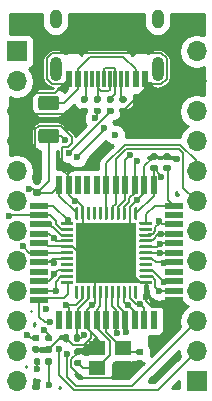
<source format=gbr>
G04 #@! TF.GenerationSoftware,KiCad,Pcbnew,(5.1.7)-1*
G04 #@! TF.CreationDate,2021-03-17T14:13:31-05:00*
G04 #@! TF.ProjectId,keyboard,6b657962-6f61-4726-942e-6b696361645f,rev?*
G04 #@! TF.SameCoordinates,Original*
G04 #@! TF.FileFunction,Copper,L1,Top*
G04 #@! TF.FilePolarity,Positive*
%FSLAX46Y46*%
G04 Gerber Fmt 4.6, Leading zero omitted, Abs format (unit mm)*
G04 Created by KiCad (PCBNEW (5.1.7)-1) date 2021-03-17 14:13:31*
%MOMM*%
%LPD*%
G01*
G04 APERTURE LIST*
G04 #@! TA.AperFunction,ComponentPad*
%ADD10O,1.700000X1.700000*%
G04 #@! TD*
G04 #@! TA.AperFunction,ComponentPad*
%ADD11R,1.700000X1.700000*%
G04 #@! TD*
G04 #@! TA.AperFunction,SMDPad,CuDef*
%ADD12R,0.550000X1.500000*%
G04 #@! TD*
G04 #@! TA.AperFunction,SMDPad,CuDef*
%ADD13R,1.500000X0.550000*%
G04 #@! TD*
G04 #@! TA.AperFunction,SMDPad,CuDef*
%ADD14R,5.200000X5.200000*%
G04 #@! TD*
G04 #@! TA.AperFunction,SMDPad,CuDef*
%ADD15R,1.400000X1.200000*%
G04 #@! TD*
G04 #@! TA.AperFunction,SMDPad,CuDef*
%ADD16R,0.600000X1.450000*%
G04 #@! TD*
G04 #@! TA.AperFunction,SMDPad,CuDef*
%ADD17R,0.300000X1.450000*%
G04 #@! TD*
G04 #@! TA.AperFunction,ComponentPad*
%ADD18O,1.000000X2.100000*%
G04 #@! TD*
G04 #@! TA.AperFunction,ComponentPad*
%ADD19O,1.000000X1.600000*%
G04 #@! TD*
G04 #@! TA.AperFunction,ViaPad*
%ADD20C,0.600000*%
G04 #@! TD*
G04 #@! TA.AperFunction,Conductor*
%ADD21C,0.127000*%
G04 #@! TD*
G04 #@! TA.AperFunction,Conductor*
%ADD22C,0.254000*%
G04 #@! TD*
G04 #@! TA.AperFunction,Conductor*
%ADD23C,0.100000*%
G04 #@! TD*
G04 #@! TA.AperFunction,NonConductor*
%ADD24C,0.254000*%
G04 #@! TD*
G04 #@! TA.AperFunction,NonConductor*
%ADD25C,0.100000*%
G04 #@! TD*
G04 APERTURE END LIST*
D10*
X323620000Y-159530000D03*
X323620000Y-162070000D03*
X323620000Y-164610000D03*
X323620000Y-167150000D03*
X323620000Y-169690000D03*
X323620000Y-172230000D03*
X323620000Y-174770000D03*
X323620000Y-177310000D03*
X323620000Y-179850000D03*
X323620000Y-182390000D03*
X323620000Y-184930000D03*
D11*
X323620000Y-187470000D03*
D12*
X311977500Y-170877500D03*
X312777500Y-170877500D03*
X313577500Y-170877500D03*
X314377500Y-170877500D03*
X315177500Y-170877500D03*
X315977500Y-170877500D03*
X316777500Y-170877500D03*
X317577500Y-170877500D03*
X318377500Y-170877500D03*
X319177500Y-170877500D03*
X319977500Y-170877500D03*
D13*
X321677500Y-172577500D03*
X321677500Y-173377500D03*
X321677500Y-174177500D03*
X321677500Y-174977500D03*
X321677500Y-175777500D03*
X321677500Y-176577500D03*
X321677500Y-177377500D03*
X321677500Y-178177500D03*
X321677500Y-178977500D03*
X321677500Y-179777500D03*
X321677500Y-180577500D03*
D12*
X319977500Y-182277500D03*
X319177500Y-182277500D03*
X318377500Y-182277500D03*
X317577500Y-182277500D03*
X316777500Y-182277500D03*
X315977500Y-182277500D03*
X315177500Y-182277500D03*
X314377500Y-182277500D03*
X313577500Y-182277500D03*
X312777500Y-182277500D03*
X311977500Y-182277500D03*
D13*
X310277500Y-180577500D03*
X310277500Y-179777500D03*
X310277500Y-178977500D03*
X310277500Y-178177500D03*
X310277500Y-177377500D03*
X310277500Y-176577500D03*
X310277500Y-175777500D03*
X310277500Y-174977500D03*
X310277500Y-174177500D03*
X310277500Y-173377500D03*
X310277500Y-172577500D03*
G04 #@! TA.AperFunction,SMDPad,CuDef*
G36*
G01*
X316470000Y-163880000D02*
X316130000Y-163880000D01*
G75*
G02*
X315990000Y-163740000I0J140000D01*
G01*
X315990000Y-163460000D01*
G75*
G02*
X316130000Y-163320000I140000J0D01*
G01*
X316470000Y-163320000D01*
G75*
G02*
X316610000Y-163460000I0J-140000D01*
G01*
X316610000Y-163740000D01*
G75*
G02*
X316470000Y-163880000I-140000J0D01*
G01*
G37*
G04 #@! TD.AperFunction*
G04 #@! TA.AperFunction,SMDPad,CuDef*
G36*
G01*
X316470000Y-164840000D02*
X316130000Y-164840000D01*
G75*
G02*
X315990000Y-164700000I0J140000D01*
G01*
X315990000Y-164420000D01*
G75*
G02*
X316130000Y-164280000I140000J0D01*
G01*
X316470000Y-164280000D01*
G75*
G02*
X316610000Y-164420000I0J-140000D01*
G01*
X316610000Y-164700000D01*
G75*
G02*
X316470000Y-164840000I-140000J0D01*
G01*
G37*
G04 #@! TD.AperFunction*
G04 #@! TA.AperFunction,SMDPad,CuDef*
G36*
G01*
X320930000Y-169120000D02*
X321270000Y-169120000D01*
G75*
G02*
X321410000Y-169260000I0J-140000D01*
G01*
X321410000Y-169540000D01*
G75*
G02*
X321270000Y-169680000I-140000J0D01*
G01*
X320930000Y-169680000D01*
G75*
G02*
X320790000Y-169540000I0J140000D01*
G01*
X320790000Y-169260000D01*
G75*
G02*
X320930000Y-169120000I140000J0D01*
G01*
G37*
G04 #@! TD.AperFunction*
G04 #@! TA.AperFunction,SMDPad,CuDef*
G36*
G01*
X320930000Y-168160000D02*
X321270000Y-168160000D01*
G75*
G02*
X321410000Y-168300000I0J-140000D01*
G01*
X321410000Y-168580000D01*
G75*
G02*
X321270000Y-168720000I-140000J0D01*
G01*
X320930000Y-168720000D01*
G75*
G02*
X320790000Y-168580000I0J140000D01*
G01*
X320790000Y-168300000D01*
G75*
G02*
X320930000Y-168160000I140000J0D01*
G01*
G37*
G04 #@! TD.AperFunction*
G04 #@! TA.AperFunction,SMDPad,CuDef*
G36*
G01*
X314270000Y-163880000D02*
X313930000Y-163880000D01*
G75*
G02*
X313790000Y-163740000I0J140000D01*
G01*
X313790000Y-163460000D01*
G75*
G02*
X313930000Y-163320000I140000J0D01*
G01*
X314270000Y-163320000D01*
G75*
G02*
X314410000Y-163460000I0J-140000D01*
G01*
X314410000Y-163740000D01*
G75*
G02*
X314270000Y-163880000I-140000J0D01*
G01*
G37*
G04 #@! TD.AperFunction*
G04 #@! TA.AperFunction,SMDPad,CuDef*
G36*
G01*
X314270000Y-164840000D02*
X313930000Y-164840000D01*
G75*
G02*
X313790000Y-164700000I0J140000D01*
G01*
X313790000Y-164420000D01*
G75*
G02*
X313930000Y-164280000I140000J0D01*
G01*
X314270000Y-164280000D01*
G75*
G02*
X314410000Y-164420000I0J-140000D01*
G01*
X314410000Y-164700000D01*
G75*
G02*
X314270000Y-164840000I-140000J0D01*
G01*
G37*
G04 #@! TD.AperFunction*
G04 #@! TA.AperFunction,SMDPad,CuDef*
G36*
G01*
X315370000Y-163880000D02*
X315030000Y-163880000D01*
G75*
G02*
X314890000Y-163740000I0J140000D01*
G01*
X314890000Y-163460000D01*
G75*
G02*
X315030000Y-163320000I140000J0D01*
G01*
X315370000Y-163320000D01*
G75*
G02*
X315510000Y-163460000I0J-140000D01*
G01*
X315510000Y-163740000D01*
G75*
G02*
X315370000Y-163880000I-140000J0D01*
G01*
G37*
G04 #@! TD.AperFunction*
G04 #@! TA.AperFunction,SMDPad,CuDef*
G36*
G01*
X315370000Y-164840000D02*
X315030000Y-164840000D01*
G75*
G02*
X314890000Y-164700000I0J140000D01*
G01*
X314890000Y-164420000D01*
G75*
G02*
X315030000Y-164280000I140000J0D01*
G01*
X315370000Y-164280000D01*
G75*
G02*
X315510000Y-164420000I0J-140000D01*
G01*
X315510000Y-164700000D01*
G75*
G02*
X315370000Y-164840000I-140000J0D01*
G01*
G37*
G04 #@! TD.AperFunction*
G04 #@! TA.AperFunction,SMDPad,CuDef*
G36*
G01*
X317570000Y-163880000D02*
X317230000Y-163880000D01*
G75*
G02*
X317090000Y-163740000I0J140000D01*
G01*
X317090000Y-163460000D01*
G75*
G02*
X317230000Y-163320000I140000J0D01*
G01*
X317570000Y-163320000D01*
G75*
G02*
X317710000Y-163460000I0J-140000D01*
G01*
X317710000Y-163740000D01*
G75*
G02*
X317570000Y-163880000I-140000J0D01*
G01*
G37*
G04 #@! TD.AperFunction*
G04 #@! TA.AperFunction,SMDPad,CuDef*
G36*
G01*
X317570000Y-164840000D02*
X317230000Y-164840000D01*
G75*
G02*
X317090000Y-164700000I0J140000D01*
G01*
X317090000Y-164420000D01*
G75*
G02*
X317230000Y-164280000I140000J0D01*
G01*
X317570000Y-164280000D01*
G75*
G02*
X317710000Y-164420000I0J-140000D01*
G01*
X317710000Y-164700000D01*
G75*
G02*
X317570000Y-164840000I-140000J0D01*
G01*
G37*
G04 #@! TD.AperFunction*
G04 #@! TA.AperFunction,SMDPad,CuDef*
G36*
G01*
X310800000Y-185970000D02*
X310800000Y-185630000D01*
G75*
G02*
X310940000Y-185490000I140000J0D01*
G01*
X311220000Y-185490000D01*
G75*
G02*
X311360000Y-185630000I0J-140000D01*
G01*
X311360000Y-185970000D01*
G75*
G02*
X311220000Y-186110000I-140000J0D01*
G01*
X310940000Y-186110000D01*
G75*
G02*
X310800000Y-185970000I0J140000D01*
G01*
G37*
G04 #@! TD.AperFunction*
G04 #@! TA.AperFunction,SMDPad,CuDef*
G36*
G01*
X309840000Y-185970000D02*
X309840000Y-185630000D01*
G75*
G02*
X309980000Y-185490000I140000J0D01*
G01*
X310260000Y-185490000D01*
G75*
G02*
X310400000Y-185630000I0J-140000D01*
G01*
X310400000Y-185970000D01*
G75*
G02*
X310260000Y-186110000I-140000J0D01*
G01*
X309980000Y-186110000D01*
G75*
G02*
X309840000Y-185970000I0J140000D01*
G01*
G37*
G04 #@! TD.AperFunction*
G04 #@! TA.AperFunction,SMDPad,CuDef*
G36*
G01*
X309830000Y-184480000D02*
X310170000Y-184480000D01*
G75*
G02*
X310310000Y-184620000I0J-140000D01*
G01*
X310310000Y-184900000D01*
G75*
G02*
X310170000Y-185040000I-140000J0D01*
G01*
X309830000Y-185040000D01*
G75*
G02*
X309690000Y-184900000I0J140000D01*
G01*
X309690000Y-184620000D01*
G75*
G02*
X309830000Y-184480000I140000J0D01*
G01*
G37*
G04 #@! TD.AperFunction*
G04 #@! TA.AperFunction,SMDPad,CuDef*
G36*
G01*
X309830000Y-183520000D02*
X310170000Y-183520000D01*
G75*
G02*
X310310000Y-183660000I0J-140000D01*
G01*
X310310000Y-183940000D01*
G75*
G02*
X310170000Y-184080000I-140000J0D01*
G01*
X309830000Y-184080000D01*
G75*
G02*
X309690000Y-183940000I0J140000D01*
G01*
X309690000Y-183660000D01*
G75*
G02*
X309830000Y-183520000I140000J0D01*
G01*
G37*
G04 #@! TD.AperFunction*
G04 #@! TA.AperFunction,SMDPad,CuDef*
G36*
G01*
X310270000Y-170820000D02*
X309930000Y-170820000D01*
G75*
G02*
X309790000Y-170680000I0J140000D01*
G01*
X309790000Y-170400000D01*
G75*
G02*
X309930000Y-170260000I140000J0D01*
G01*
X310270000Y-170260000D01*
G75*
G02*
X310410000Y-170400000I0J-140000D01*
G01*
X310410000Y-170680000D01*
G75*
G02*
X310270000Y-170820000I-140000J0D01*
G01*
G37*
G04 #@! TD.AperFunction*
G04 #@! TA.AperFunction,SMDPad,CuDef*
G36*
G01*
X310270000Y-171780000D02*
X309930000Y-171780000D01*
G75*
G02*
X309790000Y-171640000I0J140000D01*
G01*
X309790000Y-171360000D01*
G75*
G02*
X309930000Y-171220000I140000J0D01*
G01*
X310270000Y-171220000D01*
G75*
G02*
X310410000Y-171360000I0J-140000D01*
G01*
X310410000Y-171640000D01*
G75*
G02*
X310270000Y-171780000I-140000J0D01*
G01*
G37*
G04 #@! TD.AperFunction*
G04 #@! TA.AperFunction,SMDPad,CuDef*
G36*
G01*
X312820000Y-183630000D02*
X312820000Y-183970000D01*
G75*
G02*
X312680000Y-184110000I-140000J0D01*
G01*
X312400000Y-184110000D01*
G75*
G02*
X312260000Y-183970000I0J140000D01*
G01*
X312260000Y-183630000D01*
G75*
G02*
X312400000Y-183490000I140000J0D01*
G01*
X312680000Y-183490000D01*
G75*
G02*
X312820000Y-183630000I0J-140000D01*
G01*
G37*
G04 #@! TD.AperFunction*
G04 #@! TA.AperFunction,SMDPad,CuDef*
G36*
G01*
X313780000Y-183630000D02*
X313780000Y-183970000D01*
G75*
G02*
X313640000Y-184110000I-140000J0D01*
G01*
X313360000Y-184110000D01*
G75*
G02*
X313220000Y-183970000I0J140000D01*
G01*
X313220000Y-183630000D01*
G75*
G02*
X313360000Y-183490000I140000J0D01*
G01*
X313640000Y-183490000D01*
G75*
G02*
X313780000Y-183630000I0J-140000D01*
G01*
G37*
G04 #@! TD.AperFunction*
G04 #@! TA.AperFunction,SMDPad,CuDef*
G36*
G01*
X320170000Y-168720000D02*
X319830000Y-168720000D01*
G75*
G02*
X319690000Y-168580000I0J140000D01*
G01*
X319690000Y-168300000D01*
G75*
G02*
X319830000Y-168160000I140000J0D01*
G01*
X320170000Y-168160000D01*
G75*
G02*
X320310000Y-168300000I0J-140000D01*
G01*
X320310000Y-168580000D01*
G75*
G02*
X320170000Y-168720000I-140000J0D01*
G01*
G37*
G04 #@! TD.AperFunction*
G04 #@! TA.AperFunction,SMDPad,CuDef*
G36*
G01*
X320170000Y-169680000D02*
X319830000Y-169680000D01*
G75*
G02*
X319690000Y-169540000I0J140000D01*
G01*
X319690000Y-169260000D01*
G75*
G02*
X319830000Y-169120000I140000J0D01*
G01*
X320170000Y-169120000D01*
G75*
G02*
X320310000Y-169260000I0J-140000D01*
G01*
X320310000Y-169540000D01*
G75*
G02*
X320170000Y-169680000I-140000J0D01*
G01*
G37*
G04 #@! TD.AperFunction*
G04 #@! TA.AperFunction,SMDPad,CuDef*
G36*
G01*
X310930000Y-184480000D02*
X311270000Y-184480000D01*
G75*
G02*
X311410000Y-184620000I0J-140000D01*
G01*
X311410000Y-184900000D01*
G75*
G02*
X311270000Y-185040000I-140000J0D01*
G01*
X310930000Y-185040000D01*
G75*
G02*
X310790000Y-184900000I0J140000D01*
G01*
X310790000Y-184620000D01*
G75*
G02*
X310930000Y-184480000I140000J0D01*
G01*
G37*
G04 #@! TD.AperFunction*
G04 #@! TA.AperFunction,SMDPad,CuDef*
G36*
G01*
X310930000Y-183520000D02*
X311270000Y-183520000D01*
G75*
G02*
X311410000Y-183660000I0J-140000D01*
G01*
X311410000Y-183940000D01*
G75*
G02*
X311270000Y-184080000I-140000J0D01*
G01*
X310930000Y-184080000D01*
G75*
G02*
X310790000Y-183940000I0J140000D01*
G01*
X310790000Y-183660000D01*
G75*
G02*
X310930000Y-183520000I140000J0D01*
G01*
G37*
G04 #@! TD.AperFunction*
G04 #@! TA.AperFunction,SMDPad,CuDef*
G36*
G01*
X313720000Y-185230000D02*
X313380000Y-185230000D01*
G75*
G02*
X313240000Y-185090000I0J140000D01*
G01*
X313240000Y-184810000D01*
G75*
G02*
X313380000Y-184670000I140000J0D01*
G01*
X313720000Y-184670000D01*
G75*
G02*
X313860000Y-184810000I0J-140000D01*
G01*
X313860000Y-185090000D01*
G75*
G02*
X313720000Y-185230000I-140000J0D01*
G01*
G37*
G04 #@! TD.AperFunction*
G04 #@! TA.AperFunction,SMDPad,CuDef*
G36*
G01*
X313720000Y-186190000D02*
X313380000Y-186190000D01*
G75*
G02*
X313240000Y-186050000I0J140000D01*
G01*
X313240000Y-185770000D01*
G75*
G02*
X313380000Y-185630000I140000J0D01*
G01*
X313720000Y-185630000D01*
G75*
G02*
X313860000Y-185770000I0J-140000D01*
G01*
X313860000Y-186050000D01*
G75*
G02*
X313720000Y-186190000I-140000J0D01*
G01*
G37*
G04 #@! TD.AperFunction*
G04 #@! TA.AperFunction,SMDPad,CuDef*
G36*
G01*
X318630000Y-185660000D02*
X318970000Y-185660000D01*
G75*
G02*
X319110000Y-185800000I0J-140000D01*
G01*
X319110000Y-186080000D01*
G75*
G02*
X318970000Y-186220000I-140000J0D01*
G01*
X318630000Y-186220000D01*
G75*
G02*
X318490000Y-186080000I0J140000D01*
G01*
X318490000Y-185800000D01*
G75*
G02*
X318630000Y-185660000I140000J0D01*
G01*
G37*
G04 #@! TD.AperFunction*
G04 #@! TA.AperFunction,SMDPad,CuDef*
G36*
G01*
X318630000Y-184700000D02*
X318970000Y-184700000D01*
G75*
G02*
X319110000Y-184840000I0J-140000D01*
G01*
X319110000Y-185120000D01*
G75*
G02*
X318970000Y-185260000I-140000J0D01*
G01*
X318630000Y-185260000D01*
G75*
G02*
X318490000Y-185120000I0J140000D01*
G01*
X318490000Y-184840000D01*
G75*
G02*
X318630000Y-184700000I140000J0D01*
G01*
G37*
G04 #@! TD.AperFunction*
D14*
X315977500Y-176577500D03*
G04 #@! TA.AperFunction,SMDPad,CuDef*
G36*
G01*
X313352500Y-173715000D02*
X313352500Y-172765000D01*
G75*
G02*
X313415000Y-172702500I62500J0D01*
G01*
X313540000Y-172702500D01*
G75*
G02*
X313602500Y-172765000I0J-62500D01*
G01*
X313602500Y-173715000D01*
G75*
G02*
X313540000Y-173777500I-62500J0D01*
G01*
X313415000Y-173777500D01*
G75*
G02*
X313352500Y-173715000I0J62500D01*
G01*
G37*
G04 #@! TD.AperFunction*
G04 #@! TA.AperFunction,SMDPad,CuDef*
G36*
G01*
X313852500Y-173715000D02*
X313852500Y-172765000D01*
G75*
G02*
X313915000Y-172702500I62500J0D01*
G01*
X314040000Y-172702500D01*
G75*
G02*
X314102500Y-172765000I0J-62500D01*
G01*
X314102500Y-173715000D01*
G75*
G02*
X314040000Y-173777500I-62500J0D01*
G01*
X313915000Y-173777500D01*
G75*
G02*
X313852500Y-173715000I0J62500D01*
G01*
G37*
G04 #@! TD.AperFunction*
G04 #@! TA.AperFunction,SMDPad,CuDef*
G36*
G01*
X314352500Y-173715000D02*
X314352500Y-172765000D01*
G75*
G02*
X314415000Y-172702500I62500J0D01*
G01*
X314540000Y-172702500D01*
G75*
G02*
X314602500Y-172765000I0J-62500D01*
G01*
X314602500Y-173715000D01*
G75*
G02*
X314540000Y-173777500I-62500J0D01*
G01*
X314415000Y-173777500D01*
G75*
G02*
X314352500Y-173715000I0J62500D01*
G01*
G37*
G04 #@! TD.AperFunction*
G04 #@! TA.AperFunction,SMDPad,CuDef*
G36*
G01*
X314852500Y-173715000D02*
X314852500Y-172765000D01*
G75*
G02*
X314915000Y-172702500I62500J0D01*
G01*
X315040000Y-172702500D01*
G75*
G02*
X315102500Y-172765000I0J-62500D01*
G01*
X315102500Y-173715000D01*
G75*
G02*
X315040000Y-173777500I-62500J0D01*
G01*
X314915000Y-173777500D01*
G75*
G02*
X314852500Y-173715000I0J62500D01*
G01*
G37*
G04 #@! TD.AperFunction*
G04 #@! TA.AperFunction,SMDPad,CuDef*
G36*
G01*
X315352500Y-173715000D02*
X315352500Y-172765000D01*
G75*
G02*
X315415000Y-172702500I62500J0D01*
G01*
X315540000Y-172702500D01*
G75*
G02*
X315602500Y-172765000I0J-62500D01*
G01*
X315602500Y-173715000D01*
G75*
G02*
X315540000Y-173777500I-62500J0D01*
G01*
X315415000Y-173777500D01*
G75*
G02*
X315352500Y-173715000I0J62500D01*
G01*
G37*
G04 #@! TD.AperFunction*
G04 #@! TA.AperFunction,SMDPad,CuDef*
G36*
G01*
X315852500Y-173715000D02*
X315852500Y-172765000D01*
G75*
G02*
X315915000Y-172702500I62500J0D01*
G01*
X316040000Y-172702500D01*
G75*
G02*
X316102500Y-172765000I0J-62500D01*
G01*
X316102500Y-173715000D01*
G75*
G02*
X316040000Y-173777500I-62500J0D01*
G01*
X315915000Y-173777500D01*
G75*
G02*
X315852500Y-173715000I0J62500D01*
G01*
G37*
G04 #@! TD.AperFunction*
G04 #@! TA.AperFunction,SMDPad,CuDef*
G36*
G01*
X316352500Y-173715000D02*
X316352500Y-172765000D01*
G75*
G02*
X316415000Y-172702500I62500J0D01*
G01*
X316540000Y-172702500D01*
G75*
G02*
X316602500Y-172765000I0J-62500D01*
G01*
X316602500Y-173715000D01*
G75*
G02*
X316540000Y-173777500I-62500J0D01*
G01*
X316415000Y-173777500D01*
G75*
G02*
X316352500Y-173715000I0J62500D01*
G01*
G37*
G04 #@! TD.AperFunction*
G04 #@! TA.AperFunction,SMDPad,CuDef*
G36*
G01*
X316852500Y-173715000D02*
X316852500Y-172765000D01*
G75*
G02*
X316915000Y-172702500I62500J0D01*
G01*
X317040000Y-172702500D01*
G75*
G02*
X317102500Y-172765000I0J-62500D01*
G01*
X317102500Y-173715000D01*
G75*
G02*
X317040000Y-173777500I-62500J0D01*
G01*
X316915000Y-173777500D01*
G75*
G02*
X316852500Y-173715000I0J62500D01*
G01*
G37*
G04 #@! TD.AperFunction*
G04 #@! TA.AperFunction,SMDPad,CuDef*
G36*
G01*
X317352500Y-173715000D02*
X317352500Y-172765000D01*
G75*
G02*
X317415000Y-172702500I62500J0D01*
G01*
X317540000Y-172702500D01*
G75*
G02*
X317602500Y-172765000I0J-62500D01*
G01*
X317602500Y-173715000D01*
G75*
G02*
X317540000Y-173777500I-62500J0D01*
G01*
X317415000Y-173777500D01*
G75*
G02*
X317352500Y-173715000I0J62500D01*
G01*
G37*
G04 #@! TD.AperFunction*
G04 #@! TA.AperFunction,SMDPad,CuDef*
G36*
G01*
X317852500Y-173715000D02*
X317852500Y-172765000D01*
G75*
G02*
X317915000Y-172702500I62500J0D01*
G01*
X318040000Y-172702500D01*
G75*
G02*
X318102500Y-172765000I0J-62500D01*
G01*
X318102500Y-173715000D01*
G75*
G02*
X318040000Y-173777500I-62500J0D01*
G01*
X317915000Y-173777500D01*
G75*
G02*
X317852500Y-173715000I0J62500D01*
G01*
G37*
G04 #@! TD.AperFunction*
G04 #@! TA.AperFunction,SMDPad,CuDef*
G36*
G01*
X318352500Y-173715000D02*
X318352500Y-172765000D01*
G75*
G02*
X318415000Y-172702500I62500J0D01*
G01*
X318540000Y-172702500D01*
G75*
G02*
X318602500Y-172765000I0J-62500D01*
G01*
X318602500Y-173715000D01*
G75*
G02*
X318540000Y-173777500I-62500J0D01*
G01*
X318415000Y-173777500D01*
G75*
G02*
X318352500Y-173715000I0J62500D01*
G01*
G37*
G04 #@! TD.AperFunction*
G04 #@! TA.AperFunction,SMDPad,CuDef*
G36*
G01*
X318777500Y-174140000D02*
X318777500Y-174015000D01*
G75*
G02*
X318840000Y-173952500I62500J0D01*
G01*
X319790000Y-173952500D01*
G75*
G02*
X319852500Y-174015000I0J-62500D01*
G01*
X319852500Y-174140000D01*
G75*
G02*
X319790000Y-174202500I-62500J0D01*
G01*
X318840000Y-174202500D01*
G75*
G02*
X318777500Y-174140000I0J62500D01*
G01*
G37*
G04 #@! TD.AperFunction*
G04 #@! TA.AperFunction,SMDPad,CuDef*
G36*
G01*
X318777500Y-174640000D02*
X318777500Y-174515000D01*
G75*
G02*
X318840000Y-174452500I62500J0D01*
G01*
X319790000Y-174452500D01*
G75*
G02*
X319852500Y-174515000I0J-62500D01*
G01*
X319852500Y-174640000D01*
G75*
G02*
X319790000Y-174702500I-62500J0D01*
G01*
X318840000Y-174702500D01*
G75*
G02*
X318777500Y-174640000I0J62500D01*
G01*
G37*
G04 #@! TD.AperFunction*
G04 #@! TA.AperFunction,SMDPad,CuDef*
G36*
G01*
X318777500Y-175140000D02*
X318777500Y-175015000D01*
G75*
G02*
X318840000Y-174952500I62500J0D01*
G01*
X319790000Y-174952500D01*
G75*
G02*
X319852500Y-175015000I0J-62500D01*
G01*
X319852500Y-175140000D01*
G75*
G02*
X319790000Y-175202500I-62500J0D01*
G01*
X318840000Y-175202500D01*
G75*
G02*
X318777500Y-175140000I0J62500D01*
G01*
G37*
G04 #@! TD.AperFunction*
G04 #@! TA.AperFunction,SMDPad,CuDef*
G36*
G01*
X318777500Y-175640000D02*
X318777500Y-175515000D01*
G75*
G02*
X318840000Y-175452500I62500J0D01*
G01*
X319790000Y-175452500D01*
G75*
G02*
X319852500Y-175515000I0J-62500D01*
G01*
X319852500Y-175640000D01*
G75*
G02*
X319790000Y-175702500I-62500J0D01*
G01*
X318840000Y-175702500D01*
G75*
G02*
X318777500Y-175640000I0J62500D01*
G01*
G37*
G04 #@! TD.AperFunction*
G04 #@! TA.AperFunction,SMDPad,CuDef*
G36*
G01*
X318777500Y-176140000D02*
X318777500Y-176015000D01*
G75*
G02*
X318840000Y-175952500I62500J0D01*
G01*
X319790000Y-175952500D01*
G75*
G02*
X319852500Y-176015000I0J-62500D01*
G01*
X319852500Y-176140000D01*
G75*
G02*
X319790000Y-176202500I-62500J0D01*
G01*
X318840000Y-176202500D01*
G75*
G02*
X318777500Y-176140000I0J62500D01*
G01*
G37*
G04 #@! TD.AperFunction*
G04 #@! TA.AperFunction,SMDPad,CuDef*
G36*
G01*
X318777500Y-176640000D02*
X318777500Y-176515000D01*
G75*
G02*
X318840000Y-176452500I62500J0D01*
G01*
X319790000Y-176452500D01*
G75*
G02*
X319852500Y-176515000I0J-62500D01*
G01*
X319852500Y-176640000D01*
G75*
G02*
X319790000Y-176702500I-62500J0D01*
G01*
X318840000Y-176702500D01*
G75*
G02*
X318777500Y-176640000I0J62500D01*
G01*
G37*
G04 #@! TD.AperFunction*
G04 #@! TA.AperFunction,SMDPad,CuDef*
G36*
G01*
X318777500Y-177140000D02*
X318777500Y-177015000D01*
G75*
G02*
X318840000Y-176952500I62500J0D01*
G01*
X319790000Y-176952500D01*
G75*
G02*
X319852500Y-177015000I0J-62500D01*
G01*
X319852500Y-177140000D01*
G75*
G02*
X319790000Y-177202500I-62500J0D01*
G01*
X318840000Y-177202500D01*
G75*
G02*
X318777500Y-177140000I0J62500D01*
G01*
G37*
G04 #@! TD.AperFunction*
G04 #@! TA.AperFunction,SMDPad,CuDef*
G36*
G01*
X318777500Y-177640000D02*
X318777500Y-177515000D01*
G75*
G02*
X318840000Y-177452500I62500J0D01*
G01*
X319790000Y-177452500D01*
G75*
G02*
X319852500Y-177515000I0J-62500D01*
G01*
X319852500Y-177640000D01*
G75*
G02*
X319790000Y-177702500I-62500J0D01*
G01*
X318840000Y-177702500D01*
G75*
G02*
X318777500Y-177640000I0J62500D01*
G01*
G37*
G04 #@! TD.AperFunction*
G04 #@! TA.AperFunction,SMDPad,CuDef*
G36*
G01*
X318777500Y-178140000D02*
X318777500Y-178015000D01*
G75*
G02*
X318840000Y-177952500I62500J0D01*
G01*
X319790000Y-177952500D01*
G75*
G02*
X319852500Y-178015000I0J-62500D01*
G01*
X319852500Y-178140000D01*
G75*
G02*
X319790000Y-178202500I-62500J0D01*
G01*
X318840000Y-178202500D01*
G75*
G02*
X318777500Y-178140000I0J62500D01*
G01*
G37*
G04 #@! TD.AperFunction*
G04 #@! TA.AperFunction,SMDPad,CuDef*
G36*
G01*
X318777500Y-178640000D02*
X318777500Y-178515000D01*
G75*
G02*
X318840000Y-178452500I62500J0D01*
G01*
X319790000Y-178452500D01*
G75*
G02*
X319852500Y-178515000I0J-62500D01*
G01*
X319852500Y-178640000D01*
G75*
G02*
X319790000Y-178702500I-62500J0D01*
G01*
X318840000Y-178702500D01*
G75*
G02*
X318777500Y-178640000I0J62500D01*
G01*
G37*
G04 #@! TD.AperFunction*
G04 #@! TA.AperFunction,SMDPad,CuDef*
G36*
G01*
X318777500Y-179140000D02*
X318777500Y-179015000D01*
G75*
G02*
X318840000Y-178952500I62500J0D01*
G01*
X319790000Y-178952500D01*
G75*
G02*
X319852500Y-179015000I0J-62500D01*
G01*
X319852500Y-179140000D01*
G75*
G02*
X319790000Y-179202500I-62500J0D01*
G01*
X318840000Y-179202500D01*
G75*
G02*
X318777500Y-179140000I0J62500D01*
G01*
G37*
G04 #@! TD.AperFunction*
G04 #@! TA.AperFunction,SMDPad,CuDef*
G36*
G01*
X318352500Y-180390000D02*
X318352500Y-179440000D01*
G75*
G02*
X318415000Y-179377500I62500J0D01*
G01*
X318540000Y-179377500D01*
G75*
G02*
X318602500Y-179440000I0J-62500D01*
G01*
X318602500Y-180390000D01*
G75*
G02*
X318540000Y-180452500I-62500J0D01*
G01*
X318415000Y-180452500D01*
G75*
G02*
X318352500Y-180390000I0J62500D01*
G01*
G37*
G04 #@! TD.AperFunction*
G04 #@! TA.AperFunction,SMDPad,CuDef*
G36*
G01*
X317852500Y-180390000D02*
X317852500Y-179440000D01*
G75*
G02*
X317915000Y-179377500I62500J0D01*
G01*
X318040000Y-179377500D01*
G75*
G02*
X318102500Y-179440000I0J-62500D01*
G01*
X318102500Y-180390000D01*
G75*
G02*
X318040000Y-180452500I-62500J0D01*
G01*
X317915000Y-180452500D01*
G75*
G02*
X317852500Y-180390000I0J62500D01*
G01*
G37*
G04 #@! TD.AperFunction*
G04 #@! TA.AperFunction,SMDPad,CuDef*
G36*
G01*
X317352500Y-180390000D02*
X317352500Y-179440000D01*
G75*
G02*
X317415000Y-179377500I62500J0D01*
G01*
X317540000Y-179377500D01*
G75*
G02*
X317602500Y-179440000I0J-62500D01*
G01*
X317602500Y-180390000D01*
G75*
G02*
X317540000Y-180452500I-62500J0D01*
G01*
X317415000Y-180452500D01*
G75*
G02*
X317352500Y-180390000I0J62500D01*
G01*
G37*
G04 #@! TD.AperFunction*
G04 #@! TA.AperFunction,SMDPad,CuDef*
G36*
G01*
X316852500Y-180390000D02*
X316852500Y-179440000D01*
G75*
G02*
X316915000Y-179377500I62500J0D01*
G01*
X317040000Y-179377500D01*
G75*
G02*
X317102500Y-179440000I0J-62500D01*
G01*
X317102500Y-180390000D01*
G75*
G02*
X317040000Y-180452500I-62500J0D01*
G01*
X316915000Y-180452500D01*
G75*
G02*
X316852500Y-180390000I0J62500D01*
G01*
G37*
G04 #@! TD.AperFunction*
G04 #@! TA.AperFunction,SMDPad,CuDef*
G36*
G01*
X316352500Y-180390000D02*
X316352500Y-179440000D01*
G75*
G02*
X316415000Y-179377500I62500J0D01*
G01*
X316540000Y-179377500D01*
G75*
G02*
X316602500Y-179440000I0J-62500D01*
G01*
X316602500Y-180390000D01*
G75*
G02*
X316540000Y-180452500I-62500J0D01*
G01*
X316415000Y-180452500D01*
G75*
G02*
X316352500Y-180390000I0J62500D01*
G01*
G37*
G04 #@! TD.AperFunction*
G04 #@! TA.AperFunction,SMDPad,CuDef*
G36*
G01*
X315852500Y-180390000D02*
X315852500Y-179440000D01*
G75*
G02*
X315915000Y-179377500I62500J0D01*
G01*
X316040000Y-179377500D01*
G75*
G02*
X316102500Y-179440000I0J-62500D01*
G01*
X316102500Y-180390000D01*
G75*
G02*
X316040000Y-180452500I-62500J0D01*
G01*
X315915000Y-180452500D01*
G75*
G02*
X315852500Y-180390000I0J62500D01*
G01*
G37*
G04 #@! TD.AperFunction*
G04 #@! TA.AperFunction,SMDPad,CuDef*
G36*
G01*
X315352500Y-180390000D02*
X315352500Y-179440000D01*
G75*
G02*
X315415000Y-179377500I62500J0D01*
G01*
X315540000Y-179377500D01*
G75*
G02*
X315602500Y-179440000I0J-62500D01*
G01*
X315602500Y-180390000D01*
G75*
G02*
X315540000Y-180452500I-62500J0D01*
G01*
X315415000Y-180452500D01*
G75*
G02*
X315352500Y-180390000I0J62500D01*
G01*
G37*
G04 #@! TD.AperFunction*
G04 #@! TA.AperFunction,SMDPad,CuDef*
G36*
G01*
X314852500Y-180390000D02*
X314852500Y-179440000D01*
G75*
G02*
X314915000Y-179377500I62500J0D01*
G01*
X315040000Y-179377500D01*
G75*
G02*
X315102500Y-179440000I0J-62500D01*
G01*
X315102500Y-180390000D01*
G75*
G02*
X315040000Y-180452500I-62500J0D01*
G01*
X314915000Y-180452500D01*
G75*
G02*
X314852500Y-180390000I0J62500D01*
G01*
G37*
G04 #@! TD.AperFunction*
G04 #@! TA.AperFunction,SMDPad,CuDef*
G36*
G01*
X314352500Y-180390000D02*
X314352500Y-179440000D01*
G75*
G02*
X314415000Y-179377500I62500J0D01*
G01*
X314540000Y-179377500D01*
G75*
G02*
X314602500Y-179440000I0J-62500D01*
G01*
X314602500Y-180390000D01*
G75*
G02*
X314540000Y-180452500I-62500J0D01*
G01*
X314415000Y-180452500D01*
G75*
G02*
X314352500Y-180390000I0J62500D01*
G01*
G37*
G04 #@! TD.AperFunction*
G04 #@! TA.AperFunction,SMDPad,CuDef*
G36*
G01*
X313852500Y-180390000D02*
X313852500Y-179440000D01*
G75*
G02*
X313915000Y-179377500I62500J0D01*
G01*
X314040000Y-179377500D01*
G75*
G02*
X314102500Y-179440000I0J-62500D01*
G01*
X314102500Y-180390000D01*
G75*
G02*
X314040000Y-180452500I-62500J0D01*
G01*
X313915000Y-180452500D01*
G75*
G02*
X313852500Y-180390000I0J62500D01*
G01*
G37*
G04 #@! TD.AperFunction*
G04 #@! TA.AperFunction,SMDPad,CuDef*
G36*
G01*
X313352500Y-180390000D02*
X313352500Y-179440000D01*
G75*
G02*
X313415000Y-179377500I62500J0D01*
G01*
X313540000Y-179377500D01*
G75*
G02*
X313602500Y-179440000I0J-62500D01*
G01*
X313602500Y-180390000D01*
G75*
G02*
X313540000Y-180452500I-62500J0D01*
G01*
X313415000Y-180452500D01*
G75*
G02*
X313352500Y-180390000I0J62500D01*
G01*
G37*
G04 #@! TD.AperFunction*
G04 #@! TA.AperFunction,SMDPad,CuDef*
G36*
G01*
X312102500Y-179140000D02*
X312102500Y-179015000D01*
G75*
G02*
X312165000Y-178952500I62500J0D01*
G01*
X313115000Y-178952500D01*
G75*
G02*
X313177500Y-179015000I0J-62500D01*
G01*
X313177500Y-179140000D01*
G75*
G02*
X313115000Y-179202500I-62500J0D01*
G01*
X312165000Y-179202500D01*
G75*
G02*
X312102500Y-179140000I0J62500D01*
G01*
G37*
G04 #@! TD.AperFunction*
G04 #@! TA.AperFunction,SMDPad,CuDef*
G36*
G01*
X312102500Y-178640000D02*
X312102500Y-178515000D01*
G75*
G02*
X312165000Y-178452500I62500J0D01*
G01*
X313115000Y-178452500D01*
G75*
G02*
X313177500Y-178515000I0J-62500D01*
G01*
X313177500Y-178640000D01*
G75*
G02*
X313115000Y-178702500I-62500J0D01*
G01*
X312165000Y-178702500D01*
G75*
G02*
X312102500Y-178640000I0J62500D01*
G01*
G37*
G04 #@! TD.AperFunction*
G04 #@! TA.AperFunction,SMDPad,CuDef*
G36*
G01*
X312102500Y-178140000D02*
X312102500Y-178015000D01*
G75*
G02*
X312165000Y-177952500I62500J0D01*
G01*
X313115000Y-177952500D01*
G75*
G02*
X313177500Y-178015000I0J-62500D01*
G01*
X313177500Y-178140000D01*
G75*
G02*
X313115000Y-178202500I-62500J0D01*
G01*
X312165000Y-178202500D01*
G75*
G02*
X312102500Y-178140000I0J62500D01*
G01*
G37*
G04 #@! TD.AperFunction*
G04 #@! TA.AperFunction,SMDPad,CuDef*
G36*
G01*
X312102500Y-177640000D02*
X312102500Y-177515000D01*
G75*
G02*
X312165000Y-177452500I62500J0D01*
G01*
X313115000Y-177452500D01*
G75*
G02*
X313177500Y-177515000I0J-62500D01*
G01*
X313177500Y-177640000D01*
G75*
G02*
X313115000Y-177702500I-62500J0D01*
G01*
X312165000Y-177702500D01*
G75*
G02*
X312102500Y-177640000I0J62500D01*
G01*
G37*
G04 #@! TD.AperFunction*
G04 #@! TA.AperFunction,SMDPad,CuDef*
G36*
G01*
X312102500Y-177140000D02*
X312102500Y-177015000D01*
G75*
G02*
X312165000Y-176952500I62500J0D01*
G01*
X313115000Y-176952500D01*
G75*
G02*
X313177500Y-177015000I0J-62500D01*
G01*
X313177500Y-177140000D01*
G75*
G02*
X313115000Y-177202500I-62500J0D01*
G01*
X312165000Y-177202500D01*
G75*
G02*
X312102500Y-177140000I0J62500D01*
G01*
G37*
G04 #@! TD.AperFunction*
G04 #@! TA.AperFunction,SMDPad,CuDef*
G36*
G01*
X312102500Y-176640000D02*
X312102500Y-176515000D01*
G75*
G02*
X312165000Y-176452500I62500J0D01*
G01*
X313115000Y-176452500D01*
G75*
G02*
X313177500Y-176515000I0J-62500D01*
G01*
X313177500Y-176640000D01*
G75*
G02*
X313115000Y-176702500I-62500J0D01*
G01*
X312165000Y-176702500D01*
G75*
G02*
X312102500Y-176640000I0J62500D01*
G01*
G37*
G04 #@! TD.AperFunction*
G04 #@! TA.AperFunction,SMDPad,CuDef*
G36*
G01*
X312102500Y-176140000D02*
X312102500Y-176015000D01*
G75*
G02*
X312165000Y-175952500I62500J0D01*
G01*
X313115000Y-175952500D01*
G75*
G02*
X313177500Y-176015000I0J-62500D01*
G01*
X313177500Y-176140000D01*
G75*
G02*
X313115000Y-176202500I-62500J0D01*
G01*
X312165000Y-176202500D01*
G75*
G02*
X312102500Y-176140000I0J62500D01*
G01*
G37*
G04 #@! TD.AperFunction*
G04 #@! TA.AperFunction,SMDPad,CuDef*
G36*
G01*
X312102500Y-175640000D02*
X312102500Y-175515000D01*
G75*
G02*
X312165000Y-175452500I62500J0D01*
G01*
X313115000Y-175452500D01*
G75*
G02*
X313177500Y-175515000I0J-62500D01*
G01*
X313177500Y-175640000D01*
G75*
G02*
X313115000Y-175702500I-62500J0D01*
G01*
X312165000Y-175702500D01*
G75*
G02*
X312102500Y-175640000I0J62500D01*
G01*
G37*
G04 #@! TD.AperFunction*
G04 #@! TA.AperFunction,SMDPad,CuDef*
G36*
G01*
X312102500Y-175140000D02*
X312102500Y-175015000D01*
G75*
G02*
X312165000Y-174952500I62500J0D01*
G01*
X313115000Y-174952500D01*
G75*
G02*
X313177500Y-175015000I0J-62500D01*
G01*
X313177500Y-175140000D01*
G75*
G02*
X313115000Y-175202500I-62500J0D01*
G01*
X312165000Y-175202500D01*
G75*
G02*
X312102500Y-175140000I0J62500D01*
G01*
G37*
G04 #@! TD.AperFunction*
G04 #@! TA.AperFunction,SMDPad,CuDef*
G36*
G01*
X312102500Y-174640000D02*
X312102500Y-174515000D01*
G75*
G02*
X312165000Y-174452500I62500J0D01*
G01*
X313115000Y-174452500D01*
G75*
G02*
X313177500Y-174515000I0J-62500D01*
G01*
X313177500Y-174640000D01*
G75*
G02*
X313115000Y-174702500I-62500J0D01*
G01*
X312165000Y-174702500D01*
G75*
G02*
X312102500Y-174640000I0J62500D01*
G01*
G37*
G04 #@! TD.AperFunction*
G04 #@! TA.AperFunction,SMDPad,CuDef*
G36*
G01*
X312102500Y-174140000D02*
X312102500Y-174015000D01*
G75*
G02*
X312165000Y-173952500I62500J0D01*
G01*
X313115000Y-173952500D01*
G75*
G02*
X313177500Y-174015000I0J-62500D01*
G01*
X313177500Y-174140000D01*
G75*
G02*
X313115000Y-174202500I-62500J0D01*
G01*
X312165000Y-174202500D01*
G75*
G02*
X312102500Y-174140000I0J62500D01*
G01*
G37*
G04 #@! TD.AperFunction*
D15*
X317370000Y-186340000D03*
X315170000Y-186340000D03*
X315170000Y-184640000D03*
X317370000Y-184640000D03*
D16*
X312775000Y-161895000D03*
X319225000Y-161895000D03*
X313550000Y-161895000D03*
X318450000Y-161895000D03*
D17*
X317750000Y-161895000D03*
X314250000Y-161895000D03*
X317250000Y-161895000D03*
X314750000Y-161895000D03*
X316750000Y-161895000D03*
X315250000Y-161895000D03*
X315750000Y-161895000D03*
X316250000Y-161895000D03*
D18*
X320320000Y-160980000D03*
X311680000Y-160980000D03*
D19*
X320320000Y-156800000D03*
X311680000Y-156800000D03*
D10*
X308380000Y-187470000D03*
X308380000Y-184930000D03*
X308380000Y-182390000D03*
X308380000Y-179850000D03*
X308380000Y-177310000D03*
X308380000Y-174770000D03*
X308380000Y-172230000D03*
X308380000Y-169690000D03*
X308380000Y-167150000D03*
X308380000Y-164610000D03*
X308380000Y-162070000D03*
D11*
X308380000Y-159530000D03*
G04 #@! TA.AperFunction,SMDPad,CuDef*
G36*
G01*
X311725000Y-164525000D02*
X310475000Y-164525000D01*
G75*
G02*
X310225000Y-164275000I0J250000D01*
G01*
X310225000Y-163525000D01*
G75*
G02*
X310475000Y-163275000I250000J0D01*
G01*
X311725000Y-163275000D01*
G75*
G02*
X311975000Y-163525000I0J-250000D01*
G01*
X311975000Y-164275000D01*
G75*
G02*
X311725000Y-164525000I-250000J0D01*
G01*
G37*
G04 #@! TD.AperFunction*
G04 #@! TA.AperFunction,SMDPad,CuDef*
G36*
G01*
X311725000Y-167325000D02*
X310475000Y-167325000D01*
G75*
G02*
X310225000Y-167075000I0J250000D01*
G01*
X310225000Y-166325000D01*
G75*
G02*
X310475000Y-166075000I250000J0D01*
G01*
X311725000Y-166075000D01*
G75*
G02*
X311975000Y-166325000I0J-250000D01*
G01*
X311975000Y-167075000D01*
G75*
G02*
X311725000Y-167325000I-250000J0D01*
G01*
G37*
G04 #@! TD.AperFunction*
D20*
X319700000Y-162400000D03*
X313300000Y-172200000D03*
X318588301Y-172127502D03*
X314790545Y-180990545D03*
X319336490Y-180286864D03*
X321919004Y-168599265D03*
X312500000Y-167036490D03*
X311100000Y-187763510D03*
X310699841Y-183100201D03*
X307700000Y-173500000D03*
X309400000Y-171200000D03*
X320430175Y-179800000D03*
X311549390Y-177463500D03*
X320636500Y-170200000D03*
X314099855Y-183527505D03*
X320506230Y-175806232D03*
X320501852Y-176611708D03*
X312700000Y-173800000D03*
X310853917Y-181352512D03*
X320842799Y-177409715D03*
X320407349Y-173900000D03*
X320817043Y-179014853D03*
X316848462Y-183351538D03*
X317646599Y-183296805D03*
X317794518Y-181027495D03*
X318840625Y-180914667D03*
X312600001Y-181000000D03*
X310100000Y-186400000D03*
X316700000Y-166586500D03*
X317948460Y-168335764D03*
X318600000Y-168800000D03*
X311567157Y-178354866D03*
X312637630Y-185121705D03*
X311198517Y-182474628D03*
X311700000Y-179800000D03*
X311944643Y-184721970D03*
X320625765Y-175015211D03*
X308905685Y-176013447D03*
X309267827Y-183509606D03*
X313533492Y-168482862D03*
X315798749Y-165998749D03*
X315000000Y-165200004D03*
X311509595Y-175369848D03*
X312800000Y-168163500D03*
X311154501Y-174177499D03*
D21*
X319700000Y-162370000D02*
X319225000Y-161895000D01*
X319700000Y-162400000D02*
X319700000Y-162370000D01*
X312376490Y-162293510D02*
X312775000Y-161895000D01*
X311363744Y-162293510D02*
X312376490Y-162293510D01*
X310916490Y-161846256D02*
X311363744Y-162293510D01*
X310916490Y-160113744D02*
X310916490Y-161846256D01*
X320636256Y-159666490D02*
X311363744Y-159666490D01*
X321083510Y-160113744D02*
X320636256Y-159666490D01*
X321083510Y-161846256D02*
X321083510Y-160113744D01*
X320636256Y-162293510D02*
X321083510Y-161846256D01*
X319623510Y-162293510D02*
X320636256Y-162293510D01*
X311363744Y-159666490D02*
X310916490Y-160113744D01*
X319225000Y-161895000D02*
X319623510Y-162293510D01*
X309978510Y-163011490D02*
X308380000Y-164610000D01*
X311658510Y-163011490D02*
X309978510Y-163011490D01*
X312775000Y-161895000D02*
X311658510Y-163011490D01*
X319225000Y-162735000D02*
X319225000Y-161895000D01*
X317400000Y-164560000D02*
X319225000Y-162735000D01*
X308558510Y-164788510D02*
X308380000Y-164610000D01*
X313871490Y-164788510D02*
X308558510Y-164788510D01*
X314100000Y-164560000D02*
X313871490Y-164788510D01*
X317770000Y-185940000D02*
X317370000Y-186340000D01*
X318800000Y-185940000D02*
X317770000Y-185940000D01*
X314860000Y-184950000D02*
X315170000Y-184640000D01*
X313550000Y-184950000D02*
X314860000Y-184950000D01*
X311100000Y-184760000D02*
X310000000Y-184760000D01*
X312976490Y-185602860D02*
X312976490Y-186276490D01*
X312976490Y-186276490D02*
X313903501Y-187203501D01*
X313550000Y-185029350D02*
X312976490Y-185602860D01*
X313550000Y-184950000D02*
X313550000Y-185029350D01*
X316506499Y-187203501D02*
X317370000Y-186340000D01*
X313903501Y-187203501D02*
X316506499Y-187203501D01*
X312777500Y-171677500D02*
X313300000Y-172200000D01*
X312777500Y-170877500D02*
X312777500Y-171677500D01*
X313475000Y-172200000D02*
X313300000Y-172200000D01*
X313977500Y-172702500D02*
X313475000Y-172200000D01*
X313977500Y-173240000D02*
X313977500Y-172702500D01*
X319177500Y-171538303D02*
X318588301Y-172127502D01*
X319177500Y-170877500D02*
X319177500Y-171538303D01*
X317977500Y-172738303D02*
X318588301Y-172127502D01*
X317977500Y-173240000D02*
X317977500Y-172738303D01*
X314377500Y-181403590D02*
X314790545Y-180990545D01*
X314377500Y-182277500D02*
X314377500Y-181403590D01*
X314977500Y-180803590D02*
X314790545Y-180990545D01*
X314977500Y-179915000D02*
X314977500Y-180803590D01*
X319315000Y-179077500D02*
X319315000Y-180265374D01*
X319336490Y-180639590D02*
X319336490Y-180286864D01*
X319860402Y-181163502D02*
X319336490Y-180639590D01*
X321677500Y-180577500D02*
X321091498Y-181163502D01*
X321091498Y-181163502D02*
X319860402Y-181163502D01*
X319315000Y-180265374D02*
X319336490Y-180286864D01*
X311100000Y-184732631D02*
X311100000Y-184760000D01*
X312032631Y-183800000D02*
X311100000Y-184732631D01*
X312540000Y-183800000D02*
X312032631Y-183800000D01*
X314977500Y-177877500D02*
X314977500Y-179915000D01*
X313177500Y-176077500D02*
X314977500Y-177877500D01*
X312640000Y-176077500D02*
X313177500Y-176077500D01*
X313138548Y-176077500D02*
X312640000Y-176077500D01*
X316138548Y-179077500D02*
X313138548Y-176077500D01*
X319315000Y-179077500D02*
X316138548Y-179077500D01*
X318777500Y-179077500D02*
X319315000Y-179077500D01*
X313977500Y-174277500D02*
X318777500Y-179077500D01*
X313977500Y-173240000D02*
X313977500Y-174277500D01*
X318816452Y-179077500D02*
X319315000Y-179077500D01*
X317977500Y-178238548D02*
X318816452Y-179077500D01*
X317977500Y-173240000D02*
X317977500Y-178238548D01*
X312601499Y-176038999D02*
X312640000Y-176077500D01*
X311038999Y-176038999D02*
X312601499Y-176038999D01*
X310777500Y-175777500D02*
X311038999Y-176038999D01*
X310277500Y-175777500D02*
X310777500Y-175777500D01*
X309961490Y-170401490D02*
X310100000Y-170540000D01*
X309961490Y-166112296D02*
X309961490Y-170401490D01*
X312108982Y-165811490D02*
X310262296Y-165811490D01*
X313063501Y-166766009D02*
X312108982Y-165811490D01*
X310262296Y-165811490D02*
X309961490Y-166112296D01*
X313063501Y-167306971D02*
X313063501Y-166766009D01*
X312770481Y-167599991D02*
X313063501Y-167306971D01*
X312229519Y-167599991D02*
X312770481Y-167599991D01*
X312229519Y-169529519D02*
X312229519Y-167599991D01*
X312777500Y-170077500D02*
X312229519Y-169529519D01*
X312777500Y-170877500D02*
X312777500Y-170077500D01*
X309417704Y-166112296D02*
X308380000Y-167150000D01*
X309961490Y-166112296D02*
X309417704Y-166112296D01*
X321100000Y-168440000D02*
X320000000Y-168440000D01*
X319177500Y-169262500D02*
X320000000Y-168440000D01*
X319177500Y-170877500D02*
X319177500Y-169262500D01*
X321259265Y-168599265D02*
X321100000Y-168440000D01*
X321919004Y-168599265D02*
X321259265Y-168599265D01*
X315170000Y-184640000D02*
X315170000Y-183763668D01*
X315170000Y-183763668D02*
X314377500Y-182971168D01*
X314377500Y-182971168D02*
X314377500Y-182277500D01*
X312540000Y-183800000D02*
X313113510Y-184373510D01*
X314663356Y-183797986D02*
X314663356Y-183257024D01*
X314087832Y-184373510D02*
X314663356Y-183797986D01*
X313113510Y-184373510D02*
X314087832Y-184373510D01*
X314663356Y-183257024D02*
X314377500Y-182971168D01*
X313550000Y-162747000D02*
X313550000Y-161895000D01*
X312397000Y-163900000D02*
X313550000Y-162747000D01*
X311100000Y-163900000D02*
X312397000Y-163900000D01*
X313550000Y-161043000D02*
X314593000Y-160000000D01*
X313550000Y-161895000D02*
X313550000Y-161043000D01*
X318450000Y-161043000D02*
X318450000Y-161895000D01*
X317407000Y-160000000D02*
X318450000Y-161043000D01*
X314593000Y-160000000D02*
X317407000Y-160000000D01*
X311100000Y-166700000D02*
X311100000Y-170500000D01*
X311100000Y-166700000D02*
X312163510Y-166700000D01*
X312163510Y-166700000D02*
X312500000Y-167036490D01*
X313500000Y-182355000D02*
X313577500Y-182277500D01*
X313500000Y-183800000D02*
X313500000Y-182355000D01*
X311080000Y-187743510D02*
X311100000Y-187763510D01*
X311080000Y-185800000D02*
X311080000Y-187743510D01*
X311100000Y-183800000D02*
X311100000Y-183500360D01*
X311100000Y-183500360D02*
X310699841Y-183100201D01*
X314477500Y-180413548D02*
X314477500Y-179915000D01*
X313577500Y-181313548D02*
X314477500Y-180413548D01*
X313577500Y-182277500D02*
X313577500Y-181313548D01*
X311454500Y-177077500D02*
X312640000Y-177077500D01*
X311154500Y-177377500D02*
X311454500Y-177077500D01*
X310277500Y-177377500D02*
X311154500Y-177377500D01*
X311188484Y-173377500D02*
X310277500Y-173377500D01*
X311718002Y-173907018D02*
X311188484Y-173377500D01*
X311718002Y-174154050D02*
X311718002Y-173907018D01*
X312141452Y-174577500D02*
X311718002Y-174154050D01*
X312640000Y-174577500D02*
X312141452Y-174577500D01*
X311977500Y-171740000D02*
X313477500Y-173240000D01*
X311977500Y-170877500D02*
X311977500Y-171740000D01*
X307822500Y-173377500D02*
X307700000Y-173500000D01*
X310277500Y-173377500D02*
X307822500Y-173377500D01*
X309800000Y-171200000D02*
X310100000Y-171500000D01*
X309400000Y-171200000D02*
X309800000Y-171200000D01*
X311100000Y-170500000D02*
X310100000Y-171500000D01*
X311355000Y-171500000D02*
X311977500Y-170877500D01*
X310100000Y-171500000D02*
X311355000Y-171500000D01*
X319977500Y-171740000D02*
X319977500Y-170877500D01*
X318477500Y-173240000D02*
X319977500Y-171740000D01*
X320452675Y-179777500D02*
X320430175Y-179800000D01*
X321677500Y-179777500D02*
X320452675Y-179777500D01*
X319852500Y-178577500D02*
X319315000Y-178577500D01*
X320130176Y-178855176D02*
X319852500Y-178577500D01*
X320130176Y-179500001D02*
X320130176Y-178855176D01*
X320430175Y-179800000D02*
X320130176Y-179500001D01*
X311463390Y-177377500D02*
X311549390Y-177463500D01*
X310277500Y-177377500D02*
X311463390Y-177377500D01*
X320636500Y-170036500D02*
X320000000Y-169400000D01*
X320636500Y-170200000D02*
X320636500Y-170036500D01*
X320000000Y-170855000D02*
X319977500Y-170877500D01*
X320000000Y-169400000D02*
X320000000Y-170855000D01*
X313827360Y-183800000D02*
X314099855Y-183527505D01*
X313500000Y-183800000D02*
X313827360Y-183800000D01*
X317250000Y-163450000D02*
X317250000Y-161895000D01*
X317400000Y-163600000D02*
X317250000Y-163450000D01*
X314250000Y-163450000D02*
X314250000Y-161895000D01*
X314100000Y-163600000D02*
X314250000Y-163450000D01*
X315250000Y-163550000D02*
X315200000Y-163600000D01*
X315483501Y-162883501D02*
X315250000Y-162650000D01*
X316135849Y-162883501D02*
X315483501Y-162883501D01*
X316250000Y-162769350D02*
X316135849Y-162883501D01*
X316250000Y-161895000D02*
X316250000Y-162769350D01*
X315250000Y-162650000D02*
X315250000Y-163550000D01*
X315250000Y-161895000D02*
X315250000Y-162650000D01*
X316750000Y-163150000D02*
X316300000Y-163600000D01*
X316750000Y-161895000D02*
X316750000Y-163150000D01*
X316613499Y-160906499D02*
X316750000Y-161043000D01*
X315889199Y-160906499D02*
X316613499Y-160906499D01*
X315750000Y-161045698D02*
X315889199Y-160906499D01*
X316750000Y-161043000D02*
X316750000Y-161895000D01*
X315750000Y-161895000D02*
X315750000Y-161045698D01*
X320234962Y-176077500D02*
X320506230Y-175806232D01*
X319315000Y-176077500D02*
X320234962Y-176077500D01*
X320534962Y-175777500D02*
X320506230Y-175806232D01*
X321677500Y-175777500D02*
X320534962Y-175777500D01*
X320467644Y-176577500D02*
X320501852Y-176611708D01*
X320536060Y-176577500D02*
X320501852Y-176611708D01*
X321677500Y-176577500D02*
X320536060Y-176577500D01*
X319315000Y-176577500D02*
X320467644Y-176577500D01*
X312700000Y-174017500D02*
X312640000Y-174077500D01*
X312700000Y-173800000D02*
X312700000Y-174017500D01*
X311477500Y-172577500D02*
X310277500Y-172577500D01*
X312700000Y-173800000D02*
X311477500Y-172577500D01*
X321645285Y-177409715D02*
X320842799Y-177409715D01*
X320152500Y-177377500D02*
X319852500Y-177077500D01*
X319852500Y-177077500D02*
X319315000Y-177077500D01*
X321677500Y-177377500D02*
X320152500Y-177377500D01*
X321677500Y-177377500D02*
X321645285Y-177409715D01*
X320684849Y-174177500D02*
X320407349Y-173900000D01*
X321677500Y-174177500D02*
X320684849Y-174177500D01*
X320407349Y-174107651D02*
X320407349Y-173900000D01*
X320116010Y-174775038D02*
X320116010Y-174398990D01*
X319548990Y-174966010D02*
X319925038Y-174966010D01*
X319925038Y-174966010D02*
X320116010Y-174775038D01*
X319437500Y-175077500D02*
X319548990Y-174966010D01*
X320116010Y-174398990D02*
X320407349Y-174107651D01*
X319315000Y-175077500D02*
X319437500Y-175077500D01*
X321677500Y-178977500D02*
X320800500Y-178977500D01*
X320854396Y-178977500D02*
X320817043Y-179014853D01*
X321677500Y-178977500D02*
X320854396Y-178977500D01*
X319879690Y-178077500D02*
X319315000Y-178077500D01*
X320817043Y-179014853D02*
X319879690Y-178077500D01*
X316477500Y-181100500D02*
X316477500Y-179915000D01*
X316777500Y-181400500D02*
X316477500Y-181100500D01*
X316777500Y-182277500D02*
X316777500Y-181400500D01*
X316777500Y-182277500D02*
X316777500Y-183280576D01*
X316777500Y-183280576D02*
X316848462Y-183351538D01*
X316977500Y-181044459D02*
X316977500Y-179915000D01*
X317577500Y-181644459D02*
X316977500Y-181044459D01*
X317577500Y-182277500D02*
X317577500Y-181644459D01*
X317577500Y-182277500D02*
X317577500Y-183227706D01*
X317577500Y-183227706D02*
X317646599Y-183296805D01*
X318377500Y-182277500D02*
X318377500Y-181610477D01*
X318377500Y-181610477D02*
X317794518Y-181027495D01*
X317477500Y-179915000D02*
X317477500Y-180710477D01*
X317477500Y-180710477D02*
X317794518Y-181027495D01*
X317977500Y-179915000D02*
X317977500Y-180413548D01*
X319177500Y-182277500D02*
X319177500Y-181251542D01*
X319177500Y-181251542D02*
X318840625Y-180914667D01*
X318478619Y-180914667D02*
X318840625Y-180914667D01*
X317977500Y-180413548D02*
X318478619Y-180914667D01*
X312777500Y-181177499D02*
X312600001Y-181000000D01*
X312777500Y-182277500D02*
X312777500Y-181177499D01*
X310100000Y-185820000D02*
X310120000Y-185800000D01*
X310100000Y-186400000D02*
X310100000Y-185820000D01*
X313977500Y-180413548D02*
X313977500Y-179915000D01*
X313391048Y-181000000D02*
X313977500Y-180413548D01*
X312600001Y-181000000D02*
X313391048Y-181000000D01*
X315977500Y-170877500D02*
X315977500Y-173240000D01*
X323620000Y-168819997D02*
X322245254Y-167445251D01*
X322245254Y-167445251D02*
X317542526Y-167445251D01*
X323620000Y-169690000D02*
X323620000Y-168819997D01*
X315977500Y-169010277D02*
X315977500Y-170877500D01*
X317542526Y-167445251D02*
X315977500Y-169010277D01*
X316477500Y-172741452D02*
X316477500Y-173240000D01*
X316777500Y-172441452D02*
X316477500Y-172741452D01*
X316777500Y-170877500D02*
X316777500Y-172441452D01*
X322506499Y-171116499D02*
X322506499Y-168168959D01*
X316777500Y-168672740D02*
X316777500Y-170877500D01*
X317677978Y-167772262D02*
X316777500Y-168672740D01*
X322109802Y-167772262D02*
X317677978Y-167772262D01*
X323620000Y-172230000D02*
X322506499Y-171116499D01*
X322506499Y-168168959D02*
X322109802Y-167772262D01*
X316977500Y-172703913D02*
X316977500Y-173240000D01*
X317577500Y-172103913D02*
X316977500Y-172703913D01*
X317577500Y-170877500D02*
X317577500Y-172103913D01*
X317577500Y-168706724D02*
X317948460Y-168335764D01*
X317577500Y-170877500D02*
X317577500Y-168706724D01*
X317477500Y-172741452D02*
X317477500Y-173240000D01*
X317904510Y-172314442D02*
X317477500Y-172741452D01*
X317904510Y-171977311D02*
X317904510Y-172314442D01*
X318377500Y-171504321D02*
X317904510Y-171977311D01*
X318377500Y-170877500D02*
X318377500Y-171504321D01*
X318377500Y-169022500D02*
X318600000Y-168800000D01*
X318377500Y-170877500D02*
X318377500Y-169022500D01*
X312640000Y-178077500D02*
X311844523Y-178077500D01*
X311154500Y-178977500D02*
X311567157Y-178564843D01*
X311567157Y-178564843D02*
X311567157Y-178354866D01*
X310277500Y-178977500D02*
X311154500Y-178977500D01*
X311844523Y-178077500D02*
X311567157Y-178354866D01*
X310415718Y-180439282D02*
X312395626Y-180439282D01*
X312395626Y-180439282D02*
X312765000Y-180069908D01*
X310277500Y-180577500D02*
X310415718Y-180439282D01*
X312765000Y-179202500D02*
X312640000Y-179077500D01*
X312765000Y-180069908D02*
X312765000Y-179202500D01*
X313400000Y-187900000D02*
X312637630Y-187137630D01*
X318110000Y-187900000D02*
X313400000Y-187900000D01*
X323620000Y-182390000D02*
X318110000Y-187900000D01*
X310277500Y-180577500D02*
X310277500Y-181993106D01*
X310277500Y-181993106D02*
X310759022Y-182474628D01*
X310759022Y-182474628D02*
X311198517Y-182474628D01*
X312637630Y-187137630D02*
X312637630Y-185121705D01*
X310300000Y-179800000D02*
X310277500Y-179777500D01*
X311700000Y-179800000D02*
X310300000Y-179800000D01*
X313264548Y-188227011D02*
X311944643Y-186907106D01*
X311944643Y-186907106D02*
X311944643Y-184721970D01*
X323620000Y-184930000D02*
X320322989Y-188227011D01*
X320322989Y-188227011D02*
X313264548Y-188227011D01*
X311700000Y-179018952D02*
X312141452Y-178577500D01*
X311700000Y-179800000D02*
X311700000Y-179018952D01*
X312141452Y-178577500D02*
X312640000Y-178577500D01*
X321639789Y-175015211D02*
X321677500Y-174977500D01*
X320625765Y-175015211D02*
X321639789Y-175015211D01*
X319392500Y-175500000D02*
X319315000Y-175577500D01*
X319891048Y-175500000D02*
X319392500Y-175500000D01*
X320375837Y-175015211D02*
X319891048Y-175500000D01*
X320625765Y-175015211D02*
X320375837Y-175015211D01*
X317710000Y-184980000D02*
X317370000Y-184640000D01*
X318800000Y-184980000D02*
X317710000Y-184980000D01*
X315977500Y-183277500D02*
X315977500Y-182277500D01*
X317340000Y-184640000D02*
X315977500Y-183277500D01*
X317370000Y-184640000D02*
X317340000Y-184640000D01*
X315977500Y-182277500D02*
X315977500Y-179915000D01*
X313980000Y-186340000D02*
X313550000Y-185910000D01*
X315170000Y-186340000D02*
X313980000Y-186340000D01*
X315177500Y-182277500D02*
X315177500Y-182939960D01*
X315177500Y-182939960D02*
X316300000Y-184062460D01*
X316300000Y-185210000D02*
X315170000Y-186340000D01*
X316300000Y-184062460D02*
X316300000Y-185210000D01*
X315477500Y-181100500D02*
X315477500Y-179915000D01*
X315177500Y-181400500D02*
X315477500Y-181100500D01*
X315177500Y-182277500D02*
X315177500Y-181400500D01*
X309469738Y-176577500D02*
X310277500Y-176577500D01*
X308905685Y-176013447D02*
X309469738Y-176577500D01*
X310277500Y-176577500D02*
X312640000Y-176577500D01*
X309558221Y-183800000D02*
X309267827Y-183509606D01*
X310000000Y-183800000D02*
X309558221Y-183800000D01*
X321200000Y-172100000D02*
X321677500Y-172577500D01*
X321200000Y-169620000D02*
X321200000Y-172100000D01*
X320058932Y-172577500D02*
X319315000Y-173321432D01*
X321677500Y-172577500D02*
X320058932Y-172577500D01*
X319315000Y-173321432D02*
X319315000Y-174077500D01*
X315798749Y-166217605D02*
X315798749Y-165998749D01*
X313533492Y-168482862D02*
X315798749Y-166217605D01*
X315200000Y-164560000D02*
X315200000Y-165000004D01*
X315200000Y-165000004D02*
X315000000Y-165200004D01*
X310277500Y-174977500D02*
X311117247Y-174977500D01*
X311117247Y-174977500D02*
X311509595Y-175369848D01*
X311717247Y-175577500D02*
X311509595Y-175369848D01*
X312640000Y-175577500D02*
X311717247Y-175577500D01*
X310277500Y-174177500D02*
X311154500Y-174177500D01*
X311154500Y-174177500D02*
X311388500Y-174411500D01*
X316300000Y-164560000D02*
X316300000Y-164700574D01*
X312837074Y-168163500D02*
X312800000Y-168163500D01*
X316300000Y-164700574D02*
X312837074Y-168163500D01*
X311388500Y-174411500D02*
X311475452Y-174411500D01*
X311475452Y-174411500D02*
X312141452Y-175077500D01*
X312141452Y-175077500D02*
X312640000Y-175077500D01*
X311388500Y-174411500D02*
X311154501Y-174177501D01*
X311154501Y-174177501D02*
X311154501Y-174177499D01*
D22*
X318332245Y-185838845D02*
X318478206Y-185883122D01*
X318630000Y-185898072D01*
X318970000Y-185898072D01*
X319121794Y-185883122D01*
X319146565Y-185875608D01*
X317820673Y-187201500D01*
X316450244Y-187201500D01*
X316459502Y-187184180D01*
X316495812Y-187064482D01*
X316508072Y-186940000D01*
X316508072Y-185989756D01*
X316624261Y-185873567D01*
X316670000Y-185878072D01*
X318070000Y-185878072D01*
X318194482Y-185865812D01*
X318314180Y-185829502D01*
X318314473Y-185829346D01*
X318332245Y-185838845D01*
G04 #@! TA.AperFunction,Conductor*
D23*
G36*
X318332245Y-185838845D02*
G01*
X318478206Y-185883122D01*
X318630000Y-185898072D01*
X318970000Y-185898072D01*
X319121794Y-185883122D01*
X319146565Y-185875608D01*
X317820673Y-187201500D01*
X316450244Y-187201500D01*
X316459502Y-187184180D01*
X316495812Y-187064482D01*
X316508072Y-186940000D01*
X316508072Y-185989756D01*
X316624261Y-185873567D01*
X316670000Y-185878072D01*
X318070000Y-185878072D01*
X318194482Y-185865812D01*
X318314180Y-185829502D01*
X318314473Y-185829346D01*
X318332245Y-185838845D01*
G37*
G04 #@! TD.AperFunction*
D22*
X313380000Y-186828072D02*
X313476942Y-186828072D01*
X313483697Y-186836303D01*
X313510347Y-186858174D01*
X313590056Y-186923591D01*
X313654917Y-186958260D01*
X313711403Y-186988452D01*
X313840559Y-187027631D01*
X313844188Y-187064482D01*
X313880498Y-187184180D01*
X313889756Y-187201500D01*
X313689328Y-187201500D01*
X313336130Y-186848303D01*
X313336130Y-186823751D01*
X313380000Y-186828072D01*
G04 #@! TA.AperFunction,Conductor*
D23*
G36*
X313380000Y-186828072D02*
G01*
X313476942Y-186828072D01*
X313483697Y-186836303D01*
X313510347Y-186858174D01*
X313590056Y-186923591D01*
X313654917Y-186958260D01*
X313711403Y-186988452D01*
X313840559Y-187027631D01*
X313844188Y-187064482D01*
X313880498Y-187184180D01*
X313889756Y-187201500D01*
X313689328Y-187201500D01*
X313336130Y-186848303D01*
X313336130Y-186823751D01*
X313380000Y-186828072D01*
G37*
G04 #@! TD.AperFunction*
D22*
X315601500Y-184351788D02*
X315601501Y-184920671D01*
X315420244Y-185101928D01*
X314470000Y-185101928D01*
X314345518Y-185114188D01*
X314225820Y-185150498D01*
X314201531Y-185163481D01*
X314152274Y-185123057D01*
X314017755Y-185051155D01*
X313871794Y-185006878D01*
X313720000Y-184991928D01*
X313565133Y-184991928D01*
X313536698Y-184848976D01*
X313494903Y-184748072D01*
X313640000Y-184748072D01*
X313791794Y-184733122D01*
X313937755Y-184688845D01*
X314072274Y-184616943D01*
X314190180Y-184520180D01*
X314246403Y-184451672D01*
X314372584Y-184426573D01*
X314542744Y-184356091D01*
X314695883Y-184253767D01*
X314826117Y-184123533D01*
X314928441Y-183970394D01*
X314998923Y-183800234D01*
X315007388Y-183757676D01*
X315601500Y-184351788D01*
G04 #@! TA.AperFunction,Conductor*
D23*
G36*
X315601500Y-184351788D02*
G01*
X315601501Y-184920671D01*
X315420244Y-185101928D01*
X314470000Y-185101928D01*
X314345518Y-185114188D01*
X314225820Y-185150498D01*
X314201531Y-185163481D01*
X314152274Y-185123057D01*
X314017755Y-185051155D01*
X313871794Y-185006878D01*
X313720000Y-184991928D01*
X313565133Y-184991928D01*
X313536698Y-184848976D01*
X313494903Y-184748072D01*
X313640000Y-184748072D01*
X313791794Y-184733122D01*
X313937755Y-184688845D01*
X314072274Y-184616943D01*
X314190180Y-184520180D01*
X314246403Y-184451672D01*
X314372584Y-184426573D01*
X314542744Y-184356091D01*
X314695883Y-184253767D01*
X314826117Y-184123533D01*
X314928441Y-183970394D01*
X314998923Y-183800234D01*
X315007388Y-183757676D01*
X315601500Y-184351788D01*
G37*
G04 #@! TD.AperFunction*
D24*
X312064710Y-188015000D02*
X312003293Y-188015000D01*
X312013483Y-187963773D01*
X312064710Y-188015000D01*
G04 #@! TA.AperFunction,NonConductor*
D25*
G36*
X312064710Y-188015000D02*
G01*
X312003293Y-188015000D01*
X312013483Y-187963773D01*
X312064710Y-188015000D01*
G37*
G04 #@! TD.AperFunction*
D24*
X310007911Y-187335000D02*
X310192089Y-187335000D01*
X310272493Y-187319006D01*
X310271414Y-187320621D01*
X310200932Y-187490781D01*
X310165000Y-187671421D01*
X310165000Y-187855599D01*
X310196707Y-188015000D01*
X309761606Y-188015000D01*
X309807932Y-187903158D01*
X309865000Y-187616260D01*
X309865000Y-187323740D01*
X309861445Y-187305866D01*
X310007911Y-187335000D01*
G04 #@! TA.AperFunction,NonConductor*
D25*
G36*
X310007911Y-187335000D02*
G01*
X310192089Y-187335000D01*
X310272493Y-187319006D01*
X310271414Y-187320621D01*
X310200932Y-187490781D01*
X310165000Y-187671421D01*
X310165000Y-187855599D01*
X310196707Y-188015000D01*
X309761606Y-188015000D01*
X309807932Y-187903158D01*
X309865000Y-187616260D01*
X309865000Y-187323740D01*
X309861445Y-187305866D01*
X310007911Y-187335000D01*
G37*
G04 #@! TD.AperFunction*
D24*
X322131928Y-188015000D02*
X321522827Y-188015000D01*
X322131928Y-187405899D01*
X322131928Y-188015000D01*
G04 #@! TA.AperFunction,NonConductor*
D25*
G36*
X322131928Y-188015000D02*
G01*
X321522827Y-188015000D01*
X322131928Y-187405899D01*
X322131928Y-188015000D01*
G37*
G04 #@! TD.AperFunction*
D24*
X322135000Y-185076260D02*
X322192068Y-185363158D01*
X322194103Y-185368070D01*
X320033662Y-187528511D01*
X319627000Y-187528511D01*
X319627000Y-187370827D01*
X322135000Y-184862828D01*
X322135000Y-185076260D01*
G04 #@! TA.AperFunction,NonConductor*
D25*
G36*
X322135000Y-185076260D02*
G01*
X322192068Y-185363158D01*
X322194103Y-185368070D01*
X320033662Y-187528511D01*
X319627000Y-187528511D01*
X319627000Y-187370827D01*
X322135000Y-184862828D01*
X322135000Y-185076260D01*
G37*
G04 #@! TD.AperFunction*
D24*
X309182450Y-186220186D02*
X309152240Y-186200000D01*
X309191711Y-186173626D01*
X309182450Y-186220186D01*
G04 #@! TA.AperFunction,NonConductor*
D25*
G36*
X309182450Y-186220186D02*
G01*
X309152240Y-186200000D01*
X309191711Y-186173626D01*
X309182450Y-186220186D01*
G37*
G04 #@! TD.AperFunction*
D24*
X322304010Y-181686589D02*
X322192068Y-181956842D01*
X322135000Y-182243740D01*
X322135000Y-182536260D01*
X322192068Y-182823158D01*
X322194102Y-182828070D01*
X319725608Y-185296565D01*
X319733122Y-185271794D01*
X319748072Y-185120000D01*
X319748072Y-184840000D01*
X319733122Y-184688206D01*
X319688845Y-184542245D01*
X319627000Y-184426541D01*
X319627000Y-183658136D01*
X319702500Y-183665572D01*
X320252500Y-183665572D01*
X320376982Y-183653312D01*
X320496680Y-183617002D01*
X320606994Y-183558037D01*
X320703685Y-183478685D01*
X320783037Y-183381994D01*
X320842002Y-183271680D01*
X320878312Y-183151982D01*
X320890572Y-183027500D01*
X320890572Y-181862002D01*
X321057200Y-181862002D01*
X321091498Y-181865380D01*
X321125796Y-181862002D01*
X321125807Y-181862002D01*
X321228428Y-181851895D01*
X321360095Y-181811954D01*
X321481441Y-181747093D01*
X321587801Y-181659805D01*
X321609673Y-181633154D01*
X321752255Y-181490572D01*
X322427500Y-181490572D01*
X322435512Y-181489783D01*
X322304010Y-181686589D01*
G04 #@! TA.AperFunction,NonConductor*
D25*
G36*
X322304010Y-181686589D02*
G01*
X322192068Y-181956842D01*
X322135000Y-182243740D01*
X322135000Y-182536260D01*
X322192068Y-182823158D01*
X322194102Y-182828070D01*
X319725608Y-185296565D01*
X319733122Y-185271794D01*
X319748072Y-185120000D01*
X319748072Y-184840000D01*
X319733122Y-184688206D01*
X319688845Y-184542245D01*
X319627000Y-184426541D01*
X319627000Y-183658136D01*
X319702500Y-183665572D01*
X320252500Y-183665572D01*
X320376982Y-183653312D01*
X320496680Y-183617002D01*
X320606994Y-183558037D01*
X320703685Y-183478685D01*
X320783037Y-183381994D01*
X320842002Y-183271680D01*
X320878312Y-183151982D01*
X320890572Y-183027500D01*
X320890572Y-181862002D01*
X321057200Y-181862002D01*
X321091498Y-181865380D01*
X321125796Y-181862002D01*
X321125807Y-181862002D01*
X321228428Y-181851895D01*
X321360095Y-181811954D01*
X321481441Y-181747093D01*
X321587801Y-181659805D01*
X321609673Y-181633154D01*
X321752255Y-181490572D01*
X322427500Y-181490572D01*
X322435512Y-181489783D01*
X322304010Y-181686589D01*
G37*
G04 #@! TD.AperFunction*
D24*
X309904349Y-182607783D02*
X309871255Y-182657312D01*
X309828763Y-182759897D01*
X309821483Y-182755032D01*
X309859662Y-182563095D01*
X309904349Y-182607783D01*
G04 #@! TA.AperFunction,NonConductor*
D25*
G36*
X309904349Y-182607783D02*
G01*
X309871255Y-182657312D01*
X309828763Y-182759897D01*
X309821483Y-182755032D01*
X309859662Y-182563095D01*
X309904349Y-182607783D01*
G37*
G04 #@! TD.AperFunction*
D24*
X309579001Y-181511502D02*
X309565016Y-181490572D01*
X309579001Y-181490572D01*
X309579001Y-181511502D01*
G04 #@! TA.AperFunction,NonConductor*
D25*
G36*
X309579001Y-181511502D02*
G01*
X309565016Y-181490572D01*
X309579001Y-181490572D01*
X309579001Y-181511502D01*
G37*
G04 #@! TD.AperFunction*
D24*
X321922908Y-171506442D02*
X321988325Y-171586152D01*
X321988328Y-171586155D01*
X322010196Y-171612801D01*
X322036843Y-171634670D01*
X322066601Y-171664428D01*
X321898500Y-171664428D01*
X321898500Y-171460778D01*
X321922908Y-171506442D01*
G04 #@! TA.AperFunction,NonConductor*
D25*
G36*
X321922908Y-171506442D02*
G01*
X321988325Y-171586152D01*
X321988328Y-171586155D01*
X322010196Y-171612801D01*
X322036843Y-171634670D01*
X322066601Y-171664428D01*
X321898500Y-171664428D01*
X321898500Y-171460778D01*
X321922908Y-171506442D01*
G37*
G04 #@! TD.AperFunction*
D24*
X315973738Y-167182528D02*
X316103972Y-167312762D01*
X316257111Y-167415086D01*
X316427271Y-167485568D01*
X316499929Y-167500021D01*
X315507844Y-168492106D01*
X315481197Y-168513975D01*
X315459329Y-168540621D01*
X315459326Y-168540624D01*
X315393909Y-168620334D01*
X315355948Y-168691354D01*
X315329048Y-168741681D01*
X315289107Y-168873348D01*
X315279000Y-168975969D01*
X315279000Y-168975979D01*
X315275622Y-169010277D01*
X315279000Y-169044576D01*
X315279000Y-169489428D01*
X314902500Y-169489428D01*
X314778018Y-169501688D01*
X314777500Y-169501845D01*
X314776982Y-169501688D01*
X314652500Y-169489428D01*
X314102500Y-169489428D01*
X313978018Y-169501688D01*
X313977500Y-169501845D01*
X313976982Y-169501688D01*
X313852500Y-169489428D01*
X313302500Y-169489428D01*
X313188486Y-169500657D01*
X312928019Y-169240191D01*
X312928019Y-169199679D01*
X312937464Y-169209124D01*
X313090603Y-169311448D01*
X313260763Y-169381930D01*
X313441403Y-169417862D01*
X313625581Y-169417862D01*
X313806221Y-169381930D01*
X313976381Y-169311448D01*
X314129520Y-169209124D01*
X314259754Y-169078890D01*
X314362078Y-168925751D01*
X314432560Y-168755591D01*
X314468492Y-168574951D01*
X314468492Y-168535689D01*
X315912822Y-167091361D01*
X315973738Y-167182528D01*
G04 #@! TA.AperFunction,NonConductor*
D25*
G36*
X315973738Y-167182528D02*
G01*
X316103972Y-167312762D01*
X316257111Y-167415086D01*
X316427271Y-167485568D01*
X316499929Y-167500021D01*
X315507844Y-168492106D01*
X315481197Y-168513975D01*
X315459329Y-168540621D01*
X315459326Y-168540624D01*
X315393909Y-168620334D01*
X315355948Y-168691354D01*
X315329048Y-168741681D01*
X315289107Y-168873348D01*
X315279000Y-168975969D01*
X315279000Y-168975979D01*
X315275622Y-169010277D01*
X315279000Y-169044576D01*
X315279000Y-169489428D01*
X314902500Y-169489428D01*
X314778018Y-169501688D01*
X314777500Y-169501845D01*
X314776982Y-169501688D01*
X314652500Y-169489428D01*
X314102500Y-169489428D01*
X313978018Y-169501688D01*
X313977500Y-169501845D01*
X313976982Y-169501688D01*
X313852500Y-169489428D01*
X313302500Y-169489428D01*
X313188486Y-169500657D01*
X312928019Y-169240191D01*
X312928019Y-169199679D01*
X312937464Y-169209124D01*
X313090603Y-169311448D01*
X313260763Y-169381930D01*
X313441403Y-169417862D01*
X313625581Y-169417862D01*
X313806221Y-169381930D01*
X313976381Y-169311448D01*
X314129520Y-169209124D01*
X314259754Y-169078890D01*
X314362078Y-168925751D01*
X314432560Y-168755591D01*
X314468492Y-168574951D01*
X314468492Y-168535689D01*
X315912822Y-167091361D01*
X315973738Y-167182528D01*
G37*
G04 #@! TD.AperFunction*
D24*
X309262991Y-168494001D02*
X309152240Y-168420000D01*
X309262991Y-168345999D01*
X309262991Y-168494001D01*
G04 #@! TA.AperFunction,NonConductor*
D25*
G36*
X309262991Y-168494001D02*
G01*
X309152240Y-168420000D01*
X309262991Y-168345999D01*
X309262991Y-168494001D01*
G37*
G04 #@! TD.AperFunction*
D24*
X310545000Y-156444248D02*
X310545000Y-157155751D01*
X310561423Y-157322498D01*
X310626324Y-157536446D01*
X310731716Y-157733623D01*
X310873551Y-157906449D01*
X311046377Y-158048284D01*
X311243553Y-158153676D01*
X311457501Y-158218577D01*
X311680000Y-158240491D01*
X311902498Y-158218577D01*
X312116446Y-158153676D01*
X312313623Y-158048284D01*
X312486449Y-157906449D01*
X312628284Y-157733623D01*
X312733676Y-157536447D01*
X312798577Y-157322499D01*
X312815000Y-157155752D01*
X312815000Y-156444249D01*
X312809165Y-156385000D01*
X319190835Y-156385000D01*
X319185000Y-156444248D01*
X319185000Y-157155751D01*
X319201423Y-157322498D01*
X319266324Y-157536446D01*
X319371716Y-157733623D01*
X319513551Y-157906449D01*
X319686377Y-158048284D01*
X319883553Y-158153676D01*
X320097501Y-158218577D01*
X320320000Y-158240491D01*
X320542498Y-158218577D01*
X320756446Y-158153676D01*
X320953623Y-158048284D01*
X321126449Y-157906449D01*
X321268284Y-157733623D01*
X321373676Y-157536447D01*
X321438577Y-157322499D01*
X321455000Y-157155752D01*
X321455000Y-156444249D01*
X321449165Y-156385000D01*
X324215001Y-156385000D01*
X324215000Y-158166353D01*
X324215000Y-158169105D01*
X324053158Y-158102068D01*
X323766260Y-158045000D01*
X323473740Y-158045000D01*
X323186842Y-158102068D01*
X322916589Y-158214010D01*
X322673368Y-158376525D01*
X322466525Y-158583368D01*
X322304010Y-158826589D01*
X322192068Y-159096842D01*
X322135000Y-159383740D01*
X322135000Y-159676260D01*
X322192068Y-159963158D01*
X322304010Y-160233411D01*
X322466525Y-160476632D01*
X322673368Y-160683475D01*
X322847760Y-160800000D01*
X322673368Y-160916525D01*
X322466525Y-161123368D01*
X322304010Y-161366589D01*
X322192068Y-161636842D01*
X322135000Y-161923740D01*
X322135000Y-162216260D01*
X322192068Y-162503158D01*
X322304010Y-162773411D01*
X322466525Y-163016632D01*
X322673368Y-163223475D01*
X322847760Y-163340000D01*
X322673368Y-163456525D01*
X322466525Y-163663368D01*
X322304010Y-163906589D01*
X322192068Y-164176842D01*
X322135000Y-164463740D01*
X322135000Y-164756260D01*
X322192068Y-165043158D01*
X322304010Y-165313411D01*
X322466525Y-165556632D01*
X322673368Y-165763475D01*
X322847760Y-165880000D01*
X322673368Y-165996525D01*
X322466525Y-166203368D01*
X322304010Y-166446589D01*
X322192068Y-166716842D01*
X322186119Y-166746751D01*
X317621442Y-166746751D01*
X317635000Y-166678589D01*
X317635000Y-166494411D01*
X317599068Y-166313771D01*
X317528586Y-166143611D01*
X317426262Y-165990472D01*
X317296028Y-165860238D01*
X317142889Y-165757914D01*
X316972729Y-165687432D01*
X316792089Y-165651500D01*
X316666950Y-165651500D01*
X316627335Y-165555860D01*
X316568853Y-165468336D01*
X316621794Y-165463122D01*
X316767755Y-165418845D01*
X316850000Y-165374884D01*
X316932245Y-165418845D01*
X317078206Y-165463122D01*
X317230000Y-165478072D01*
X317570000Y-165478072D01*
X317721794Y-165463122D01*
X317867755Y-165418845D01*
X318002274Y-165346943D01*
X318120180Y-165250180D01*
X318216943Y-165132274D01*
X318288845Y-164997755D01*
X318333122Y-164851794D01*
X318348072Y-164700000D01*
X318348072Y-164599755D01*
X319612828Y-163335000D01*
X319792089Y-163335000D01*
X319972729Y-163299068D01*
X320142889Y-163228586D01*
X320296028Y-163126262D01*
X320426262Y-162996028D01*
X320428947Y-162992010D01*
X320601958Y-162992010D01*
X320636256Y-162995388D01*
X320670554Y-162992010D01*
X320670565Y-162992010D01*
X320773186Y-162981903D01*
X320904853Y-162941962D01*
X321026199Y-162877101D01*
X321132559Y-162789813D01*
X321154431Y-162763162D01*
X321553166Y-162364427D01*
X321579812Y-162342559D01*
X321601681Y-162315912D01*
X321601684Y-162315909D01*
X321667101Y-162236199D01*
X321705894Y-162163623D01*
X321731962Y-162114853D01*
X321771903Y-161983186D01*
X321782010Y-161880565D01*
X321782010Y-161880554D01*
X321785388Y-161846256D01*
X321782010Y-161811958D01*
X321782010Y-160148042D01*
X321785388Y-160113744D01*
X321782010Y-160079446D01*
X321782010Y-160079435D01*
X321771903Y-159976814D01*
X321731962Y-159845147D01*
X321667101Y-159723801D01*
X321579813Y-159617441D01*
X321553162Y-159595569D01*
X321154431Y-159196838D01*
X321132559Y-159170187D01*
X321026199Y-159082899D01*
X320904853Y-159018038D01*
X320773186Y-158978097D01*
X320670565Y-158967990D01*
X320670554Y-158967990D01*
X320636256Y-158964612D01*
X320601958Y-158967990D01*
X311398042Y-158967990D01*
X311363744Y-158964612D01*
X311329446Y-158967990D01*
X311329435Y-158967990D01*
X311226814Y-158978097D01*
X311095147Y-159018038D01*
X310973801Y-159082899D01*
X310867441Y-159170187D01*
X310845569Y-159196838D01*
X310446834Y-159595573D01*
X310420187Y-159617442D01*
X310398319Y-159644088D01*
X310398316Y-159644091D01*
X310332899Y-159723801D01*
X310290342Y-159803420D01*
X310268038Y-159845148D01*
X310228097Y-159976815D01*
X310217990Y-160079436D01*
X310217990Y-160079446D01*
X310214612Y-160113744D01*
X310217990Y-160148043D01*
X310217991Y-161811948D01*
X310214612Y-161846256D01*
X310217991Y-161880564D01*
X310217991Y-161880565D01*
X310228098Y-161983186D01*
X310242885Y-162031931D01*
X310268039Y-162114854D01*
X310332899Y-162236199D01*
X310395920Y-162312990D01*
X310012808Y-162312990D01*
X309978510Y-162309612D01*
X309944212Y-162312990D01*
X309944201Y-162312990D01*
X309843792Y-162322879D01*
X309865000Y-162216260D01*
X309865000Y-161923740D01*
X309807932Y-161636842D01*
X309695990Y-161366589D01*
X309533475Y-161123368D01*
X309401620Y-160991513D01*
X309474180Y-160969502D01*
X309584494Y-160910537D01*
X309681185Y-160831185D01*
X309760537Y-160734494D01*
X309819502Y-160624180D01*
X309855812Y-160504482D01*
X309868072Y-160380000D01*
X309868072Y-158680000D01*
X309855812Y-158555518D01*
X309819502Y-158435820D01*
X309760537Y-158325506D01*
X309681185Y-158228815D01*
X309584494Y-158149463D01*
X309474180Y-158090498D01*
X309354482Y-158054188D01*
X309230000Y-158041928D01*
X307785000Y-158041928D01*
X307785000Y-156385000D01*
X310550835Y-156385000D01*
X310545000Y-156444248D01*
G04 #@! TA.AperFunction,NonConductor*
D25*
G36*
X310545000Y-156444248D02*
G01*
X310545000Y-157155751D01*
X310561423Y-157322498D01*
X310626324Y-157536446D01*
X310731716Y-157733623D01*
X310873551Y-157906449D01*
X311046377Y-158048284D01*
X311243553Y-158153676D01*
X311457501Y-158218577D01*
X311680000Y-158240491D01*
X311902498Y-158218577D01*
X312116446Y-158153676D01*
X312313623Y-158048284D01*
X312486449Y-157906449D01*
X312628284Y-157733623D01*
X312733676Y-157536447D01*
X312798577Y-157322499D01*
X312815000Y-157155752D01*
X312815000Y-156444249D01*
X312809165Y-156385000D01*
X319190835Y-156385000D01*
X319185000Y-156444248D01*
X319185000Y-157155751D01*
X319201423Y-157322498D01*
X319266324Y-157536446D01*
X319371716Y-157733623D01*
X319513551Y-157906449D01*
X319686377Y-158048284D01*
X319883553Y-158153676D01*
X320097501Y-158218577D01*
X320320000Y-158240491D01*
X320542498Y-158218577D01*
X320756446Y-158153676D01*
X320953623Y-158048284D01*
X321126449Y-157906449D01*
X321268284Y-157733623D01*
X321373676Y-157536447D01*
X321438577Y-157322499D01*
X321455000Y-157155752D01*
X321455000Y-156444249D01*
X321449165Y-156385000D01*
X324215001Y-156385000D01*
X324215000Y-158166353D01*
X324215000Y-158169105D01*
X324053158Y-158102068D01*
X323766260Y-158045000D01*
X323473740Y-158045000D01*
X323186842Y-158102068D01*
X322916589Y-158214010D01*
X322673368Y-158376525D01*
X322466525Y-158583368D01*
X322304010Y-158826589D01*
X322192068Y-159096842D01*
X322135000Y-159383740D01*
X322135000Y-159676260D01*
X322192068Y-159963158D01*
X322304010Y-160233411D01*
X322466525Y-160476632D01*
X322673368Y-160683475D01*
X322847760Y-160800000D01*
X322673368Y-160916525D01*
X322466525Y-161123368D01*
X322304010Y-161366589D01*
X322192068Y-161636842D01*
X322135000Y-161923740D01*
X322135000Y-162216260D01*
X322192068Y-162503158D01*
X322304010Y-162773411D01*
X322466525Y-163016632D01*
X322673368Y-163223475D01*
X322847760Y-163340000D01*
X322673368Y-163456525D01*
X322466525Y-163663368D01*
X322304010Y-163906589D01*
X322192068Y-164176842D01*
X322135000Y-164463740D01*
X322135000Y-164756260D01*
X322192068Y-165043158D01*
X322304010Y-165313411D01*
X322466525Y-165556632D01*
X322673368Y-165763475D01*
X322847760Y-165880000D01*
X322673368Y-165996525D01*
X322466525Y-166203368D01*
X322304010Y-166446589D01*
X322192068Y-166716842D01*
X322186119Y-166746751D01*
X317621442Y-166746751D01*
X317635000Y-166678589D01*
X317635000Y-166494411D01*
X317599068Y-166313771D01*
X317528586Y-166143611D01*
X317426262Y-165990472D01*
X317296028Y-165860238D01*
X317142889Y-165757914D01*
X316972729Y-165687432D01*
X316792089Y-165651500D01*
X316666950Y-165651500D01*
X316627335Y-165555860D01*
X316568853Y-165468336D01*
X316621794Y-165463122D01*
X316767755Y-165418845D01*
X316850000Y-165374884D01*
X316932245Y-165418845D01*
X317078206Y-165463122D01*
X317230000Y-165478072D01*
X317570000Y-165478072D01*
X317721794Y-165463122D01*
X317867755Y-165418845D01*
X318002274Y-165346943D01*
X318120180Y-165250180D01*
X318216943Y-165132274D01*
X318288845Y-164997755D01*
X318333122Y-164851794D01*
X318348072Y-164700000D01*
X318348072Y-164599755D01*
X319612828Y-163335000D01*
X319792089Y-163335000D01*
X319972729Y-163299068D01*
X320142889Y-163228586D01*
X320296028Y-163126262D01*
X320426262Y-162996028D01*
X320428947Y-162992010D01*
X320601958Y-162992010D01*
X320636256Y-162995388D01*
X320670554Y-162992010D01*
X320670565Y-162992010D01*
X320773186Y-162981903D01*
X320904853Y-162941962D01*
X321026199Y-162877101D01*
X321132559Y-162789813D01*
X321154431Y-162763162D01*
X321553166Y-162364427D01*
X321579812Y-162342559D01*
X321601681Y-162315912D01*
X321601684Y-162315909D01*
X321667101Y-162236199D01*
X321705894Y-162163623D01*
X321731962Y-162114853D01*
X321771903Y-161983186D01*
X321782010Y-161880565D01*
X321782010Y-161880554D01*
X321785388Y-161846256D01*
X321782010Y-161811958D01*
X321782010Y-160148042D01*
X321785388Y-160113744D01*
X321782010Y-160079446D01*
X321782010Y-160079435D01*
X321771903Y-159976814D01*
X321731962Y-159845147D01*
X321667101Y-159723801D01*
X321579813Y-159617441D01*
X321553162Y-159595569D01*
X321154431Y-159196838D01*
X321132559Y-159170187D01*
X321026199Y-159082899D01*
X320904853Y-159018038D01*
X320773186Y-158978097D01*
X320670565Y-158967990D01*
X320670554Y-158967990D01*
X320636256Y-158964612D01*
X320601958Y-158967990D01*
X311398042Y-158967990D01*
X311363744Y-158964612D01*
X311329446Y-158967990D01*
X311329435Y-158967990D01*
X311226814Y-158978097D01*
X311095147Y-159018038D01*
X310973801Y-159082899D01*
X310867441Y-159170187D01*
X310845569Y-159196838D01*
X310446834Y-159595573D01*
X310420187Y-159617442D01*
X310398319Y-159644088D01*
X310398316Y-159644091D01*
X310332899Y-159723801D01*
X310290342Y-159803420D01*
X310268038Y-159845148D01*
X310228097Y-159976815D01*
X310217990Y-160079436D01*
X310217990Y-160079446D01*
X310214612Y-160113744D01*
X310217990Y-160148043D01*
X310217991Y-161811948D01*
X310214612Y-161846256D01*
X310217991Y-161880564D01*
X310217991Y-161880565D01*
X310228098Y-161983186D01*
X310242885Y-162031931D01*
X310268039Y-162114854D01*
X310332899Y-162236199D01*
X310395920Y-162312990D01*
X310012808Y-162312990D01*
X309978510Y-162309612D01*
X309944212Y-162312990D01*
X309944201Y-162312990D01*
X309843792Y-162322879D01*
X309865000Y-162216260D01*
X309865000Y-161923740D01*
X309807932Y-161636842D01*
X309695990Y-161366589D01*
X309533475Y-161123368D01*
X309401620Y-160991513D01*
X309474180Y-160969502D01*
X309584494Y-160910537D01*
X309681185Y-160831185D01*
X309760537Y-160734494D01*
X309819502Y-160624180D01*
X309855812Y-160504482D01*
X309868072Y-160380000D01*
X309868072Y-158680000D01*
X309855812Y-158555518D01*
X309819502Y-158435820D01*
X309760537Y-158325506D01*
X309681185Y-158228815D01*
X309584494Y-158149463D01*
X309474180Y-158090498D01*
X309354482Y-158054188D01*
X309230000Y-158041928D01*
X307785000Y-158041928D01*
X307785000Y-156385000D01*
X310550835Y-156385000D01*
X310545000Y-156444248D01*
G37*
G04 #@! TD.AperFunction*
D24*
X314171414Y-165642893D02*
X314250898Y-165761849D01*
X313642399Y-166370347D01*
X313581675Y-166296355D01*
X313581672Y-166296352D01*
X313559804Y-166269706D01*
X313533158Y-166247838D01*
X312772329Y-165487010D01*
X313837192Y-165487010D01*
X313871490Y-165490388D01*
X313905788Y-165487010D01*
X313905799Y-165487010D01*
X313996551Y-165478072D01*
X314103143Y-165478072D01*
X314171414Y-165642893D01*
G04 #@! TA.AperFunction,NonConductor*
D25*
G36*
X314171414Y-165642893D02*
G01*
X314250898Y-165761849D01*
X313642399Y-166370347D01*
X313581675Y-166296355D01*
X313581672Y-166296352D01*
X313559804Y-166269706D01*
X313533158Y-166247838D01*
X312772329Y-165487010D01*
X313837192Y-165487010D01*
X313871490Y-165490388D01*
X313905788Y-165487010D01*
X313905799Y-165487010D01*
X313996551Y-165478072D01*
X314103143Y-165478072D01*
X314171414Y-165642893D01*
G37*
G04 #@! TD.AperFunction*
D24*
X313233735Y-164080000D02*
X313228385Y-164090010D01*
X313194818Y-164090010D01*
X313223666Y-164061162D01*
X313233735Y-164080000D01*
G04 #@! TA.AperFunction,NonConductor*
D25*
G36*
X313233735Y-164080000D02*
G01*
X313228385Y-164090010D01*
X313194818Y-164090010D01*
X313223666Y-164061162D01*
X313233735Y-164080000D01*
G37*
G04 #@! TD.AperFunction*
D24*
X312064710Y-188015000D02*
X312003293Y-188015000D01*
X312013483Y-187963773D01*
X312064710Y-188015000D01*
G04 #@! TA.AperFunction,NonConductor*
D25*
G36*
X312064710Y-188015000D02*
G01*
X312003293Y-188015000D01*
X312013483Y-187963773D01*
X312064710Y-188015000D01*
G37*
G04 #@! TD.AperFunction*
D24*
X310007911Y-187335000D02*
X310192089Y-187335000D01*
X310272493Y-187319006D01*
X310271414Y-187320621D01*
X310200932Y-187490781D01*
X310165000Y-187671421D01*
X310165000Y-187855599D01*
X310196707Y-188015000D01*
X309761606Y-188015000D01*
X309807932Y-187903158D01*
X309865000Y-187616260D01*
X309865000Y-187323740D01*
X309861445Y-187305866D01*
X310007911Y-187335000D01*
G04 #@! TA.AperFunction,NonConductor*
D25*
G36*
X310007911Y-187335000D02*
G01*
X310192089Y-187335000D01*
X310272493Y-187319006D01*
X310271414Y-187320621D01*
X310200932Y-187490781D01*
X310165000Y-187671421D01*
X310165000Y-187855599D01*
X310196707Y-188015000D01*
X309761606Y-188015000D01*
X309807932Y-187903158D01*
X309865000Y-187616260D01*
X309865000Y-187323740D01*
X309861445Y-187305866D01*
X310007911Y-187335000D01*
G37*
G04 #@! TD.AperFunction*
D24*
X322131928Y-188015000D02*
X321522827Y-188015000D01*
X322131928Y-187405899D01*
X322131928Y-188015000D01*
G04 #@! TA.AperFunction,NonConductor*
D25*
G36*
X322131928Y-188015000D02*
G01*
X321522827Y-188015000D01*
X322131928Y-187405899D01*
X322131928Y-188015000D01*
G37*
G04 #@! TD.AperFunction*
D24*
X322135000Y-185076260D02*
X322192068Y-185363158D01*
X322194103Y-185368070D01*
X320033662Y-187528511D01*
X319627000Y-187528511D01*
X319627000Y-187370827D01*
X322135000Y-184862828D01*
X322135000Y-185076260D01*
G04 #@! TA.AperFunction,NonConductor*
D25*
G36*
X322135000Y-185076260D02*
G01*
X322192068Y-185363158D01*
X322194103Y-185368070D01*
X320033662Y-187528511D01*
X319627000Y-187528511D01*
X319627000Y-187370827D01*
X322135000Y-184862828D01*
X322135000Y-185076260D01*
G37*
G04 #@! TD.AperFunction*
D24*
X309182450Y-186220186D02*
X309152240Y-186200000D01*
X309191711Y-186173626D01*
X309182450Y-186220186D01*
G04 #@! TA.AperFunction,NonConductor*
D25*
G36*
X309182450Y-186220186D02*
G01*
X309152240Y-186200000D01*
X309191711Y-186173626D01*
X309182450Y-186220186D01*
G37*
G04 #@! TD.AperFunction*
D24*
X322304010Y-181686589D02*
X322192068Y-181956842D01*
X322135000Y-182243740D01*
X322135000Y-182536260D01*
X322192068Y-182823158D01*
X322194102Y-182828070D01*
X319725608Y-185296565D01*
X319733122Y-185271794D01*
X319748072Y-185120000D01*
X319748072Y-184840000D01*
X319733122Y-184688206D01*
X319688845Y-184542245D01*
X319627000Y-184426541D01*
X319627000Y-183658136D01*
X319702500Y-183665572D01*
X320252500Y-183665572D01*
X320376982Y-183653312D01*
X320496680Y-183617002D01*
X320606994Y-183558037D01*
X320703685Y-183478685D01*
X320783037Y-183381994D01*
X320842002Y-183271680D01*
X320878312Y-183151982D01*
X320890572Y-183027500D01*
X320890572Y-181862002D01*
X321057200Y-181862002D01*
X321091498Y-181865380D01*
X321125796Y-181862002D01*
X321125807Y-181862002D01*
X321228428Y-181851895D01*
X321360095Y-181811954D01*
X321481441Y-181747093D01*
X321587801Y-181659805D01*
X321609673Y-181633154D01*
X321752255Y-181490572D01*
X322427500Y-181490572D01*
X322435512Y-181489783D01*
X322304010Y-181686589D01*
G04 #@! TA.AperFunction,NonConductor*
D25*
G36*
X322304010Y-181686589D02*
G01*
X322192068Y-181956842D01*
X322135000Y-182243740D01*
X322135000Y-182536260D01*
X322192068Y-182823158D01*
X322194102Y-182828070D01*
X319725608Y-185296565D01*
X319733122Y-185271794D01*
X319748072Y-185120000D01*
X319748072Y-184840000D01*
X319733122Y-184688206D01*
X319688845Y-184542245D01*
X319627000Y-184426541D01*
X319627000Y-183658136D01*
X319702500Y-183665572D01*
X320252500Y-183665572D01*
X320376982Y-183653312D01*
X320496680Y-183617002D01*
X320606994Y-183558037D01*
X320703685Y-183478685D01*
X320783037Y-183381994D01*
X320842002Y-183271680D01*
X320878312Y-183151982D01*
X320890572Y-183027500D01*
X320890572Y-181862002D01*
X321057200Y-181862002D01*
X321091498Y-181865380D01*
X321125796Y-181862002D01*
X321125807Y-181862002D01*
X321228428Y-181851895D01*
X321360095Y-181811954D01*
X321481441Y-181747093D01*
X321587801Y-181659805D01*
X321609673Y-181633154D01*
X321752255Y-181490572D01*
X322427500Y-181490572D01*
X322435512Y-181489783D01*
X322304010Y-181686589D01*
G37*
G04 #@! TD.AperFunction*
D24*
X309904349Y-182607783D02*
X309871255Y-182657312D01*
X309828763Y-182759897D01*
X309821483Y-182755032D01*
X309859662Y-182563095D01*
X309904349Y-182607783D01*
G04 #@! TA.AperFunction,NonConductor*
D25*
G36*
X309904349Y-182607783D02*
G01*
X309871255Y-182657312D01*
X309828763Y-182759897D01*
X309821483Y-182755032D01*
X309859662Y-182563095D01*
X309904349Y-182607783D01*
G37*
G04 #@! TD.AperFunction*
D24*
X309579001Y-181511502D02*
X309565016Y-181490572D01*
X309579001Y-181490572D01*
X309579001Y-181511502D01*
G04 #@! TA.AperFunction,NonConductor*
D25*
G36*
X309579001Y-181511502D02*
G01*
X309565016Y-181490572D01*
X309579001Y-181490572D01*
X309579001Y-181511502D01*
G37*
G04 #@! TD.AperFunction*
D24*
X321922908Y-171506442D02*
X321988325Y-171586152D01*
X321988328Y-171586155D01*
X322010196Y-171612801D01*
X322036843Y-171634670D01*
X322066601Y-171664428D01*
X321898500Y-171664428D01*
X321898500Y-171460778D01*
X321922908Y-171506442D01*
G04 #@! TA.AperFunction,NonConductor*
D25*
G36*
X321922908Y-171506442D02*
G01*
X321988325Y-171586152D01*
X321988328Y-171586155D01*
X322010196Y-171612801D01*
X322036843Y-171634670D01*
X322066601Y-171664428D01*
X321898500Y-171664428D01*
X321898500Y-171460778D01*
X321922908Y-171506442D01*
G37*
G04 #@! TD.AperFunction*
D24*
X315973738Y-167182528D02*
X316103972Y-167312762D01*
X316257111Y-167415086D01*
X316427271Y-167485568D01*
X316499929Y-167500021D01*
X315507844Y-168492106D01*
X315481197Y-168513975D01*
X315459329Y-168540621D01*
X315459326Y-168540624D01*
X315393909Y-168620334D01*
X315355948Y-168691354D01*
X315329048Y-168741681D01*
X315289107Y-168873348D01*
X315279000Y-168975969D01*
X315279000Y-168975979D01*
X315275622Y-169010277D01*
X315279000Y-169044576D01*
X315279000Y-169489428D01*
X314902500Y-169489428D01*
X314778018Y-169501688D01*
X314777500Y-169501845D01*
X314776982Y-169501688D01*
X314652500Y-169489428D01*
X314102500Y-169489428D01*
X313978018Y-169501688D01*
X313977500Y-169501845D01*
X313976982Y-169501688D01*
X313852500Y-169489428D01*
X313302500Y-169489428D01*
X313188486Y-169500657D01*
X312928019Y-169240191D01*
X312928019Y-169199679D01*
X312937464Y-169209124D01*
X313090603Y-169311448D01*
X313260763Y-169381930D01*
X313441403Y-169417862D01*
X313625581Y-169417862D01*
X313806221Y-169381930D01*
X313976381Y-169311448D01*
X314129520Y-169209124D01*
X314259754Y-169078890D01*
X314362078Y-168925751D01*
X314432560Y-168755591D01*
X314468492Y-168574951D01*
X314468492Y-168535689D01*
X315912822Y-167091361D01*
X315973738Y-167182528D01*
G04 #@! TA.AperFunction,NonConductor*
D25*
G36*
X315973738Y-167182528D02*
G01*
X316103972Y-167312762D01*
X316257111Y-167415086D01*
X316427271Y-167485568D01*
X316499929Y-167500021D01*
X315507844Y-168492106D01*
X315481197Y-168513975D01*
X315459329Y-168540621D01*
X315459326Y-168540624D01*
X315393909Y-168620334D01*
X315355948Y-168691354D01*
X315329048Y-168741681D01*
X315289107Y-168873348D01*
X315279000Y-168975969D01*
X315279000Y-168975979D01*
X315275622Y-169010277D01*
X315279000Y-169044576D01*
X315279000Y-169489428D01*
X314902500Y-169489428D01*
X314778018Y-169501688D01*
X314777500Y-169501845D01*
X314776982Y-169501688D01*
X314652500Y-169489428D01*
X314102500Y-169489428D01*
X313978018Y-169501688D01*
X313977500Y-169501845D01*
X313976982Y-169501688D01*
X313852500Y-169489428D01*
X313302500Y-169489428D01*
X313188486Y-169500657D01*
X312928019Y-169240191D01*
X312928019Y-169199679D01*
X312937464Y-169209124D01*
X313090603Y-169311448D01*
X313260763Y-169381930D01*
X313441403Y-169417862D01*
X313625581Y-169417862D01*
X313806221Y-169381930D01*
X313976381Y-169311448D01*
X314129520Y-169209124D01*
X314259754Y-169078890D01*
X314362078Y-168925751D01*
X314432560Y-168755591D01*
X314468492Y-168574951D01*
X314468492Y-168535689D01*
X315912822Y-167091361D01*
X315973738Y-167182528D01*
G37*
G04 #@! TD.AperFunction*
D24*
X309262991Y-168494001D02*
X309152240Y-168420000D01*
X309262991Y-168345999D01*
X309262991Y-168494001D01*
G04 #@! TA.AperFunction,NonConductor*
D25*
G36*
X309262991Y-168494001D02*
G01*
X309152240Y-168420000D01*
X309262991Y-168345999D01*
X309262991Y-168494001D01*
G37*
G04 #@! TD.AperFunction*
D24*
X310545000Y-156444248D02*
X310545000Y-157155751D01*
X310561423Y-157322498D01*
X310626324Y-157536446D01*
X310731716Y-157733623D01*
X310873551Y-157906449D01*
X311046377Y-158048284D01*
X311243553Y-158153676D01*
X311457501Y-158218577D01*
X311680000Y-158240491D01*
X311902498Y-158218577D01*
X312116446Y-158153676D01*
X312313623Y-158048284D01*
X312486449Y-157906449D01*
X312628284Y-157733623D01*
X312733676Y-157536447D01*
X312798577Y-157322499D01*
X312815000Y-157155752D01*
X312815000Y-156444249D01*
X312809165Y-156385000D01*
X319190835Y-156385000D01*
X319185000Y-156444248D01*
X319185000Y-157155751D01*
X319201423Y-157322498D01*
X319266324Y-157536446D01*
X319371716Y-157733623D01*
X319513551Y-157906449D01*
X319686377Y-158048284D01*
X319883553Y-158153676D01*
X320097501Y-158218577D01*
X320320000Y-158240491D01*
X320542498Y-158218577D01*
X320756446Y-158153676D01*
X320953623Y-158048284D01*
X321126449Y-157906449D01*
X321268284Y-157733623D01*
X321373676Y-157536447D01*
X321438577Y-157322499D01*
X321455000Y-157155752D01*
X321455000Y-156444249D01*
X321449165Y-156385000D01*
X324215001Y-156385000D01*
X324215000Y-158166353D01*
X324215000Y-158169105D01*
X324053158Y-158102068D01*
X323766260Y-158045000D01*
X323473740Y-158045000D01*
X323186842Y-158102068D01*
X322916589Y-158214010D01*
X322673368Y-158376525D01*
X322466525Y-158583368D01*
X322304010Y-158826589D01*
X322192068Y-159096842D01*
X322135000Y-159383740D01*
X322135000Y-159676260D01*
X322192068Y-159963158D01*
X322304010Y-160233411D01*
X322466525Y-160476632D01*
X322673368Y-160683475D01*
X322847760Y-160800000D01*
X322673368Y-160916525D01*
X322466525Y-161123368D01*
X322304010Y-161366589D01*
X322192068Y-161636842D01*
X322135000Y-161923740D01*
X322135000Y-162216260D01*
X322192068Y-162503158D01*
X322304010Y-162773411D01*
X322466525Y-163016632D01*
X322673368Y-163223475D01*
X322847760Y-163340000D01*
X322673368Y-163456525D01*
X322466525Y-163663368D01*
X322304010Y-163906589D01*
X322192068Y-164176842D01*
X322135000Y-164463740D01*
X322135000Y-164756260D01*
X322192068Y-165043158D01*
X322304010Y-165313411D01*
X322466525Y-165556632D01*
X322673368Y-165763475D01*
X322847760Y-165880000D01*
X322673368Y-165996525D01*
X322466525Y-166203368D01*
X322304010Y-166446589D01*
X322192068Y-166716842D01*
X322186119Y-166746751D01*
X317621442Y-166746751D01*
X317635000Y-166678589D01*
X317635000Y-166494411D01*
X317599068Y-166313771D01*
X317528586Y-166143611D01*
X317426262Y-165990472D01*
X317296028Y-165860238D01*
X317142889Y-165757914D01*
X316972729Y-165687432D01*
X316792089Y-165651500D01*
X316666950Y-165651500D01*
X316627335Y-165555860D01*
X316568853Y-165468336D01*
X316621794Y-165463122D01*
X316767755Y-165418845D01*
X316850000Y-165374884D01*
X316932245Y-165418845D01*
X317078206Y-165463122D01*
X317230000Y-165478072D01*
X317570000Y-165478072D01*
X317721794Y-165463122D01*
X317867755Y-165418845D01*
X318002274Y-165346943D01*
X318120180Y-165250180D01*
X318216943Y-165132274D01*
X318288845Y-164997755D01*
X318333122Y-164851794D01*
X318348072Y-164700000D01*
X318348072Y-164599755D01*
X319612828Y-163335000D01*
X319792089Y-163335000D01*
X319972729Y-163299068D01*
X320142889Y-163228586D01*
X320296028Y-163126262D01*
X320426262Y-162996028D01*
X320428947Y-162992010D01*
X320601958Y-162992010D01*
X320636256Y-162995388D01*
X320670554Y-162992010D01*
X320670565Y-162992010D01*
X320773186Y-162981903D01*
X320904853Y-162941962D01*
X321026199Y-162877101D01*
X321132559Y-162789813D01*
X321154431Y-162763162D01*
X321553166Y-162364427D01*
X321579812Y-162342559D01*
X321601681Y-162315912D01*
X321601684Y-162315909D01*
X321667101Y-162236199D01*
X321705894Y-162163623D01*
X321731962Y-162114853D01*
X321771903Y-161983186D01*
X321782010Y-161880565D01*
X321782010Y-161880554D01*
X321785388Y-161846256D01*
X321782010Y-161811958D01*
X321782010Y-160148042D01*
X321785388Y-160113744D01*
X321782010Y-160079446D01*
X321782010Y-160079435D01*
X321771903Y-159976814D01*
X321731962Y-159845147D01*
X321667101Y-159723801D01*
X321579813Y-159617441D01*
X321553162Y-159595569D01*
X321154431Y-159196838D01*
X321132559Y-159170187D01*
X321026199Y-159082899D01*
X320904853Y-159018038D01*
X320773186Y-158978097D01*
X320670565Y-158967990D01*
X320670554Y-158967990D01*
X320636256Y-158964612D01*
X320601958Y-158967990D01*
X311398042Y-158967990D01*
X311363744Y-158964612D01*
X311329446Y-158967990D01*
X311329435Y-158967990D01*
X311226814Y-158978097D01*
X311095147Y-159018038D01*
X310973801Y-159082899D01*
X310867441Y-159170187D01*
X310845569Y-159196838D01*
X310446834Y-159595573D01*
X310420187Y-159617442D01*
X310398319Y-159644088D01*
X310398316Y-159644091D01*
X310332899Y-159723801D01*
X310290342Y-159803420D01*
X310268038Y-159845148D01*
X310228097Y-159976815D01*
X310217990Y-160079436D01*
X310217990Y-160079446D01*
X310214612Y-160113744D01*
X310217990Y-160148043D01*
X310217991Y-161811948D01*
X310214612Y-161846256D01*
X310217991Y-161880564D01*
X310217991Y-161880565D01*
X310228098Y-161983186D01*
X310242885Y-162031931D01*
X310268039Y-162114854D01*
X310332899Y-162236199D01*
X310395920Y-162312990D01*
X310012808Y-162312990D01*
X309978510Y-162309612D01*
X309944212Y-162312990D01*
X309944201Y-162312990D01*
X309843792Y-162322879D01*
X309865000Y-162216260D01*
X309865000Y-161923740D01*
X309807932Y-161636842D01*
X309695990Y-161366589D01*
X309533475Y-161123368D01*
X309401620Y-160991513D01*
X309474180Y-160969502D01*
X309584494Y-160910537D01*
X309681185Y-160831185D01*
X309760537Y-160734494D01*
X309819502Y-160624180D01*
X309855812Y-160504482D01*
X309868072Y-160380000D01*
X309868072Y-158680000D01*
X309855812Y-158555518D01*
X309819502Y-158435820D01*
X309760537Y-158325506D01*
X309681185Y-158228815D01*
X309584494Y-158149463D01*
X309474180Y-158090498D01*
X309354482Y-158054188D01*
X309230000Y-158041928D01*
X307785000Y-158041928D01*
X307785000Y-156385000D01*
X310550835Y-156385000D01*
X310545000Y-156444248D01*
G04 #@! TA.AperFunction,NonConductor*
D25*
G36*
X310545000Y-156444248D02*
G01*
X310545000Y-157155751D01*
X310561423Y-157322498D01*
X310626324Y-157536446D01*
X310731716Y-157733623D01*
X310873551Y-157906449D01*
X311046377Y-158048284D01*
X311243553Y-158153676D01*
X311457501Y-158218577D01*
X311680000Y-158240491D01*
X311902498Y-158218577D01*
X312116446Y-158153676D01*
X312313623Y-158048284D01*
X312486449Y-157906449D01*
X312628284Y-157733623D01*
X312733676Y-157536447D01*
X312798577Y-157322499D01*
X312815000Y-157155752D01*
X312815000Y-156444249D01*
X312809165Y-156385000D01*
X319190835Y-156385000D01*
X319185000Y-156444248D01*
X319185000Y-157155751D01*
X319201423Y-157322498D01*
X319266324Y-157536446D01*
X319371716Y-157733623D01*
X319513551Y-157906449D01*
X319686377Y-158048284D01*
X319883553Y-158153676D01*
X320097501Y-158218577D01*
X320320000Y-158240491D01*
X320542498Y-158218577D01*
X320756446Y-158153676D01*
X320953623Y-158048284D01*
X321126449Y-157906449D01*
X321268284Y-157733623D01*
X321373676Y-157536447D01*
X321438577Y-157322499D01*
X321455000Y-157155752D01*
X321455000Y-156444249D01*
X321449165Y-156385000D01*
X324215001Y-156385000D01*
X324215000Y-158166353D01*
X324215000Y-158169105D01*
X324053158Y-158102068D01*
X323766260Y-158045000D01*
X323473740Y-158045000D01*
X323186842Y-158102068D01*
X322916589Y-158214010D01*
X322673368Y-158376525D01*
X322466525Y-158583368D01*
X322304010Y-158826589D01*
X322192068Y-159096842D01*
X322135000Y-159383740D01*
X322135000Y-159676260D01*
X322192068Y-159963158D01*
X322304010Y-160233411D01*
X322466525Y-160476632D01*
X322673368Y-160683475D01*
X322847760Y-160800000D01*
X322673368Y-160916525D01*
X322466525Y-161123368D01*
X322304010Y-161366589D01*
X322192068Y-161636842D01*
X322135000Y-161923740D01*
X322135000Y-162216260D01*
X322192068Y-162503158D01*
X322304010Y-162773411D01*
X322466525Y-163016632D01*
X322673368Y-163223475D01*
X322847760Y-163340000D01*
X322673368Y-163456525D01*
X322466525Y-163663368D01*
X322304010Y-163906589D01*
X322192068Y-164176842D01*
X322135000Y-164463740D01*
X322135000Y-164756260D01*
X322192068Y-165043158D01*
X322304010Y-165313411D01*
X322466525Y-165556632D01*
X322673368Y-165763475D01*
X322847760Y-165880000D01*
X322673368Y-165996525D01*
X322466525Y-166203368D01*
X322304010Y-166446589D01*
X322192068Y-166716842D01*
X322186119Y-166746751D01*
X317621442Y-166746751D01*
X317635000Y-166678589D01*
X317635000Y-166494411D01*
X317599068Y-166313771D01*
X317528586Y-166143611D01*
X317426262Y-165990472D01*
X317296028Y-165860238D01*
X317142889Y-165757914D01*
X316972729Y-165687432D01*
X316792089Y-165651500D01*
X316666950Y-165651500D01*
X316627335Y-165555860D01*
X316568853Y-165468336D01*
X316621794Y-165463122D01*
X316767755Y-165418845D01*
X316850000Y-165374884D01*
X316932245Y-165418845D01*
X317078206Y-165463122D01*
X317230000Y-165478072D01*
X317570000Y-165478072D01*
X317721794Y-165463122D01*
X317867755Y-165418845D01*
X318002274Y-165346943D01*
X318120180Y-165250180D01*
X318216943Y-165132274D01*
X318288845Y-164997755D01*
X318333122Y-164851794D01*
X318348072Y-164700000D01*
X318348072Y-164599755D01*
X319612828Y-163335000D01*
X319792089Y-163335000D01*
X319972729Y-163299068D01*
X320142889Y-163228586D01*
X320296028Y-163126262D01*
X320426262Y-162996028D01*
X320428947Y-162992010D01*
X320601958Y-162992010D01*
X320636256Y-162995388D01*
X320670554Y-162992010D01*
X320670565Y-162992010D01*
X320773186Y-162981903D01*
X320904853Y-162941962D01*
X321026199Y-162877101D01*
X321132559Y-162789813D01*
X321154431Y-162763162D01*
X321553166Y-162364427D01*
X321579812Y-162342559D01*
X321601681Y-162315912D01*
X321601684Y-162315909D01*
X321667101Y-162236199D01*
X321705894Y-162163623D01*
X321731962Y-162114853D01*
X321771903Y-161983186D01*
X321782010Y-161880565D01*
X321782010Y-161880554D01*
X321785388Y-161846256D01*
X321782010Y-161811958D01*
X321782010Y-160148042D01*
X321785388Y-160113744D01*
X321782010Y-160079446D01*
X321782010Y-160079435D01*
X321771903Y-159976814D01*
X321731962Y-159845147D01*
X321667101Y-159723801D01*
X321579813Y-159617441D01*
X321553162Y-159595569D01*
X321154431Y-159196838D01*
X321132559Y-159170187D01*
X321026199Y-159082899D01*
X320904853Y-159018038D01*
X320773186Y-158978097D01*
X320670565Y-158967990D01*
X320670554Y-158967990D01*
X320636256Y-158964612D01*
X320601958Y-158967990D01*
X311398042Y-158967990D01*
X311363744Y-158964612D01*
X311329446Y-158967990D01*
X311329435Y-158967990D01*
X311226814Y-158978097D01*
X311095147Y-159018038D01*
X310973801Y-159082899D01*
X310867441Y-159170187D01*
X310845569Y-159196838D01*
X310446834Y-159595573D01*
X310420187Y-159617442D01*
X310398319Y-159644088D01*
X310398316Y-159644091D01*
X310332899Y-159723801D01*
X310290342Y-159803420D01*
X310268038Y-159845148D01*
X310228097Y-159976815D01*
X310217990Y-160079436D01*
X310217990Y-160079446D01*
X310214612Y-160113744D01*
X310217990Y-160148043D01*
X310217991Y-161811948D01*
X310214612Y-161846256D01*
X310217991Y-161880564D01*
X310217991Y-161880565D01*
X310228098Y-161983186D01*
X310242885Y-162031931D01*
X310268039Y-162114854D01*
X310332899Y-162236199D01*
X310395920Y-162312990D01*
X310012808Y-162312990D01*
X309978510Y-162309612D01*
X309944212Y-162312990D01*
X309944201Y-162312990D01*
X309843792Y-162322879D01*
X309865000Y-162216260D01*
X309865000Y-161923740D01*
X309807932Y-161636842D01*
X309695990Y-161366589D01*
X309533475Y-161123368D01*
X309401620Y-160991513D01*
X309474180Y-160969502D01*
X309584494Y-160910537D01*
X309681185Y-160831185D01*
X309760537Y-160734494D01*
X309819502Y-160624180D01*
X309855812Y-160504482D01*
X309868072Y-160380000D01*
X309868072Y-158680000D01*
X309855812Y-158555518D01*
X309819502Y-158435820D01*
X309760537Y-158325506D01*
X309681185Y-158228815D01*
X309584494Y-158149463D01*
X309474180Y-158090498D01*
X309354482Y-158054188D01*
X309230000Y-158041928D01*
X307785000Y-158041928D01*
X307785000Y-156385000D01*
X310550835Y-156385000D01*
X310545000Y-156444248D01*
G37*
G04 #@! TD.AperFunction*
D24*
X314171414Y-165642893D02*
X314250898Y-165761849D01*
X313642399Y-166370347D01*
X313581675Y-166296355D01*
X313581672Y-166296352D01*
X313559804Y-166269706D01*
X313533158Y-166247838D01*
X312772329Y-165487010D01*
X313837192Y-165487010D01*
X313871490Y-165490388D01*
X313905788Y-165487010D01*
X313905799Y-165487010D01*
X313996551Y-165478072D01*
X314103143Y-165478072D01*
X314171414Y-165642893D01*
G04 #@! TA.AperFunction,NonConductor*
D25*
G36*
X314171414Y-165642893D02*
G01*
X314250898Y-165761849D01*
X313642399Y-166370347D01*
X313581675Y-166296355D01*
X313581672Y-166296352D01*
X313559804Y-166269706D01*
X313533158Y-166247838D01*
X312772329Y-165487010D01*
X313837192Y-165487010D01*
X313871490Y-165490388D01*
X313905788Y-165487010D01*
X313905799Y-165487010D01*
X313996551Y-165478072D01*
X314103143Y-165478072D01*
X314171414Y-165642893D01*
G37*
G04 #@! TD.AperFunction*
D24*
X313233735Y-164080000D02*
X313228385Y-164090010D01*
X313194818Y-164090010D01*
X313223666Y-164061162D01*
X313233735Y-164080000D01*
G04 #@! TA.AperFunction,NonConductor*
D25*
G36*
X313233735Y-164080000D02*
G01*
X313228385Y-164090010D01*
X313194818Y-164090010D01*
X313223666Y-164061162D01*
X313233735Y-164080000D01*
G37*
G04 #@! TD.AperFunction*
D24*
X312064710Y-188015000D02*
X312003293Y-188015000D01*
X312013483Y-187963773D01*
X312064710Y-188015000D01*
G04 #@! TA.AperFunction,NonConductor*
D25*
G36*
X312064710Y-188015000D02*
G01*
X312003293Y-188015000D01*
X312013483Y-187963773D01*
X312064710Y-188015000D01*
G37*
G04 #@! TD.AperFunction*
D24*
X310007911Y-187335000D02*
X310192089Y-187335000D01*
X310272493Y-187319006D01*
X310271414Y-187320621D01*
X310200932Y-187490781D01*
X310165000Y-187671421D01*
X310165000Y-187855599D01*
X310196707Y-188015000D01*
X309761606Y-188015000D01*
X309807932Y-187903158D01*
X309865000Y-187616260D01*
X309865000Y-187323740D01*
X309861445Y-187305866D01*
X310007911Y-187335000D01*
G04 #@! TA.AperFunction,NonConductor*
D25*
G36*
X310007911Y-187335000D02*
G01*
X310192089Y-187335000D01*
X310272493Y-187319006D01*
X310271414Y-187320621D01*
X310200932Y-187490781D01*
X310165000Y-187671421D01*
X310165000Y-187855599D01*
X310196707Y-188015000D01*
X309761606Y-188015000D01*
X309807932Y-187903158D01*
X309865000Y-187616260D01*
X309865000Y-187323740D01*
X309861445Y-187305866D01*
X310007911Y-187335000D01*
G37*
G04 #@! TD.AperFunction*
D24*
X322131928Y-188015000D02*
X321522827Y-188015000D01*
X322131928Y-187405899D01*
X322131928Y-188015000D01*
G04 #@! TA.AperFunction,NonConductor*
D25*
G36*
X322131928Y-188015000D02*
G01*
X321522827Y-188015000D01*
X322131928Y-187405899D01*
X322131928Y-188015000D01*
G37*
G04 #@! TD.AperFunction*
D24*
X322135000Y-185076260D02*
X322192068Y-185363158D01*
X322194103Y-185368070D01*
X320033662Y-187528511D01*
X319627000Y-187528511D01*
X319627000Y-187370827D01*
X322135000Y-184862828D01*
X322135000Y-185076260D01*
G04 #@! TA.AperFunction,NonConductor*
D25*
G36*
X322135000Y-185076260D02*
G01*
X322192068Y-185363158D01*
X322194103Y-185368070D01*
X320033662Y-187528511D01*
X319627000Y-187528511D01*
X319627000Y-187370827D01*
X322135000Y-184862828D01*
X322135000Y-185076260D01*
G37*
G04 #@! TD.AperFunction*
D24*
X309182450Y-186220186D02*
X309152240Y-186200000D01*
X309191711Y-186173626D01*
X309182450Y-186220186D01*
G04 #@! TA.AperFunction,NonConductor*
D25*
G36*
X309182450Y-186220186D02*
G01*
X309152240Y-186200000D01*
X309191711Y-186173626D01*
X309182450Y-186220186D01*
G37*
G04 #@! TD.AperFunction*
D24*
X322304010Y-181686589D02*
X322192068Y-181956842D01*
X322135000Y-182243740D01*
X322135000Y-182536260D01*
X322192068Y-182823158D01*
X322194102Y-182828070D01*
X319725608Y-185296565D01*
X319733122Y-185271794D01*
X319748072Y-185120000D01*
X319748072Y-184840000D01*
X319733122Y-184688206D01*
X319688845Y-184542245D01*
X319627000Y-184426541D01*
X319627000Y-183658136D01*
X319702500Y-183665572D01*
X320252500Y-183665572D01*
X320376982Y-183653312D01*
X320496680Y-183617002D01*
X320606994Y-183558037D01*
X320703685Y-183478685D01*
X320783037Y-183381994D01*
X320842002Y-183271680D01*
X320878312Y-183151982D01*
X320890572Y-183027500D01*
X320890572Y-181862002D01*
X321057200Y-181862002D01*
X321091498Y-181865380D01*
X321125796Y-181862002D01*
X321125807Y-181862002D01*
X321228428Y-181851895D01*
X321360095Y-181811954D01*
X321481441Y-181747093D01*
X321587801Y-181659805D01*
X321609673Y-181633154D01*
X321752255Y-181490572D01*
X322427500Y-181490572D01*
X322435512Y-181489783D01*
X322304010Y-181686589D01*
G04 #@! TA.AperFunction,NonConductor*
D25*
G36*
X322304010Y-181686589D02*
G01*
X322192068Y-181956842D01*
X322135000Y-182243740D01*
X322135000Y-182536260D01*
X322192068Y-182823158D01*
X322194102Y-182828070D01*
X319725608Y-185296565D01*
X319733122Y-185271794D01*
X319748072Y-185120000D01*
X319748072Y-184840000D01*
X319733122Y-184688206D01*
X319688845Y-184542245D01*
X319627000Y-184426541D01*
X319627000Y-183658136D01*
X319702500Y-183665572D01*
X320252500Y-183665572D01*
X320376982Y-183653312D01*
X320496680Y-183617002D01*
X320606994Y-183558037D01*
X320703685Y-183478685D01*
X320783037Y-183381994D01*
X320842002Y-183271680D01*
X320878312Y-183151982D01*
X320890572Y-183027500D01*
X320890572Y-181862002D01*
X321057200Y-181862002D01*
X321091498Y-181865380D01*
X321125796Y-181862002D01*
X321125807Y-181862002D01*
X321228428Y-181851895D01*
X321360095Y-181811954D01*
X321481441Y-181747093D01*
X321587801Y-181659805D01*
X321609673Y-181633154D01*
X321752255Y-181490572D01*
X322427500Y-181490572D01*
X322435512Y-181489783D01*
X322304010Y-181686589D01*
G37*
G04 #@! TD.AperFunction*
D24*
X309904349Y-182607783D02*
X309871255Y-182657312D01*
X309828763Y-182759897D01*
X309821483Y-182755032D01*
X309859662Y-182563095D01*
X309904349Y-182607783D01*
G04 #@! TA.AperFunction,NonConductor*
D25*
G36*
X309904349Y-182607783D02*
G01*
X309871255Y-182657312D01*
X309828763Y-182759897D01*
X309821483Y-182755032D01*
X309859662Y-182563095D01*
X309904349Y-182607783D01*
G37*
G04 #@! TD.AperFunction*
D24*
X309579001Y-181511502D02*
X309565016Y-181490572D01*
X309579001Y-181490572D01*
X309579001Y-181511502D01*
G04 #@! TA.AperFunction,NonConductor*
D25*
G36*
X309579001Y-181511502D02*
G01*
X309565016Y-181490572D01*
X309579001Y-181490572D01*
X309579001Y-181511502D01*
G37*
G04 #@! TD.AperFunction*
D24*
X321922908Y-171506442D02*
X321988325Y-171586152D01*
X321988328Y-171586155D01*
X322010196Y-171612801D01*
X322036843Y-171634670D01*
X322066601Y-171664428D01*
X321898500Y-171664428D01*
X321898500Y-171460778D01*
X321922908Y-171506442D01*
G04 #@! TA.AperFunction,NonConductor*
D25*
G36*
X321922908Y-171506442D02*
G01*
X321988325Y-171586152D01*
X321988328Y-171586155D01*
X322010196Y-171612801D01*
X322036843Y-171634670D01*
X322066601Y-171664428D01*
X321898500Y-171664428D01*
X321898500Y-171460778D01*
X321922908Y-171506442D01*
G37*
G04 #@! TD.AperFunction*
D24*
X315973738Y-167182528D02*
X316103972Y-167312762D01*
X316257111Y-167415086D01*
X316427271Y-167485568D01*
X316499929Y-167500021D01*
X315507844Y-168492106D01*
X315481197Y-168513975D01*
X315459329Y-168540621D01*
X315459326Y-168540624D01*
X315393909Y-168620334D01*
X315355948Y-168691354D01*
X315329048Y-168741681D01*
X315289107Y-168873348D01*
X315279000Y-168975969D01*
X315279000Y-168975979D01*
X315275622Y-169010277D01*
X315279000Y-169044576D01*
X315279000Y-169489428D01*
X314902500Y-169489428D01*
X314778018Y-169501688D01*
X314777500Y-169501845D01*
X314776982Y-169501688D01*
X314652500Y-169489428D01*
X314102500Y-169489428D01*
X313978018Y-169501688D01*
X313977500Y-169501845D01*
X313976982Y-169501688D01*
X313852500Y-169489428D01*
X313302500Y-169489428D01*
X313188486Y-169500657D01*
X312928019Y-169240191D01*
X312928019Y-169199679D01*
X312937464Y-169209124D01*
X313090603Y-169311448D01*
X313260763Y-169381930D01*
X313441403Y-169417862D01*
X313625581Y-169417862D01*
X313806221Y-169381930D01*
X313976381Y-169311448D01*
X314129520Y-169209124D01*
X314259754Y-169078890D01*
X314362078Y-168925751D01*
X314432560Y-168755591D01*
X314468492Y-168574951D01*
X314468492Y-168535689D01*
X315912822Y-167091361D01*
X315973738Y-167182528D01*
G04 #@! TA.AperFunction,NonConductor*
D25*
G36*
X315973738Y-167182528D02*
G01*
X316103972Y-167312762D01*
X316257111Y-167415086D01*
X316427271Y-167485568D01*
X316499929Y-167500021D01*
X315507844Y-168492106D01*
X315481197Y-168513975D01*
X315459329Y-168540621D01*
X315459326Y-168540624D01*
X315393909Y-168620334D01*
X315355948Y-168691354D01*
X315329048Y-168741681D01*
X315289107Y-168873348D01*
X315279000Y-168975969D01*
X315279000Y-168975979D01*
X315275622Y-169010277D01*
X315279000Y-169044576D01*
X315279000Y-169489428D01*
X314902500Y-169489428D01*
X314778018Y-169501688D01*
X314777500Y-169501845D01*
X314776982Y-169501688D01*
X314652500Y-169489428D01*
X314102500Y-169489428D01*
X313978018Y-169501688D01*
X313977500Y-169501845D01*
X313976982Y-169501688D01*
X313852500Y-169489428D01*
X313302500Y-169489428D01*
X313188486Y-169500657D01*
X312928019Y-169240191D01*
X312928019Y-169199679D01*
X312937464Y-169209124D01*
X313090603Y-169311448D01*
X313260763Y-169381930D01*
X313441403Y-169417862D01*
X313625581Y-169417862D01*
X313806221Y-169381930D01*
X313976381Y-169311448D01*
X314129520Y-169209124D01*
X314259754Y-169078890D01*
X314362078Y-168925751D01*
X314432560Y-168755591D01*
X314468492Y-168574951D01*
X314468492Y-168535689D01*
X315912822Y-167091361D01*
X315973738Y-167182528D01*
G37*
G04 #@! TD.AperFunction*
D24*
X309262991Y-168494001D02*
X309152240Y-168420000D01*
X309262991Y-168345999D01*
X309262991Y-168494001D01*
G04 #@! TA.AperFunction,NonConductor*
D25*
G36*
X309262991Y-168494001D02*
G01*
X309152240Y-168420000D01*
X309262991Y-168345999D01*
X309262991Y-168494001D01*
G37*
G04 #@! TD.AperFunction*
D24*
X310545000Y-156444248D02*
X310545000Y-157155751D01*
X310561423Y-157322498D01*
X310626324Y-157536446D01*
X310731716Y-157733623D01*
X310873551Y-157906449D01*
X311046377Y-158048284D01*
X311243553Y-158153676D01*
X311457501Y-158218577D01*
X311680000Y-158240491D01*
X311902498Y-158218577D01*
X312116446Y-158153676D01*
X312313623Y-158048284D01*
X312486449Y-157906449D01*
X312628284Y-157733623D01*
X312733676Y-157536447D01*
X312798577Y-157322499D01*
X312815000Y-157155752D01*
X312815000Y-156444249D01*
X312809165Y-156385000D01*
X319190835Y-156385000D01*
X319185000Y-156444248D01*
X319185000Y-157155751D01*
X319201423Y-157322498D01*
X319266324Y-157536446D01*
X319371716Y-157733623D01*
X319513551Y-157906449D01*
X319686377Y-158048284D01*
X319883553Y-158153676D01*
X320097501Y-158218577D01*
X320320000Y-158240491D01*
X320542498Y-158218577D01*
X320756446Y-158153676D01*
X320953623Y-158048284D01*
X321126449Y-157906449D01*
X321268284Y-157733623D01*
X321373676Y-157536447D01*
X321438577Y-157322499D01*
X321455000Y-157155752D01*
X321455000Y-156444249D01*
X321449165Y-156385000D01*
X324215001Y-156385000D01*
X324215000Y-158166353D01*
X324215000Y-158169105D01*
X324053158Y-158102068D01*
X323766260Y-158045000D01*
X323473740Y-158045000D01*
X323186842Y-158102068D01*
X322916589Y-158214010D01*
X322673368Y-158376525D01*
X322466525Y-158583368D01*
X322304010Y-158826589D01*
X322192068Y-159096842D01*
X322135000Y-159383740D01*
X322135000Y-159676260D01*
X322192068Y-159963158D01*
X322304010Y-160233411D01*
X322466525Y-160476632D01*
X322673368Y-160683475D01*
X322847760Y-160800000D01*
X322673368Y-160916525D01*
X322466525Y-161123368D01*
X322304010Y-161366589D01*
X322192068Y-161636842D01*
X322135000Y-161923740D01*
X322135000Y-162216260D01*
X322192068Y-162503158D01*
X322304010Y-162773411D01*
X322466525Y-163016632D01*
X322673368Y-163223475D01*
X322847760Y-163340000D01*
X322673368Y-163456525D01*
X322466525Y-163663368D01*
X322304010Y-163906589D01*
X322192068Y-164176842D01*
X322135000Y-164463740D01*
X322135000Y-164756260D01*
X322192068Y-165043158D01*
X322304010Y-165313411D01*
X322466525Y-165556632D01*
X322673368Y-165763475D01*
X322847760Y-165880000D01*
X322673368Y-165996525D01*
X322466525Y-166203368D01*
X322304010Y-166446589D01*
X322192068Y-166716842D01*
X322186119Y-166746751D01*
X317621442Y-166746751D01*
X317635000Y-166678589D01*
X317635000Y-166494411D01*
X317599068Y-166313771D01*
X317528586Y-166143611D01*
X317426262Y-165990472D01*
X317296028Y-165860238D01*
X317142889Y-165757914D01*
X316972729Y-165687432D01*
X316792089Y-165651500D01*
X316666950Y-165651500D01*
X316627335Y-165555860D01*
X316568853Y-165468336D01*
X316621794Y-165463122D01*
X316767755Y-165418845D01*
X316850000Y-165374884D01*
X316932245Y-165418845D01*
X317078206Y-165463122D01*
X317230000Y-165478072D01*
X317570000Y-165478072D01*
X317721794Y-165463122D01*
X317867755Y-165418845D01*
X318002274Y-165346943D01*
X318120180Y-165250180D01*
X318216943Y-165132274D01*
X318288845Y-164997755D01*
X318333122Y-164851794D01*
X318348072Y-164700000D01*
X318348072Y-164599755D01*
X319612828Y-163335000D01*
X319792089Y-163335000D01*
X319972729Y-163299068D01*
X320142889Y-163228586D01*
X320296028Y-163126262D01*
X320426262Y-162996028D01*
X320428947Y-162992010D01*
X320601958Y-162992010D01*
X320636256Y-162995388D01*
X320670554Y-162992010D01*
X320670565Y-162992010D01*
X320773186Y-162981903D01*
X320904853Y-162941962D01*
X321026199Y-162877101D01*
X321132559Y-162789813D01*
X321154431Y-162763162D01*
X321553166Y-162364427D01*
X321579812Y-162342559D01*
X321601681Y-162315912D01*
X321601684Y-162315909D01*
X321667101Y-162236199D01*
X321705894Y-162163623D01*
X321731962Y-162114853D01*
X321771903Y-161983186D01*
X321782010Y-161880565D01*
X321782010Y-161880554D01*
X321785388Y-161846256D01*
X321782010Y-161811958D01*
X321782010Y-160148042D01*
X321785388Y-160113744D01*
X321782010Y-160079446D01*
X321782010Y-160079435D01*
X321771903Y-159976814D01*
X321731962Y-159845147D01*
X321667101Y-159723801D01*
X321579813Y-159617441D01*
X321553162Y-159595569D01*
X321154431Y-159196838D01*
X321132559Y-159170187D01*
X321026199Y-159082899D01*
X320904853Y-159018038D01*
X320773186Y-158978097D01*
X320670565Y-158967990D01*
X320670554Y-158967990D01*
X320636256Y-158964612D01*
X320601958Y-158967990D01*
X311398042Y-158967990D01*
X311363744Y-158964612D01*
X311329446Y-158967990D01*
X311329435Y-158967990D01*
X311226814Y-158978097D01*
X311095147Y-159018038D01*
X310973801Y-159082899D01*
X310867441Y-159170187D01*
X310845569Y-159196838D01*
X310446834Y-159595573D01*
X310420187Y-159617442D01*
X310398319Y-159644088D01*
X310398316Y-159644091D01*
X310332899Y-159723801D01*
X310290342Y-159803420D01*
X310268038Y-159845148D01*
X310228097Y-159976815D01*
X310217990Y-160079436D01*
X310217990Y-160079446D01*
X310214612Y-160113744D01*
X310217990Y-160148043D01*
X310217991Y-161811948D01*
X310214612Y-161846256D01*
X310217991Y-161880564D01*
X310217991Y-161880565D01*
X310228098Y-161983186D01*
X310242885Y-162031931D01*
X310268039Y-162114854D01*
X310332899Y-162236199D01*
X310395920Y-162312990D01*
X310012808Y-162312990D01*
X309978510Y-162309612D01*
X309944212Y-162312990D01*
X309944201Y-162312990D01*
X309843792Y-162322879D01*
X309865000Y-162216260D01*
X309865000Y-161923740D01*
X309807932Y-161636842D01*
X309695990Y-161366589D01*
X309533475Y-161123368D01*
X309401620Y-160991513D01*
X309474180Y-160969502D01*
X309584494Y-160910537D01*
X309681185Y-160831185D01*
X309760537Y-160734494D01*
X309819502Y-160624180D01*
X309855812Y-160504482D01*
X309868072Y-160380000D01*
X309868072Y-158680000D01*
X309855812Y-158555518D01*
X309819502Y-158435820D01*
X309760537Y-158325506D01*
X309681185Y-158228815D01*
X309584494Y-158149463D01*
X309474180Y-158090498D01*
X309354482Y-158054188D01*
X309230000Y-158041928D01*
X307785000Y-158041928D01*
X307785000Y-156385000D01*
X310550835Y-156385000D01*
X310545000Y-156444248D01*
G04 #@! TA.AperFunction,NonConductor*
D25*
G36*
X310545000Y-156444248D02*
G01*
X310545000Y-157155751D01*
X310561423Y-157322498D01*
X310626324Y-157536446D01*
X310731716Y-157733623D01*
X310873551Y-157906449D01*
X311046377Y-158048284D01*
X311243553Y-158153676D01*
X311457501Y-158218577D01*
X311680000Y-158240491D01*
X311902498Y-158218577D01*
X312116446Y-158153676D01*
X312313623Y-158048284D01*
X312486449Y-157906449D01*
X312628284Y-157733623D01*
X312733676Y-157536447D01*
X312798577Y-157322499D01*
X312815000Y-157155752D01*
X312815000Y-156444249D01*
X312809165Y-156385000D01*
X319190835Y-156385000D01*
X319185000Y-156444248D01*
X319185000Y-157155751D01*
X319201423Y-157322498D01*
X319266324Y-157536446D01*
X319371716Y-157733623D01*
X319513551Y-157906449D01*
X319686377Y-158048284D01*
X319883553Y-158153676D01*
X320097501Y-158218577D01*
X320320000Y-158240491D01*
X320542498Y-158218577D01*
X320756446Y-158153676D01*
X320953623Y-158048284D01*
X321126449Y-157906449D01*
X321268284Y-157733623D01*
X321373676Y-157536447D01*
X321438577Y-157322499D01*
X321455000Y-157155752D01*
X321455000Y-156444249D01*
X321449165Y-156385000D01*
X324215001Y-156385000D01*
X324215000Y-158166353D01*
X324215000Y-158169105D01*
X324053158Y-158102068D01*
X323766260Y-158045000D01*
X323473740Y-158045000D01*
X323186842Y-158102068D01*
X322916589Y-158214010D01*
X322673368Y-158376525D01*
X322466525Y-158583368D01*
X322304010Y-158826589D01*
X322192068Y-159096842D01*
X322135000Y-159383740D01*
X322135000Y-159676260D01*
X322192068Y-159963158D01*
X322304010Y-160233411D01*
X322466525Y-160476632D01*
X322673368Y-160683475D01*
X322847760Y-160800000D01*
X322673368Y-160916525D01*
X322466525Y-161123368D01*
X322304010Y-161366589D01*
X322192068Y-161636842D01*
X322135000Y-161923740D01*
X322135000Y-162216260D01*
X322192068Y-162503158D01*
X322304010Y-162773411D01*
X322466525Y-163016632D01*
X322673368Y-163223475D01*
X322847760Y-163340000D01*
X322673368Y-163456525D01*
X322466525Y-163663368D01*
X322304010Y-163906589D01*
X322192068Y-164176842D01*
X322135000Y-164463740D01*
X322135000Y-164756260D01*
X322192068Y-165043158D01*
X322304010Y-165313411D01*
X322466525Y-165556632D01*
X322673368Y-165763475D01*
X322847760Y-165880000D01*
X322673368Y-165996525D01*
X322466525Y-166203368D01*
X322304010Y-166446589D01*
X322192068Y-166716842D01*
X322186119Y-166746751D01*
X317621442Y-166746751D01*
X317635000Y-166678589D01*
X317635000Y-166494411D01*
X317599068Y-166313771D01*
X317528586Y-166143611D01*
X317426262Y-165990472D01*
X317296028Y-165860238D01*
X317142889Y-165757914D01*
X316972729Y-165687432D01*
X316792089Y-165651500D01*
X316666950Y-165651500D01*
X316627335Y-165555860D01*
X316568853Y-165468336D01*
X316621794Y-165463122D01*
X316767755Y-165418845D01*
X316850000Y-165374884D01*
X316932245Y-165418845D01*
X317078206Y-165463122D01*
X317230000Y-165478072D01*
X317570000Y-165478072D01*
X317721794Y-165463122D01*
X317867755Y-165418845D01*
X318002274Y-165346943D01*
X318120180Y-165250180D01*
X318216943Y-165132274D01*
X318288845Y-164997755D01*
X318333122Y-164851794D01*
X318348072Y-164700000D01*
X318348072Y-164599755D01*
X319612828Y-163335000D01*
X319792089Y-163335000D01*
X319972729Y-163299068D01*
X320142889Y-163228586D01*
X320296028Y-163126262D01*
X320426262Y-162996028D01*
X320428947Y-162992010D01*
X320601958Y-162992010D01*
X320636256Y-162995388D01*
X320670554Y-162992010D01*
X320670565Y-162992010D01*
X320773186Y-162981903D01*
X320904853Y-162941962D01*
X321026199Y-162877101D01*
X321132559Y-162789813D01*
X321154431Y-162763162D01*
X321553166Y-162364427D01*
X321579812Y-162342559D01*
X321601681Y-162315912D01*
X321601684Y-162315909D01*
X321667101Y-162236199D01*
X321705894Y-162163623D01*
X321731962Y-162114853D01*
X321771903Y-161983186D01*
X321782010Y-161880565D01*
X321782010Y-161880554D01*
X321785388Y-161846256D01*
X321782010Y-161811958D01*
X321782010Y-160148042D01*
X321785388Y-160113744D01*
X321782010Y-160079446D01*
X321782010Y-160079435D01*
X321771903Y-159976814D01*
X321731962Y-159845147D01*
X321667101Y-159723801D01*
X321579813Y-159617441D01*
X321553162Y-159595569D01*
X321154431Y-159196838D01*
X321132559Y-159170187D01*
X321026199Y-159082899D01*
X320904853Y-159018038D01*
X320773186Y-158978097D01*
X320670565Y-158967990D01*
X320670554Y-158967990D01*
X320636256Y-158964612D01*
X320601958Y-158967990D01*
X311398042Y-158967990D01*
X311363744Y-158964612D01*
X311329446Y-158967990D01*
X311329435Y-158967990D01*
X311226814Y-158978097D01*
X311095147Y-159018038D01*
X310973801Y-159082899D01*
X310867441Y-159170187D01*
X310845569Y-159196838D01*
X310446834Y-159595573D01*
X310420187Y-159617442D01*
X310398319Y-159644088D01*
X310398316Y-159644091D01*
X310332899Y-159723801D01*
X310290342Y-159803420D01*
X310268038Y-159845148D01*
X310228097Y-159976815D01*
X310217990Y-160079436D01*
X310217990Y-160079446D01*
X310214612Y-160113744D01*
X310217990Y-160148043D01*
X310217991Y-161811948D01*
X310214612Y-161846256D01*
X310217991Y-161880564D01*
X310217991Y-161880565D01*
X310228098Y-161983186D01*
X310242885Y-162031931D01*
X310268039Y-162114854D01*
X310332899Y-162236199D01*
X310395920Y-162312990D01*
X310012808Y-162312990D01*
X309978510Y-162309612D01*
X309944212Y-162312990D01*
X309944201Y-162312990D01*
X309843792Y-162322879D01*
X309865000Y-162216260D01*
X309865000Y-161923740D01*
X309807932Y-161636842D01*
X309695990Y-161366589D01*
X309533475Y-161123368D01*
X309401620Y-160991513D01*
X309474180Y-160969502D01*
X309584494Y-160910537D01*
X309681185Y-160831185D01*
X309760537Y-160734494D01*
X309819502Y-160624180D01*
X309855812Y-160504482D01*
X309868072Y-160380000D01*
X309868072Y-158680000D01*
X309855812Y-158555518D01*
X309819502Y-158435820D01*
X309760537Y-158325506D01*
X309681185Y-158228815D01*
X309584494Y-158149463D01*
X309474180Y-158090498D01*
X309354482Y-158054188D01*
X309230000Y-158041928D01*
X307785000Y-158041928D01*
X307785000Y-156385000D01*
X310550835Y-156385000D01*
X310545000Y-156444248D01*
G37*
G04 #@! TD.AperFunction*
D24*
X314171414Y-165642893D02*
X314250898Y-165761849D01*
X313642399Y-166370347D01*
X313581675Y-166296355D01*
X313581672Y-166296352D01*
X313559804Y-166269706D01*
X313533158Y-166247838D01*
X312772329Y-165487010D01*
X313837192Y-165487010D01*
X313871490Y-165490388D01*
X313905788Y-165487010D01*
X313905799Y-165487010D01*
X313996551Y-165478072D01*
X314103143Y-165478072D01*
X314171414Y-165642893D01*
G04 #@! TA.AperFunction,NonConductor*
D25*
G36*
X314171414Y-165642893D02*
G01*
X314250898Y-165761849D01*
X313642399Y-166370347D01*
X313581675Y-166296355D01*
X313581672Y-166296352D01*
X313559804Y-166269706D01*
X313533158Y-166247838D01*
X312772329Y-165487010D01*
X313837192Y-165487010D01*
X313871490Y-165490388D01*
X313905788Y-165487010D01*
X313905799Y-165487010D01*
X313996551Y-165478072D01*
X314103143Y-165478072D01*
X314171414Y-165642893D01*
G37*
G04 #@! TD.AperFunction*
D24*
X313233735Y-164080000D02*
X313228385Y-164090010D01*
X313194818Y-164090010D01*
X313223666Y-164061162D01*
X313233735Y-164080000D01*
G04 #@! TA.AperFunction,NonConductor*
D25*
G36*
X313233735Y-164080000D02*
G01*
X313228385Y-164090010D01*
X313194818Y-164090010D01*
X313223666Y-164061162D01*
X313233735Y-164080000D01*
G37*
G04 #@! TD.AperFunction*
D24*
X312064710Y-188015000D02*
X312003293Y-188015000D01*
X312013483Y-187963773D01*
X312064710Y-188015000D01*
G04 #@! TA.AperFunction,NonConductor*
D25*
G36*
X312064710Y-188015000D02*
G01*
X312003293Y-188015000D01*
X312013483Y-187963773D01*
X312064710Y-188015000D01*
G37*
G04 #@! TD.AperFunction*
D24*
X310007911Y-187335000D02*
X310192089Y-187335000D01*
X310272493Y-187319006D01*
X310271414Y-187320621D01*
X310200932Y-187490781D01*
X310165000Y-187671421D01*
X310165000Y-187855599D01*
X310196707Y-188015000D01*
X309761606Y-188015000D01*
X309807932Y-187903158D01*
X309865000Y-187616260D01*
X309865000Y-187323740D01*
X309861445Y-187305866D01*
X310007911Y-187335000D01*
G04 #@! TA.AperFunction,NonConductor*
D25*
G36*
X310007911Y-187335000D02*
G01*
X310192089Y-187335000D01*
X310272493Y-187319006D01*
X310271414Y-187320621D01*
X310200932Y-187490781D01*
X310165000Y-187671421D01*
X310165000Y-187855599D01*
X310196707Y-188015000D01*
X309761606Y-188015000D01*
X309807932Y-187903158D01*
X309865000Y-187616260D01*
X309865000Y-187323740D01*
X309861445Y-187305866D01*
X310007911Y-187335000D01*
G37*
G04 #@! TD.AperFunction*
D24*
X322131928Y-188015000D02*
X321522827Y-188015000D01*
X322131928Y-187405899D01*
X322131928Y-188015000D01*
G04 #@! TA.AperFunction,NonConductor*
D25*
G36*
X322131928Y-188015000D02*
G01*
X321522827Y-188015000D01*
X322131928Y-187405899D01*
X322131928Y-188015000D01*
G37*
G04 #@! TD.AperFunction*
D24*
X322135000Y-185076260D02*
X322192068Y-185363158D01*
X322194103Y-185368070D01*
X320033662Y-187528511D01*
X319627000Y-187528511D01*
X319627000Y-187370827D01*
X322135000Y-184862828D01*
X322135000Y-185076260D01*
G04 #@! TA.AperFunction,NonConductor*
D25*
G36*
X322135000Y-185076260D02*
G01*
X322192068Y-185363158D01*
X322194103Y-185368070D01*
X320033662Y-187528511D01*
X319627000Y-187528511D01*
X319627000Y-187370827D01*
X322135000Y-184862828D01*
X322135000Y-185076260D01*
G37*
G04 #@! TD.AperFunction*
D24*
X309182450Y-186220186D02*
X309152240Y-186200000D01*
X309191711Y-186173626D01*
X309182450Y-186220186D01*
G04 #@! TA.AperFunction,NonConductor*
D25*
G36*
X309182450Y-186220186D02*
G01*
X309152240Y-186200000D01*
X309191711Y-186173626D01*
X309182450Y-186220186D01*
G37*
G04 #@! TD.AperFunction*
D24*
X322304010Y-181686589D02*
X322192068Y-181956842D01*
X322135000Y-182243740D01*
X322135000Y-182536260D01*
X322192068Y-182823158D01*
X322194102Y-182828070D01*
X319725608Y-185296565D01*
X319733122Y-185271794D01*
X319748072Y-185120000D01*
X319748072Y-184840000D01*
X319733122Y-184688206D01*
X319688845Y-184542245D01*
X319627000Y-184426541D01*
X319627000Y-183658136D01*
X319702500Y-183665572D01*
X320252500Y-183665572D01*
X320376982Y-183653312D01*
X320496680Y-183617002D01*
X320606994Y-183558037D01*
X320703685Y-183478685D01*
X320783037Y-183381994D01*
X320842002Y-183271680D01*
X320878312Y-183151982D01*
X320890572Y-183027500D01*
X320890572Y-181862002D01*
X321057200Y-181862002D01*
X321091498Y-181865380D01*
X321125796Y-181862002D01*
X321125807Y-181862002D01*
X321228428Y-181851895D01*
X321360095Y-181811954D01*
X321481441Y-181747093D01*
X321587801Y-181659805D01*
X321609673Y-181633154D01*
X321752255Y-181490572D01*
X322427500Y-181490572D01*
X322435512Y-181489783D01*
X322304010Y-181686589D01*
G04 #@! TA.AperFunction,NonConductor*
D25*
G36*
X322304010Y-181686589D02*
G01*
X322192068Y-181956842D01*
X322135000Y-182243740D01*
X322135000Y-182536260D01*
X322192068Y-182823158D01*
X322194102Y-182828070D01*
X319725608Y-185296565D01*
X319733122Y-185271794D01*
X319748072Y-185120000D01*
X319748072Y-184840000D01*
X319733122Y-184688206D01*
X319688845Y-184542245D01*
X319627000Y-184426541D01*
X319627000Y-183658136D01*
X319702500Y-183665572D01*
X320252500Y-183665572D01*
X320376982Y-183653312D01*
X320496680Y-183617002D01*
X320606994Y-183558037D01*
X320703685Y-183478685D01*
X320783037Y-183381994D01*
X320842002Y-183271680D01*
X320878312Y-183151982D01*
X320890572Y-183027500D01*
X320890572Y-181862002D01*
X321057200Y-181862002D01*
X321091498Y-181865380D01*
X321125796Y-181862002D01*
X321125807Y-181862002D01*
X321228428Y-181851895D01*
X321360095Y-181811954D01*
X321481441Y-181747093D01*
X321587801Y-181659805D01*
X321609673Y-181633154D01*
X321752255Y-181490572D01*
X322427500Y-181490572D01*
X322435512Y-181489783D01*
X322304010Y-181686589D01*
G37*
G04 #@! TD.AperFunction*
D24*
X309904349Y-182607783D02*
X309871255Y-182657312D01*
X309828763Y-182759897D01*
X309821483Y-182755032D01*
X309859662Y-182563095D01*
X309904349Y-182607783D01*
G04 #@! TA.AperFunction,NonConductor*
D25*
G36*
X309904349Y-182607783D02*
G01*
X309871255Y-182657312D01*
X309828763Y-182759897D01*
X309821483Y-182755032D01*
X309859662Y-182563095D01*
X309904349Y-182607783D01*
G37*
G04 #@! TD.AperFunction*
D24*
X309579001Y-181511502D02*
X309565016Y-181490572D01*
X309579001Y-181490572D01*
X309579001Y-181511502D01*
G04 #@! TA.AperFunction,NonConductor*
D25*
G36*
X309579001Y-181511502D02*
G01*
X309565016Y-181490572D01*
X309579001Y-181490572D01*
X309579001Y-181511502D01*
G37*
G04 #@! TD.AperFunction*
D24*
X321922908Y-171506442D02*
X321988325Y-171586152D01*
X321988328Y-171586155D01*
X322010196Y-171612801D01*
X322036843Y-171634670D01*
X322066601Y-171664428D01*
X321898500Y-171664428D01*
X321898500Y-171460778D01*
X321922908Y-171506442D01*
G04 #@! TA.AperFunction,NonConductor*
D25*
G36*
X321922908Y-171506442D02*
G01*
X321988325Y-171586152D01*
X321988328Y-171586155D01*
X322010196Y-171612801D01*
X322036843Y-171634670D01*
X322066601Y-171664428D01*
X321898500Y-171664428D01*
X321898500Y-171460778D01*
X321922908Y-171506442D01*
G37*
G04 #@! TD.AperFunction*
D24*
X315973738Y-167182528D02*
X316103972Y-167312762D01*
X316257111Y-167415086D01*
X316427271Y-167485568D01*
X316499929Y-167500021D01*
X315507844Y-168492106D01*
X315481197Y-168513975D01*
X315459329Y-168540621D01*
X315459326Y-168540624D01*
X315393909Y-168620334D01*
X315355948Y-168691354D01*
X315329048Y-168741681D01*
X315289107Y-168873348D01*
X315279000Y-168975969D01*
X315279000Y-168975979D01*
X315275622Y-169010277D01*
X315279000Y-169044576D01*
X315279000Y-169489428D01*
X314902500Y-169489428D01*
X314778018Y-169501688D01*
X314777500Y-169501845D01*
X314776982Y-169501688D01*
X314652500Y-169489428D01*
X314102500Y-169489428D01*
X313978018Y-169501688D01*
X313977500Y-169501845D01*
X313976982Y-169501688D01*
X313852500Y-169489428D01*
X313302500Y-169489428D01*
X313188486Y-169500657D01*
X312928019Y-169240191D01*
X312928019Y-169199679D01*
X312937464Y-169209124D01*
X313090603Y-169311448D01*
X313260763Y-169381930D01*
X313441403Y-169417862D01*
X313625581Y-169417862D01*
X313806221Y-169381930D01*
X313976381Y-169311448D01*
X314129520Y-169209124D01*
X314259754Y-169078890D01*
X314362078Y-168925751D01*
X314432560Y-168755591D01*
X314468492Y-168574951D01*
X314468492Y-168535689D01*
X315912822Y-167091361D01*
X315973738Y-167182528D01*
G04 #@! TA.AperFunction,NonConductor*
D25*
G36*
X315973738Y-167182528D02*
G01*
X316103972Y-167312762D01*
X316257111Y-167415086D01*
X316427271Y-167485568D01*
X316499929Y-167500021D01*
X315507844Y-168492106D01*
X315481197Y-168513975D01*
X315459329Y-168540621D01*
X315459326Y-168540624D01*
X315393909Y-168620334D01*
X315355948Y-168691354D01*
X315329048Y-168741681D01*
X315289107Y-168873348D01*
X315279000Y-168975969D01*
X315279000Y-168975979D01*
X315275622Y-169010277D01*
X315279000Y-169044576D01*
X315279000Y-169489428D01*
X314902500Y-169489428D01*
X314778018Y-169501688D01*
X314777500Y-169501845D01*
X314776982Y-169501688D01*
X314652500Y-169489428D01*
X314102500Y-169489428D01*
X313978018Y-169501688D01*
X313977500Y-169501845D01*
X313976982Y-169501688D01*
X313852500Y-169489428D01*
X313302500Y-169489428D01*
X313188486Y-169500657D01*
X312928019Y-169240191D01*
X312928019Y-169199679D01*
X312937464Y-169209124D01*
X313090603Y-169311448D01*
X313260763Y-169381930D01*
X313441403Y-169417862D01*
X313625581Y-169417862D01*
X313806221Y-169381930D01*
X313976381Y-169311448D01*
X314129520Y-169209124D01*
X314259754Y-169078890D01*
X314362078Y-168925751D01*
X314432560Y-168755591D01*
X314468492Y-168574951D01*
X314468492Y-168535689D01*
X315912822Y-167091361D01*
X315973738Y-167182528D01*
G37*
G04 #@! TD.AperFunction*
D24*
X309262991Y-168494001D02*
X309152240Y-168420000D01*
X309262991Y-168345999D01*
X309262991Y-168494001D01*
G04 #@! TA.AperFunction,NonConductor*
D25*
G36*
X309262991Y-168494001D02*
G01*
X309152240Y-168420000D01*
X309262991Y-168345999D01*
X309262991Y-168494001D01*
G37*
G04 #@! TD.AperFunction*
D24*
X310545000Y-156444248D02*
X310545000Y-157155751D01*
X310561423Y-157322498D01*
X310626324Y-157536446D01*
X310731716Y-157733623D01*
X310873551Y-157906449D01*
X311046377Y-158048284D01*
X311243553Y-158153676D01*
X311457501Y-158218577D01*
X311680000Y-158240491D01*
X311902498Y-158218577D01*
X312116446Y-158153676D01*
X312313623Y-158048284D01*
X312486449Y-157906449D01*
X312628284Y-157733623D01*
X312733676Y-157536447D01*
X312798577Y-157322499D01*
X312815000Y-157155752D01*
X312815000Y-156444249D01*
X312809165Y-156385000D01*
X319190835Y-156385000D01*
X319185000Y-156444248D01*
X319185000Y-157155751D01*
X319201423Y-157322498D01*
X319266324Y-157536446D01*
X319371716Y-157733623D01*
X319513551Y-157906449D01*
X319686377Y-158048284D01*
X319883553Y-158153676D01*
X320097501Y-158218577D01*
X320320000Y-158240491D01*
X320542498Y-158218577D01*
X320756446Y-158153676D01*
X320953623Y-158048284D01*
X321126449Y-157906449D01*
X321268284Y-157733623D01*
X321373676Y-157536447D01*
X321438577Y-157322499D01*
X321455000Y-157155752D01*
X321455000Y-156444249D01*
X321449165Y-156385000D01*
X324215001Y-156385000D01*
X324215000Y-158166353D01*
X324215000Y-158169105D01*
X324053158Y-158102068D01*
X323766260Y-158045000D01*
X323473740Y-158045000D01*
X323186842Y-158102068D01*
X322916589Y-158214010D01*
X322673368Y-158376525D01*
X322466525Y-158583368D01*
X322304010Y-158826589D01*
X322192068Y-159096842D01*
X322135000Y-159383740D01*
X322135000Y-159676260D01*
X322192068Y-159963158D01*
X322304010Y-160233411D01*
X322466525Y-160476632D01*
X322673368Y-160683475D01*
X322847760Y-160800000D01*
X322673368Y-160916525D01*
X322466525Y-161123368D01*
X322304010Y-161366589D01*
X322192068Y-161636842D01*
X322135000Y-161923740D01*
X322135000Y-162216260D01*
X322192068Y-162503158D01*
X322304010Y-162773411D01*
X322466525Y-163016632D01*
X322673368Y-163223475D01*
X322847760Y-163340000D01*
X322673368Y-163456525D01*
X322466525Y-163663368D01*
X322304010Y-163906589D01*
X322192068Y-164176842D01*
X322135000Y-164463740D01*
X322135000Y-164756260D01*
X322192068Y-165043158D01*
X322304010Y-165313411D01*
X322466525Y-165556632D01*
X322673368Y-165763475D01*
X322847760Y-165880000D01*
X322673368Y-165996525D01*
X322466525Y-166203368D01*
X322304010Y-166446589D01*
X322192068Y-166716842D01*
X322186119Y-166746751D01*
X317621442Y-166746751D01*
X317635000Y-166678589D01*
X317635000Y-166494411D01*
X317599068Y-166313771D01*
X317528586Y-166143611D01*
X317426262Y-165990472D01*
X317296028Y-165860238D01*
X317142889Y-165757914D01*
X316972729Y-165687432D01*
X316792089Y-165651500D01*
X316666950Y-165651500D01*
X316627335Y-165555860D01*
X316568853Y-165468336D01*
X316621794Y-165463122D01*
X316767755Y-165418845D01*
X316850000Y-165374884D01*
X316932245Y-165418845D01*
X317078206Y-165463122D01*
X317230000Y-165478072D01*
X317570000Y-165478072D01*
X317721794Y-165463122D01*
X317867755Y-165418845D01*
X318002274Y-165346943D01*
X318120180Y-165250180D01*
X318216943Y-165132274D01*
X318288845Y-164997755D01*
X318333122Y-164851794D01*
X318348072Y-164700000D01*
X318348072Y-164599755D01*
X319612828Y-163335000D01*
X319792089Y-163335000D01*
X319972729Y-163299068D01*
X320142889Y-163228586D01*
X320296028Y-163126262D01*
X320426262Y-162996028D01*
X320428947Y-162992010D01*
X320601958Y-162992010D01*
X320636256Y-162995388D01*
X320670554Y-162992010D01*
X320670565Y-162992010D01*
X320773186Y-162981903D01*
X320904853Y-162941962D01*
X321026199Y-162877101D01*
X321132559Y-162789813D01*
X321154431Y-162763162D01*
X321553166Y-162364427D01*
X321579812Y-162342559D01*
X321601681Y-162315912D01*
X321601684Y-162315909D01*
X321667101Y-162236199D01*
X321705894Y-162163623D01*
X321731962Y-162114853D01*
X321771903Y-161983186D01*
X321782010Y-161880565D01*
X321782010Y-161880554D01*
X321785388Y-161846256D01*
X321782010Y-161811958D01*
X321782010Y-160148042D01*
X321785388Y-160113744D01*
X321782010Y-160079446D01*
X321782010Y-160079435D01*
X321771903Y-159976814D01*
X321731962Y-159845147D01*
X321667101Y-159723801D01*
X321579813Y-159617441D01*
X321553162Y-159595569D01*
X321154431Y-159196838D01*
X321132559Y-159170187D01*
X321026199Y-159082899D01*
X320904853Y-159018038D01*
X320773186Y-158978097D01*
X320670565Y-158967990D01*
X320670554Y-158967990D01*
X320636256Y-158964612D01*
X320601958Y-158967990D01*
X311398042Y-158967990D01*
X311363744Y-158964612D01*
X311329446Y-158967990D01*
X311329435Y-158967990D01*
X311226814Y-158978097D01*
X311095147Y-159018038D01*
X310973801Y-159082899D01*
X310867441Y-159170187D01*
X310845569Y-159196838D01*
X310446834Y-159595573D01*
X310420187Y-159617442D01*
X310398319Y-159644088D01*
X310398316Y-159644091D01*
X310332899Y-159723801D01*
X310290342Y-159803420D01*
X310268038Y-159845148D01*
X310228097Y-159976815D01*
X310217990Y-160079436D01*
X310217990Y-160079446D01*
X310214612Y-160113744D01*
X310217990Y-160148043D01*
X310217991Y-161811948D01*
X310214612Y-161846256D01*
X310217991Y-161880564D01*
X310217991Y-161880565D01*
X310228098Y-161983186D01*
X310242885Y-162031931D01*
X310268039Y-162114854D01*
X310332899Y-162236199D01*
X310395920Y-162312990D01*
X310012808Y-162312990D01*
X309978510Y-162309612D01*
X309944212Y-162312990D01*
X309944201Y-162312990D01*
X309843792Y-162322879D01*
X309865000Y-162216260D01*
X309865000Y-161923740D01*
X309807932Y-161636842D01*
X309695990Y-161366589D01*
X309533475Y-161123368D01*
X309401620Y-160991513D01*
X309474180Y-160969502D01*
X309584494Y-160910537D01*
X309681185Y-160831185D01*
X309760537Y-160734494D01*
X309819502Y-160624180D01*
X309855812Y-160504482D01*
X309868072Y-160380000D01*
X309868072Y-158680000D01*
X309855812Y-158555518D01*
X309819502Y-158435820D01*
X309760537Y-158325506D01*
X309681185Y-158228815D01*
X309584494Y-158149463D01*
X309474180Y-158090498D01*
X309354482Y-158054188D01*
X309230000Y-158041928D01*
X307785000Y-158041928D01*
X307785000Y-156385000D01*
X310550835Y-156385000D01*
X310545000Y-156444248D01*
G04 #@! TA.AperFunction,NonConductor*
D25*
G36*
X310545000Y-156444248D02*
G01*
X310545000Y-157155751D01*
X310561423Y-157322498D01*
X310626324Y-157536446D01*
X310731716Y-157733623D01*
X310873551Y-157906449D01*
X311046377Y-158048284D01*
X311243553Y-158153676D01*
X311457501Y-158218577D01*
X311680000Y-158240491D01*
X311902498Y-158218577D01*
X312116446Y-158153676D01*
X312313623Y-158048284D01*
X312486449Y-157906449D01*
X312628284Y-157733623D01*
X312733676Y-157536447D01*
X312798577Y-157322499D01*
X312815000Y-157155752D01*
X312815000Y-156444249D01*
X312809165Y-156385000D01*
X319190835Y-156385000D01*
X319185000Y-156444248D01*
X319185000Y-157155751D01*
X319201423Y-157322498D01*
X319266324Y-157536446D01*
X319371716Y-157733623D01*
X319513551Y-157906449D01*
X319686377Y-158048284D01*
X319883553Y-158153676D01*
X320097501Y-158218577D01*
X320320000Y-158240491D01*
X320542498Y-158218577D01*
X320756446Y-158153676D01*
X320953623Y-158048284D01*
X321126449Y-157906449D01*
X321268284Y-157733623D01*
X321373676Y-157536447D01*
X321438577Y-157322499D01*
X321455000Y-157155752D01*
X321455000Y-156444249D01*
X321449165Y-156385000D01*
X324215001Y-156385000D01*
X324215000Y-158166353D01*
X324215000Y-158169105D01*
X324053158Y-158102068D01*
X323766260Y-158045000D01*
X323473740Y-158045000D01*
X323186842Y-158102068D01*
X322916589Y-158214010D01*
X322673368Y-158376525D01*
X322466525Y-158583368D01*
X322304010Y-158826589D01*
X322192068Y-159096842D01*
X322135000Y-159383740D01*
X322135000Y-159676260D01*
X322192068Y-159963158D01*
X322304010Y-160233411D01*
X322466525Y-160476632D01*
X322673368Y-160683475D01*
X322847760Y-160800000D01*
X322673368Y-160916525D01*
X322466525Y-161123368D01*
X322304010Y-161366589D01*
X322192068Y-161636842D01*
X322135000Y-161923740D01*
X322135000Y-162216260D01*
X322192068Y-162503158D01*
X322304010Y-162773411D01*
X322466525Y-163016632D01*
X322673368Y-163223475D01*
X322847760Y-163340000D01*
X322673368Y-163456525D01*
X322466525Y-163663368D01*
X322304010Y-163906589D01*
X322192068Y-164176842D01*
X322135000Y-164463740D01*
X322135000Y-164756260D01*
X322192068Y-165043158D01*
X322304010Y-165313411D01*
X322466525Y-165556632D01*
X322673368Y-165763475D01*
X322847760Y-165880000D01*
X322673368Y-165996525D01*
X322466525Y-166203368D01*
X322304010Y-166446589D01*
X322192068Y-166716842D01*
X322186119Y-166746751D01*
X317621442Y-166746751D01*
X317635000Y-166678589D01*
X317635000Y-166494411D01*
X317599068Y-166313771D01*
X317528586Y-166143611D01*
X317426262Y-165990472D01*
X317296028Y-165860238D01*
X317142889Y-165757914D01*
X316972729Y-165687432D01*
X316792089Y-165651500D01*
X316666950Y-165651500D01*
X316627335Y-165555860D01*
X316568853Y-165468336D01*
X316621794Y-165463122D01*
X316767755Y-165418845D01*
X316850000Y-165374884D01*
X316932245Y-165418845D01*
X317078206Y-165463122D01*
X317230000Y-165478072D01*
X317570000Y-165478072D01*
X317721794Y-165463122D01*
X317867755Y-165418845D01*
X318002274Y-165346943D01*
X318120180Y-165250180D01*
X318216943Y-165132274D01*
X318288845Y-164997755D01*
X318333122Y-164851794D01*
X318348072Y-164700000D01*
X318348072Y-164599755D01*
X319612828Y-163335000D01*
X319792089Y-163335000D01*
X319972729Y-163299068D01*
X320142889Y-163228586D01*
X320296028Y-163126262D01*
X320426262Y-162996028D01*
X320428947Y-162992010D01*
X320601958Y-162992010D01*
X320636256Y-162995388D01*
X320670554Y-162992010D01*
X320670565Y-162992010D01*
X320773186Y-162981903D01*
X320904853Y-162941962D01*
X321026199Y-162877101D01*
X321132559Y-162789813D01*
X321154431Y-162763162D01*
X321553166Y-162364427D01*
X321579812Y-162342559D01*
X321601681Y-162315912D01*
X321601684Y-162315909D01*
X321667101Y-162236199D01*
X321705894Y-162163623D01*
X321731962Y-162114853D01*
X321771903Y-161983186D01*
X321782010Y-161880565D01*
X321782010Y-161880554D01*
X321785388Y-161846256D01*
X321782010Y-161811958D01*
X321782010Y-160148042D01*
X321785388Y-160113744D01*
X321782010Y-160079446D01*
X321782010Y-160079435D01*
X321771903Y-159976814D01*
X321731962Y-159845147D01*
X321667101Y-159723801D01*
X321579813Y-159617441D01*
X321553162Y-159595569D01*
X321154431Y-159196838D01*
X321132559Y-159170187D01*
X321026199Y-159082899D01*
X320904853Y-159018038D01*
X320773186Y-158978097D01*
X320670565Y-158967990D01*
X320670554Y-158967990D01*
X320636256Y-158964612D01*
X320601958Y-158967990D01*
X311398042Y-158967990D01*
X311363744Y-158964612D01*
X311329446Y-158967990D01*
X311329435Y-158967990D01*
X311226814Y-158978097D01*
X311095147Y-159018038D01*
X310973801Y-159082899D01*
X310867441Y-159170187D01*
X310845569Y-159196838D01*
X310446834Y-159595573D01*
X310420187Y-159617442D01*
X310398319Y-159644088D01*
X310398316Y-159644091D01*
X310332899Y-159723801D01*
X310290342Y-159803420D01*
X310268038Y-159845148D01*
X310228097Y-159976815D01*
X310217990Y-160079436D01*
X310217990Y-160079446D01*
X310214612Y-160113744D01*
X310217990Y-160148043D01*
X310217991Y-161811948D01*
X310214612Y-161846256D01*
X310217991Y-161880564D01*
X310217991Y-161880565D01*
X310228098Y-161983186D01*
X310242885Y-162031931D01*
X310268039Y-162114854D01*
X310332899Y-162236199D01*
X310395920Y-162312990D01*
X310012808Y-162312990D01*
X309978510Y-162309612D01*
X309944212Y-162312990D01*
X309944201Y-162312990D01*
X309843792Y-162322879D01*
X309865000Y-162216260D01*
X309865000Y-161923740D01*
X309807932Y-161636842D01*
X309695990Y-161366589D01*
X309533475Y-161123368D01*
X309401620Y-160991513D01*
X309474180Y-160969502D01*
X309584494Y-160910537D01*
X309681185Y-160831185D01*
X309760537Y-160734494D01*
X309819502Y-160624180D01*
X309855812Y-160504482D01*
X309868072Y-160380000D01*
X309868072Y-158680000D01*
X309855812Y-158555518D01*
X309819502Y-158435820D01*
X309760537Y-158325506D01*
X309681185Y-158228815D01*
X309584494Y-158149463D01*
X309474180Y-158090498D01*
X309354482Y-158054188D01*
X309230000Y-158041928D01*
X307785000Y-158041928D01*
X307785000Y-156385000D01*
X310550835Y-156385000D01*
X310545000Y-156444248D01*
G37*
G04 #@! TD.AperFunction*
D24*
X314171414Y-165642893D02*
X314250898Y-165761849D01*
X313642399Y-166370347D01*
X313581675Y-166296355D01*
X313581672Y-166296352D01*
X313559804Y-166269706D01*
X313533158Y-166247838D01*
X312772329Y-165487010D01*
X313837192Y-165487010D01*
X313871490Y-165490388D01*
X313905788Y-165487010D01*
X313905799Y-165487010D01*
X313996551Y-165478072D01*
X314103143Y-165478072D01*
X314171414Y-165642893D01*
G04 #@! TA.AperFunction,NonConductor*
D25*
G36*
X314171414Y-165642893D02*
G01*
X314250898Y-165761849D01*
X313642399Y-166370347D01*
X313581675Y-166296355D01*
X313581672Y-166296352D01*
X313559804Y-166269706D01*
X313533158Y-166247838D01*
X312772329Y-165487010D01*
X313837192Y-165487010D01*
X313871490Y-165490388D01*
X313905788Y-165487010D01*
X313905799Y-165487010D01*
X313996551Y-165478072D01*
X314103143Y-165478072D01*
X314171414Y-165642893D01*
G37*
G04 #@! TD.AperFunction*
D24*
X313233735Y-164080000D02*
X313228385Y-164090010D01*
X313194818Y-164090010D01*
X313223666Y-164061162D01*
X313233735Y-164080000D01*
G04 #@! TA.AperFunction,NonConductor*
D25*
G36*
X313233735Y-164080000D02*
G01*
X313228385Y-164090010D01*
X313194818Y-164090010D01*
X313223666Y-164061162D01*
X313233735Y-164080000D01*
G37*
G04 #@! TD.AperFunction*
D24*
X312064710Y-188015000D02*
X312003293Y-188015000D01*
X312013483Y-187963773D01*
X312064710Y-188015000D01*
G04 #@! TA.AperFunction,NonConductor*
D25*
G36*
X312064710Y-188015000D02*
G01*
X312003293Y-188015000D01*
X312013483Y-187963773D01*
X312064710Y-188015000D01*
G37*
G04 #@! TD.AperFunction*
D24*
X310007911Y-187335000D02*
X310192089Y-187335000D01*
X310272493Y-187319006D01*
X310271414Y-187320621D01*
X310200932Y-187490781D01*
X310165000Y-187671421D01*
X310165000Y-187855599D01*
X310196707Y-188015000D01*
X309761606Y-188015000D01*
X309807932Y-187903158D01*
X309865000Y-187616260D01*
X309865000Y-187323740D01*
X309861445Y-187305866D01*
X310007911Y-187335000D01*
G04 #@! TA.AperFunction,NonConductor*
D25*
G36*
X310007911Y-187335000D02*
G01*
X310192089Y-187335000D01*
X310272493Y-187319006D01*
X310271414Y-187320621D01*
X310200932Y-187490781D01*
X310165000Y-187671421D01*
X310165000Y-187855599D01*
X310196707Y-188015000D01*
X309761606Y-188015000D01*
X309807932Y-187903158D01*
X309865000Y-187616260D01*
X309865000Y-187323740D01*
X309861445Y-187305866D01*
X310007911Y-187335000D01*
G37*
G04 #@! TD.AperFunction*
D24*
X322131928Y-188015000D02*
X321522827Y-188015000D01*
X322131928Y-187405899D01*
X322131928Y-188015000D01*
G04 #@! TA.AperFunction,NonConductor*
D25*
G36*
X322131928Y-188015000D02*
G01*
X321522827Y-188015000D01*
X322131928Y-187405899D01*
X322131928Y-188015000D01*
G37*
G04 #@! TD.AperFunction*
D24*
X322135000Y-185076260D02*
X322192068Y-185363158D01*
X322194103Y-185368070D01*
X320033662Y-187528511D01*
X319627000Y-187528511D01*
X319627000Y-187370827D01*
X322135000Y-184862828D01*
X322135000Y-185076260D01*
G04 #@! TA.AperFunction,NonConductor*
D25*
G36*
X322135000Y-185076260D02*
G01*
X322192068Y-185363158D01*
X322194103Y-185368070D01*
X320033662Y-187528511D01*
X319627000Y-187528511D01*
X319627000Y-187370827D01*
X322135000Y-184862828D01*
X322135000Y-185076260D01*
G37*
G04 #@! TD.AperFunction*
D24*
X309182450Y-186220186D02*
X309152240Y-186200000D01*
X309191711Y-186173626D01*
X309182450Y-186220186D01*
G04 #@! TA.AperFunction,NonConductor*
D25*
G36*
X309182450Y-186220186D02*
G01*
X309152240Y-186200000D01*
X309191711Y-186173626D01*
X309182450Y-186220186D01*
G37*
G04 #@! TD.AperFunction*
D24*
X322304010Y-181686589D02*
X322192068Y-181956842D01*
X322135000Y-182243740D01*
X322135000Y-182536260D01*
X322192068Y-182823158D01*
X322194102Y-182828070D01*
X319725608Y-185296565D01*
X319733122Y-185271794D01*
X319748072Y-185120000D01*
X319748072Y-184840000D01*
X319733122Y-184688206D01*
X319688845Y-184542245D01*
X319627000Y-184426541D01*
X319627000Y-183658136D01*
X319702500Y-183665572D01*
X320252500Y-183665572D01*
X320376982Y-183653312D01*
X320496680Y-183617002D01*
X320606994Y-183558037D01*
X320703685Y-183478685D01*
X320783037Y-183381994D01*
X320842002Y-183271680D01*
X320878312Y-183151982D01*
X320890572Y-183027500D01*
X320890572Y-181862002D01*
X321057200Y-181862002D01*
X321091498Y-181865380D01*
X321125796Y-181862002D01*
X321125807Y-181862002D01*
X321228428Y-181851895D01*
X321360095Y-181811954D01*
X321481441Y-181747093D01*
X321587801Y-181659805D01*
X321609673Y-181633154D01*
X321752255Y-181490572D01*
X322427500Y-181490572D01*
X322435512Y-181489783D01*
X322304010Y-181686589D01*
G04 #@! TA.AperFunction,NonConductor*
D25*
G36*
X322304010Y-181686589D02*
G01*
X322192068Y-181956842D01*
X322135000Y-182243740D01*
X322135000Y-182536260D01*
X322192068Y-182823158D01*
X322194102Y-182828070D01*
X319725608Y-185296565D01*
X319733122Y-185271794D01*
X319748072Y-185120000D01*
X319748072Y-184840000D01*
X319733122Y-184688206D01*
X319688845Y-184542245D01*
X319627000Y-184426541D01*
X319627000Y-183658136D01*
X319702500Y-183665572D01*
X320252500Y-183665572D01*
X320376982Y-183653312D01*
X320496680Y-183617002D01*
X320606994Y-183558037D01*
X320703685Y-183478685D01*
X320783037Y-183381994D01*
X320842002Y-183271680D01*
X320878312Y-183151982D01*
X320890572Y-183027500D01*
X320890572Y-181862002D01*
X321057200Y-181862002D01*
X321091498Y-181865380D01*
X321125796Y-181862002D01*
X321125807Y-181862002D01*
X321228428Y-181851895D01*
X321360095Y-181811954D01*
X321481441Y-181747093D01*
X321587801Y-181659805D01*
X321609673Y-181633154D01*
X321752255Y-181490572D01*
X322427500Y-181490572D01*
X322435512Y-181489783D01*
X322304010Y-181686589D01*
G37*
G04 #@! TD.AperFunction*
D24*
X309904349Y-182607783D02*
X309871255Y-182657312D01*
X309828763Y-182759897D01*
X309821483Y-182755032D01*
X309859662Y-182563095D01*
X309904349Y-182607783D01*
G04 #@! TA.AperFunction,NonConductor*
D25*
G36*
X309904349Y-182607783D02*
G01*
X309871255Y-182657312D01*
X309828763Y-182759897D01*
X309821483Y-182755032D01*
X309859662Y-182563095D01*
X309904349Y-182607783D01*
G37*
G04 #@! TD.AperFunction*
D24*
X309579001Y-181511502D02*
X309565016Y-181490572D01*
X309579001Y-181490572D01*
X309579001Y-181511502D01*
G04 #@! TA.AperFunction,NonConductor*
D25*
G36*
X309579001Y-181511502D02*
G01*
X309565016Y-181490572D01*
X309579001Y-181490572D01*
X309579001Y-181511502D01*
G37*
G04 #@! TD.AperFunction*
D24*
X321922908Y-171506442D02*
X321988325Y-171586152D01*
X321988328Y-171586155D01*
X322010196Y-171612801D01*
X322036843Y-171634670D01*
X322066601Y-171664428D01*
X321898500Y-171664428D01*
X321898500Y-171460778D01*
X321922908Y-171506442D01*
G04 #@! TA.AperFunction,NonConductor*
D25*
G36*
X321922908Y-171506442D02*
G01*
X321988325Y-171586152D01*
X321988328Y-171586155D01*
X322010196Y-171612801D01*
X322036843Y-171634670D01*
X322066601Y-171664428D01*
X321898500Y-171664428D01*
X321898500Y-171460778D01*
X321922908Y-171506442D01*
G37*
G04 #@! TD.AperFunction*
D24*
X315973738Y-167182528D02*
X316103972Y-167312762D01*
X316257111Y-167415086D01*
X316427271Y-167485568D01*
X316499929Y-167500021D01*
X315507844Y-168492106D01*
X315481197Y-168513975D01*
X315459329Y-168540621D01*
X315459326Y-168540624D01*
X315393909Y-168620334D01*
X315355948Y-168691354D01*
X315329048Y-168741681D01*
X315289107Y-168873348D01*
X315279000Y-168975969D01*
X315279000Y-168975979D01*
X315275622Y-169010277D01*
X315279000Y-169044576D01*
X315279000Y-169489428D01*
X314902500Y-169489428D01*
X314778018Y-169501688D01*
X314777500Y-169501845D01*
X314776982Y-169501688D01*
X314652500Y-169489428D01*
X314102500Y-169489428D01*
X313978018Y-169501688D01*
X313977500Y-169501845D01*
X313976982Y-169501688D01*
X313852500Y-169489428D01*
X313302500Y-169489428D01*
X313188486Y-169500657D01*
X312928019Y-169240191D01*
X312928019Y-169199679D01*
X312937464Y-169209124D01*
X313090603Y-169311448D01*
X313260763Y-169381930D01*
X313441403Y-169417862D01*
X313625581Y-169417862D01*
X313806221Y-169381930D01*
X313976381Y-169311448D01*
X314129520Y-169209124D01*
X314259754Y-169078890D01*
X314362078Y-168925751D01*
X314432560Y-168755591D01*
X314468492Y-168574951D01*
X314468492Y-168535689D01*
X315912822Y-167091361D01*
X315973738Y-167182528D01*
G04 #@! TA.AperFunction,NonConductor*
D25*
G36*
X315973738Y-167182528D02*
G01*
X316103972Y-167312762D01*
X316257111Y-167415086D01*
X316427271Y-167485568D01*
X316499929Y-167500021D01*
X315507844Y-168492106D01*
X315481197Y-168513975D01*
X315459329Y-168540621D01*
X315459326Y-168540624D01*
X315393909Y-168620334D01*
X315355948Y-168691354D01*
X315329048Y-168741681D01*
X315289107Y-168873348D01*
X315279000Y-168975969D01*
X315279000Y-168975979D01*
X315275622Y-169010277D01*
X315279000Y-169044576D01*
X315279000Y-169489428D01*
X314902500Y-169489428D01*
X314778018Y-169501688D01*
X314777500Y-169501845D01*
X314776982Y-169501688D01*
X314652500Y-169489428D01*
X314102500Y-169489428D01*
X313978018Y-169501688D01*
X313977500Y-169501845D01*
X313976982Y-169501688D01*
X313852500Y-169489428D01*
X313302500Y-169489428D01*
X313188486Y-169500657D01*
X312928019Y-169240191D01*
X312928019Y-169199679D01*
X312937464Y-169209124D01*
X313090603Y-169311448D01*
X313260763Y-169381930D01*
X313441403Y-169417862D01*
X313625581Y-169417862D01*
X313806221Y-169381930D01*
X313976381Y-169311448D01*
X314129520Y-169209124D01*
X314259754Y-169078890D01*
X314362078Y-168925751D01*
X314432560Y-168755591D01*
X314468492Y-168574951D01*
X314468492Y-168535689D01*
X315912822Y-167091361D01*
X315973738Y-167182528D01*
G37*
G04 #@! TD.AperFunction*
D24*
X309262991Y-168494001D02*
X309152240Y-168420000D01*
X309262991Y-168345999D01*
X309262991Y-168494001D01*
G04 #@! TA.AperFunction,NonConductor*
D25*
G36*
X309262991Y-168494001D02*
G01*
X309152240Y-168420000D01*
X309262991Y-168345999D01*
X309262991Y-168494001D01*
G37*
G04 #@! TD.AperFunction*
D24*
X310545000Y-156444248D02*
X310545000Y-157155751D01*
X310561423Y-157322498D01*
X310626324Y-157536446D01*
X310731716Y-157733623D01*
X310873551Y-157906449D01*
X311046377Y-158048284D01*
X311243553Y-158153676D01*
X311457501Y-158218577D01*
X311680000Y-158240491D01*
X311902498Y-158218577D01*
X312116446Y-158153676D01*
X312313623Y-158048284D01*
X312486449Y-157906449D01*
X312628284Y-157733623D01*
X312733676Y-157536447D01*
X312798577Y-157322499D01*
X312815000Y-157155752D01*
X312815000Y-156444249D01*
X312809165Y-156385000D01*
X319190835Y-156385000D01*
X319185000Y-156444248D01*
X319185000Y-157155751D01*
X319201423Y-157322498D01*
X319266324Y-157536446D01*
X319371716Y-157733623D01*
X319513551Y-157906449D01*
X319686377Y-158048284D01*
X319883553Y-158153676D01*
X320097501Y-158218577D01*
X320320000Y-158240491D01*
X320542498Y-158218577D01*
X320756446Y-158153676D01*
X320953623Y-158048284D01*
X321126449Y-157906449D01*
X321268284Y-157733623D01*
X321373676Y-157536447D01*
X321438577Y-157322499D01*
X321455000Y-157155752D01*
X321455000Y-156444249D01*
X321449165Y-156385000D01*
X324215001Y-156385000D01*
X324215000Y-158166353D01*
X324215000Y-158169105D01*
X324053158Y-158102068D01*
X323766260Y-158045000D01*
X323473740Y-158045000D01*
X323186842Y-158102068D01*
X322916589Y-158214010D01*
X322673368Y-158376525D01*
X322466525Y-158583368D01*
X322304010Y-158826589D01*
X322192068Y-159096842D01*
X322135000Y-159383740D01*
X322135000Y-159676260D01*
X322192068Y-159963158D01*
X322304010Y-160233411D01*
X322466525Y-160476632D01*
X322673368Y-160683475D01*
X322847760Y-160800000D01*
X322673368Y-160916525D01*
X322466525Y-161123368D01*
X322304010Y-161366589D01*
X322192068Y-161636842D01*
X322135000Y-161923740D01*
X322135000Y-162216260D01*
X322192068Y-162503158D01*
X322304010Y-162773411D01*
X322466525Y-163016632D01*
X322673368Y-163223475D01*
X322847760Y-163340000D01*
X322673368Y-163456525D01*
X322466525Y-163663368D01*
X322304010Y-163906589D01*
X322192068Y-164176842D01*
X322135000Y-164463740D01*
X322135000Y-164756260D01*
X322192068Y-165043158D01*
X322304010Y-165313411D01*
X322466525Y-165556632D01*
X322673368Y-165763475D01*
X322847760Y-165880000D01*
X322673368Y-165996525D01*
X322466525Y-166203368D01*
X322304010Y-166446589D01*
X322192068Y-166716842D01*
X322186119Y-166746751D01*
X317621442Y-166746751D01*
X317635000Y-166678589D01*
X317635000Y-166494411D01*
X317599068Y-166313771D01*
X317528586Y-166143611D01*
X317426262Y-165990472D01*
X317296028Y-165860238D01*
X317142889Y-165757914D01*
X316972729Y-165687432D01*
X316792089Y-165651500D01*
X316666950Y-165651500D01*
X316627335Y-165555860D01*
X316568853Y-165468336D01*
X316621794Y-165463122D01*
X316767755Y-165418845D01*
X316850000Y-165374884D01*
X316932245Y-165418845D01*
X317078206Y-165463122D01*
X317230000Y-165478072D01*
X317570000Y-165478072D01*
X317721794Y-165463122D01*
X317867755Y-165418845D01*
X318002274Y-165346943D01*
X318120180Y-165250180D01*
X318216943Y-165132274D01*
X318288845Y-164997755D01*
X318333122Y-164851794D01*
X318348072Y-164700000D01*
X318348072Y-164599755D01*
X319612828Y-163335000D01*
X319792089Y-163335000D01*
X319972729Y-163299068D01*
X320142889Y-163228586D01*
X320296028Y-163126262D01*
X320426262Y-162996028D01*
X320428947Y-162992010D01*
X320601958Y-162992010D01*
X320636256Y-162995388D01*
X320670554Y-162992010D01*
X320670565Y-162992010D01*
X320773186Y-162981903D01*
X320904853Y-162941962D01*
X321026199Y-162877101D01*
X321132559Y-162789813D01*
X321154431Y-162763162D01*
X321553166Y-162364427D01*
X321579812Y-162342559D01*
X321601681Y-162315912D01*
X321601684Y-162315909D01*
X321667101Y-162236199D01*
X321705894Y-162163623D01*
X321731962Y-162114853D01*
X321771903Y-161983186D01*
X321782010Y-161880565D01*
X321782010Y-161880554D01*
X321785388Y-161846256D01*
X321782010Y-161811958D01*
X321782010Y-160148042D01*
X321785388Y-160113744D01*
X321782010Y-160079446D01*
X321782010Y-160079435D01*
X321771903Y-159976814D01*
X321731962Y-159845147D01*
X321667101Y-159723801D01*
X321579813Y-159617441D01*
X321553162Y-159595569D01*
X321154431Y-159196838D01*
X321132559Y-159170187D01*
X321026199Y-159082899D01*
X320904853Y-159018038D01*
X320773186Y-158978097D01*
X320670565Y-158967990D01*
X320670554Y-158967990D01*
X320636256Y-158964612D01*
X320601958Y-158967990D01*
X311398042Y-158967990D01*
X311363744Y-158964612D01*
X311329446Y-158967990D01*
X311329435Y-158967990D01*
X311226814Y-158978097D01*
X311095147Y-159018038D01*
X310973801Y-159082899D01*
X310867441Y-159170187D01*
X310845569Y-159196838D01*
X310446834Y-159595573D01*
X310420187Y-159617442D01*
X310398319Y-159644088D01*
X310398316Y-159644091D01*
X310332899Y-159723801D01*
X310290342Y-159803420D01*
X310268038Y-159845148D01*
X310228097Y-159976815D01*
X310217990Y-160079436D01*
X310217990Y-160079446D01*
X310214612Y-160113744D01*
X310217990Y-160148043D01*
X310217991Y-161811948D01*
X310214612Y-161846256D01*
X310217991Y-161880564D01*
X310217991Y-161880565D01*
X310228098Y-161983186D01*
X310242885Y-162031931D01*
X310268039Y-162114854D01*
X310332899Y-162236199D01*
X310395920Y-162312990D01*
X310012808Y-162312990D01*
X309978510Y-162309612D01*
X309944212Y-162312990D01*
X309944201Y-162312990D01*
X309843792Y-162322879D01*
X309865000Y-162216260D01*
X309865000Y-161923740D01*
X309807932Y-161636842D01*
X309695990Y-161366589D01*
X309533475Y-161123368D01*
X309401620Y-160991513D01*
X309474180Y-160969502D01*
X309584494Y-160910537D01*
X309681185Y-160831185D01*
X309760537Y-160734494D01*
X309819502Y-160624180D01*
X309855812Y-160504482D01*
X309868072Y-160380000D01*
X309868072Y-158680000D01*
X309855812Y-158555518D01*
X309819502Y-158435820D01*
X309760537Y-158325506D01*
X309681185Y-158228815D01*
X309584494Y-158149463D01*
X309474180Y-158090498D01*
X309354482Y-158054188D01*
X309230000Y-158041928D01*
X307785000Y-158041928D01*
X307785000Y-156385000D01*
X310550835Y-156385000D01*
X310545000Y-156444248D01*
G04 #@! TA.AperFunction,NonConductor*
D25*
G36*
X310545000Y-156444248D02*
G01*
X310545000Y-157155751D01*
X310561423Y-157322498D01*
X310626324Y-157536446D01*
X310731716Y-157733623D01*
X310873551Y-157906449D01*
X311046377Y-158048284D01*
X311243553Y-158153676D01*
X311457501Y-158218577D01*
X311680000Y-158240491D01*
X311902498Y-158218577D01*
X312116446Y-158153676D01*
X312313623Y-158048284D01*
X312486449Y-157906449D01*
X312628284Y-157733623D01*
X312733676Y-157536447D01*
X312798577Y-157322499D01*
X312815000Y-157155752D01*
X312815000Y-156444249D01*
X312809165Y-156385000D01*
X319190835Y-156385000D01*
X319185000Y-156444248D01*
X319185000Y-157155751D01*
X319201423Y-157322498D01*
X319266324Y-157536446D01*
X319371716Y-157733623D01*
X319513551Y-157906449D01*
X319686377Y-158048284D01*
X319883553Y-158153676D01*
X320097501Y-158218577D01*
X320320000Y-158240491D01*
X320542498Y-158218577D01*
X320756446Y-158153676D01*
X320953623Y-158048284D01*
X321126449Y-157906449D01*
X321268284Y-157733623D01*
X321373676Y-157536447D01*
X321438577Y-157322499D01*
X321455000Y-157155752D01*
X321455000Y-156444249D01*
X321449165Y-156385000D01*
X324215001Y-156385000D01*
X324215000Y-158166353D01*
X324215000Y-158169105D01*
X324053158Y-158102068D01*
X323766260Y-158045000D01*
X323473740Y-158045000D01*
X323186842Y-158102068D01*
X322916589Y-158214010D01*
X322673368Y-158376525D01*
X322466525Y-158583368D01*
X322304010Y-158826589D01*
X322192068Y-159096842D01*
X322135000Y-159383740D01*
X322135000Y-159676260D01*
X322192068Y-159963158D01*
X322304010Y-160233411D01*
X322466525Y-160476632D01*
X322673368Y-160683475D01*
X322847760Y-160800000D01*
X322673368Y-160916525D01*
X322466525Y-161123368D01*
X322304010Y-161366589D01*
X322192068Y-161636842D01*
X322135000Y-161923740D01*
X322135000Y-162216260D01*
X322192068Y-162503158D01*
X322304010Y-162773411D01*
X322466525Y-163016632D01*
X322673368Y-163223475D01*
X322847760Y-163340000D01*
X322673368Y-163456525D01*
X322466525Y-163663368D01*
X322304010Y-163906589D01*
X322192068Y-164176842D01*
X322135000Y-164463740D01*
X322135000Y-164756260D01*
X322192068Y-165043158D01*
X322304010Y-165313411D01*
X322466525Y-165556632D01*
X322673368Y-165763475D01*
X322847760Y-165880000D01*
X322673368Y-165996525D01*
X322466525Y-166203368D01*
X322304010Y-166446589D01*
X322192068Y-166716842D01*
X322186119Y-166746751D01*
X317621442Y-166746751D01*
X317635000Y-166678589D01*
X317635000Y-166494411D01*
X317599068Y-166313771D01*
X317528586Y-166143611D01*
X317426262Y-165990472D01*
X317296028Y-165860238D01*
X317142889Y-165757914D01*
X316972729Y-165687432D01*
X316792089Y-165651500D01*
X316666950Y-165651500D01*
X316627335Y-165555860D01*
X316568853Y-165468336D01*
X316621794Y-165463122D01*
X316767755Y-165418845D01*
X316850000Y-165374884D01*
X316932245Y-165418845D01*
X317078206Y-165463122D01*
X317230000Y-165478072D01*
X317570000Y-165478072D01*
X317721794Y-165463122D01*
X317867755Y-165418845D01*
X318002274Y-165346943D01*
X318120180Y-165250180D01*
X318216943Y-165132274D01*
X318288845Y-164997755D01*
X318333122Y-164851794D01*
X318348072Y-164700000D01*
X318348072Y-164599755D01*
X319612828Y-163335000D01*
X319792089Y-163335000D01*
X319972729Y-163299068D01*
X320142889Y-163228586D01*
X320296028Y-163126262D01*
X320426262Y-162996028D01*
X320428947Y-162992010D01*
X320601958Y-162992010D01*
X320636256Y-162995388D01*
X320670554Y-162992010D01*
X320670565Y-162992010D01*
X320773186Y-162981903D01*
X320904853Y-162941962D01*
X321026199Y-162877101D01*
X321132559Y-162789813D01*
X321154431Y-162763162D01*
X321553166Y-162364427D01*
X321579812Y-162342559D01*
X321601681Y-162315912D01*
X321601684Y-162315909D01*
X321667101Y-162236199D01*
X321705894Y-162163623D01*
X321731962Y-162114853D01*
X321771903Y-161983186D01*
X321782010Y-161880565D01*
X321782010Y-161880554D01*
X321785388Y-161846256D01*
X321782010Y-161811958D01*
X321782010Y-160148042D01*
X321785388Y-160113744D01*
X321782010Y-160079446D01*
X321782010Y-160079435D01*
X321771903Y-159976814D01*
X321731962Y-159845147D01*
X321667101Y-159723801D01*
X321579813Y-159617441D01*
X321553162Y-159595569D01*
X321154431Y-159196838D01*
X321132559Y-159170187D01*
X321026199Y-159082899D01*
X320904853Y-159018038D01*
X320773186Y-158978097D01*
X320670565Y-158967990D01*
X320670554Y-158967990D01*
X320636256Y-158964612D01*
X320601958Y-158967990D01*
X311398042Y-158967990D01*
X311363744Y-158964612D01*
X311329446Y-158967990D01*
X311329435Y-158967990D01*
X311226814Y-158978097D01*
X311095147Y-159018038D01*
X310973801Y-159082899D01*
X310867441Y-159170187D01*
X310845569Y-159196838D01*
X310446834Y-159595573D01*
X310420187Y-159617442D01*
X310398319Y-159644088D01*
X310398316Y-159644091D01*
X310332899Y-159723801D01*
X310290342Y-159803420D01*
X310268038Y-159845148D01*
X310228097Y-159976815D01*
X310217990Y-160079436D01*
X310217990Y-160079446D01*
X310214612Y-160113744D01*
X310217990Y-160148043D01*
X310217991Y-161811948D01*
X310214612Y-161846256D01*
X310217991Y-161880564D01*
X310217991Y-161880565D01*
X310228098Y-161983186D01*
X310242885Y-162031931D01*
X310268039Y-162114854D01*
X310332899Y-162236199D01*
X310395920Y-162312990D01*
X310012808Y-162312990D01*
X309978510Y-162309612D01*
X309944212Y-162312990D01*
X309944201Y-162312990D01*
X309843792Y-162322879D01*
X309865000Y-162216260D01*
X309865000Y-161923740D01*
X309807932Y-161636842D01*
X309695990Y-161366589D01*
X309533475Y-161123368D01*
X309401620Y-160991513D01*
X309474180Y-160969502D01*
X309584494Y-160910537D01*
X309681185Y-160831185D01*
X309760537Y-160734494D01*
X309819502Y-160624180D01*
X309855812Y-160504482D01*
X309868072Y-160380000D01*
X309868072Y-158680000D01*
X309855812Y-158555518D01*
X309819502Y-158435820D01*
X309760537Y-158325506D01*
X309681185Y-158228815D01*
X309584494Y-158149463D01*
X309474180Y-158090498D01*
X309354482Y-158054188D01*
X309230000Y-158041928D01*
X307785000Y-158041928D01*
X307785000Y-156385000D01*
X310550835Y-156385000D01*
X310545000Y-156444248D01*
G37*
G04 #@! TD.AperFunction*
D24*
X314171414Y-165642893D02*
X314250898Y-165761849D01*
X313642399Y-166370347D01*
X313581675Y-166296355D01*
X313581672Y-166296352D01*
X313559804Y-166269706D01*
X313533158Y-166247838D01*
X312772329Y-165487010D01*
X313837192Y-165487010D01*
X313871490Y-165490388D01*
X313905788Y-165487010D01*
X313905799Y-165487010D01*
X313996551Y-165478072D01*
X314103143Y-165478072D01*
X314171414Y-165642893D01*
G04 #@! TA.AperFunction,NonConductor*
D25*
G36*
X314171414Y-165642893D02*
G01*
X314250898Y-165761849D01*
X313642399Y-166370347D01*
X313581675Y-166296355D01*
X313581672Y-166296352D01*
X313559804Y-166269706D01*
X313533158Y-166247838D01*
X312772329Y-165487010D01*
X313837192Y-165487010D01*
X313871490Y-165490388D01*
X313905788Y-165487010D01*
X313905799Y-165487010D01*
X313996551Y-165478072D01*
X314103143Y-165478072D01*
X314171414Y-165642893D01*
G37*
G04 #@! TD.AperFunction*
D24*
X313233735Y-164080000D02*
X313228385Y-164090010D01*
X313194818Y-164090010D01*
X313223666Y-164061162D01*
X313233735Y-164080000D01*
G04 #@! TA.AperFunction,NonConductor*
D25*
G36*
X313233735Y-164080000D02*
G01*
X313228385Y-164090010D01*
X313194818Y-164090010D01*
X313223666Y-164061162D01*
X313233735Y-164080000D01*
G37*
G04 #@! TD.AperFunction*
D24*
X312064710Y-188015000D02*
X312003293Y-188015000D01*
X312013483Y-187963773D01*
X312064710Y-188015000D01*
G04 #@! TA.AperFunction,NonConductor*
D25*
G36*
X312064710Y-188015000D02*
G01*
X312003293Y-188015000D01*
X312013483Y-187963773D01*
X312064710Y-188015000D01*
G37*
G04 #@! TD.AperFunction*
D24*
X310007911Y-187335000D02*
X310192089Y-187335000D01*
X310272493Y-187319006D01*
X310271414Y-187320621D01*
X310200932Y-187490781D01*
X310165000Y-187671421D01*
X310165000Y-187855599D01*
X310196707Y-188015000D01*
X309761606Y-188015000D01*
X309807932Y-187903158D01*
X309865000Y-187616260D01*
X309865000Y-187323740D01*
X309861445Y-187305866D01*
X310007911Y-187335000D01*
G04 #@! TA.AperFunction,NonConductor*
D25*
G36*
X310007911Y-187335000D02*
G01*
X310192089Y-187335000D01*
X310272493Y-187319006D01*
X310271414Y-187320621D01*
X310200932Y-187490781D01*
X310165000Y-187671421D01*
X310165000Y-187855599D01*
X310196707Y-188015000D01*
X309761606Y-188015000D01*
X309807932Y-187903158D01*
X309865000Y-187616260D01*
X309865000Y-187323740D01*
X309861445Y-187305866D01*
X310007911Y-187335000D01*
G37*
G04 #@! TD.AperFunction*
D24*
X322131928Y-188015000D02*
X321522827Y-188015000D01*
X322131928Y-187405899D01*
X322131928Y-188015000D01*
G04 #@! TA.AperFunction,NonConductor*
D25*
G36*
X322131928Y-188015000D02*
G01*
X321522827Y-188015000D01*
X322131928Y-187405899D01*
X322131928Y-188015000D01*
G37*
G04 #@! TD.AperFunction*
D24*
X322135000Y-185076260D02*
X322192068Y-185363158D01*
X322194103Y-185368070D01*
X320033662Y-187528511D01*
X319627000Y-187528511D01*
X319627000Y-187370827D01*
X322135000Y-184862828D01*
X322135000Y-185076260D01*
G04 #@! TA.AperFunction,NonConductor*
D25*
G36*
X322135000Y-185076260D02*
G01*
X322192068Y-185363158D01*
X322194103Y-185368070D01*
X320033662Y-187528511D01*
X319627000Y-187528511D01*
X319627000Y-187370827D01*
X322135000Y-184862828D01*
X322135000Y-185076260D01*
G37*
G04 #@! TD.AperFunction*
D24*
X309182450Y-186220186D02*
X309152240Y-186200000D01*
X309191711Y-186173626D01*
X309182450Y-186220186D01*
G04 #@! TA.AperFunction,NonConductor*
D25*
G36*
X309182450Y-186220186D02*
G01*
X309152240Y-186200000D01*
X309191711Y-186173626D01*
X309182450Y-186220186D01*
G37*
G04 #@! TD.AperFunction*
D24*
X322304010Y-181686589D02*
X322192068Y-181956842D01*
X322135000Y-182243740D01*
X322135000Y-182536260D01*
X322192068Y-182823158D01*
X322194102Y-182828070D01*
X319725608Y-185296565D01*
X319733122Y-185271794D01*
X319748072Y-185120000D01*
X319748072Y-184840000D01*
X319733122Y-184688206D01*
X319688845Y-184542245D01*
X319627000Y-184426541D01*
X319627000Y-183658136D01*
X319702500Y-183665572D01*
X320252500Y-183665572D01*
X320376982Y-183653312D01*
X320496680Y-183617002D01*
X320606994Y-183558037D01*
X320703685Y-183478685D01*
X320783037Y-183381994D01*
X320842002Y-183271680D01*
X320878312Y-183151982D01*
X320890572Y-183027500D01*
X320890572Y-181862002D01*
X321057200Y-181862002D01*
X321091498Y-181865380D01*
X321125796Y-181862002D01*
X321125807Y-181862002D01*
X321228428Y-181851895D01*
X321360095Y-181811954D01*
X321481441Y-181747093D01*
X321587801Y-181659805D01*
X321609673Y-181633154D01*
X321752255Y-181490572D01*
X322427500Y-181490572D01*
X322435512Y-181489783D01*
X322304010Y-181686589D01*
G04 #@! TA.AperFunction,NonConductor*
D25*
G36*
X322304010Y-181686589D02*
G01*
X322192068Y-181956842D01*
X322135000Y-182243740D01*
X322135000Y-182536260D01*
X322192068Y-182823158D01*
X322194102Y-182828070D01*
X319725608Y-185296565D01*
X319733122Y-185271794D01*
X319748072Y-185120000D01*
X319748072Y-184840000D01*
X319733122Y-184688206D01*
X319688845Y-184542245D01*
X319627000Y-184426541D01*
X319627000Y-183658136D01*
X319702500Y-183665572D01*
X320252500Y-183665572D01*
X320376982Y-183653312D01*
X320496680Y-183617002D01*
X320606994Y-183558037D01*
X320703685Y-183478685D01*
X320783037Y-183381994D01*
X320842002Y-183271680D01*
X320878312Y-183151982D01*
X320890572Y-183027500D01*
X320890572Y-181862002D01*
X321057200Y-181862002D01*
X321091498Y-181865380D01*
X321125796Y-181862002D01*
X321125807Y-181862002D01*
X321228428Y-181851895D01*
X321360095Y-181811954D01*
X321481441Y-181747093D01*
X321587801Y-181659805D01*
X321609673Y-181633154D01*
X321752255Y-181490572D01*
X322427500Y-181490572D01*
X322435512Y-181489783D01*
X322304010Y-181686589D01*
G37*
G04 #@! TD.AperFunction*
D24*
X309904349Y-182607783D02*
X309871255Y-182657312D01*
X309828763Y-182759897D01*
X309821483Y-182755032D01*
X309859662Y-182563095D01*
X309904349Y-182607783D01*
G04 #@! TA.AperFunction,NonConductor*
D25*
G36*
X309904349Y-182607783D02*
G01*
X309871255Y-182657312D01*
X309828763Y-182759897D01*
X309821483Y-182755032D01*
X309859662Y-182563095D01*
X309904349Y-182607783D01*
G37*
G04 #@! TD.AperFunction*
D24*
X309579001Y-181511502D02*
X309565016Y-181490572D01*
X309579001Y-181490572D01*
X309579001Y-181511502D01*
G04 #@! TA.AperFunction,NonConductor*
D25*
G36*
X309579001Y-181511502D02*
G01*
X309565016Y-181490572D01*
X309579001Y-181490572D01*
X309579001Y-181511502D01*
G37*
G04 #@! TD.AperFunction*
D24*
X321922908Y-171506442D02*
X321988325Y-171586152D01*
X321988328Y-171586155D01*
X322010196Y-171612801D01*
X322036843Y-171634670D01*
X322066601Y-171664428D01*
X321898500Y-171664428D01*
X321898500Y-171460778D01*
X321922908Y-171506442D01*
G04 #@! TA.AperFunction,NonConductor*
D25*
G36*
X321922908Y-171506442D02*
G01*
X321988325Y-171586152D01*
X321988328Y-171586155D01*
X322010196Y-171612801D01*
X322036843Y-171634670D01*
X322066601Y-171664428D01*
X321898500Y-171664428D01*
X321898500Y-171460778D01*
X321922908Y-171506442D01*
G37*
G04 #@! TD.AperFunction*
D24*
X315973738Y-167182528D02*
X316103972Y-167312762D01*
X316257111Y-167415086D01*
X316427271Y-167485568D01*
X316499929Y-167500021D01*
X315507844Y-168492106D01*
X315481197Y-168513975D01*
X315459329Y-168540621D01*
X315459326Y-168540624D01*
X315393909Y-168620334D01*
X315355948Y-168691354D01*
X315329048Y-168741681D01*
X315289107Y-168873348D01*
X315279000Y-168975969D01*
X315279000Y-168975979D01*
X315275622Y-169010277D01*
X315279000Y-169044576D01*
X315279000Y-169489428D01*
X314902500Y-169489428D01*
X314778018Y-169501688D01*
X314777500Y-169501845D01*
X314776982Y-169501688D01*
X314652500Y-169489428D01*
X314102500Y-169489428D01*
X313978018Y-169501688D01*
X313977500Y-169501845D01*
X313976982Y-169501688D01*
X313852500Y-169489428D01*
X313302500Y-169489428D01*
X313188486Y-169500657D01*
X312928019Y-169240191D01*
X312928019Y-169199679D01*
X312937464Y-169209124D01*
X313090603Y-169311448D01*
X313260763Y-169381930D01*
X313441403Y-169417862D01*
X313625581Y-169417862D01*
X313806221Y-169381930D01*
X313976381Y-169311448D01*
X314129520Y-169209124D01*
X314259754Y-169078890D01*
X314362078Y-168925751D01*
X314432560Y-168755591D01*
X314468492Y-168574951D01*
X314468492Y-168535689D01*
X315912822Y-167091361D01*
X315973738Y-167182528D01*
G04 #@! TA.AperFunction,NonConductor*
D25*
G36*
X315973738Y-167182528D02*
G01*
X316103972Y-167312762D01*
X316257111Y-167415086D01*
X316427271Y-167485568D01*
X316499929Y-167500021D01*
X315507844Y-168492106D01*
X315481197Y-168513975D01*
X315459329Y-168540621D01*
X315459326Y-168540624D01*
X315393909Y-168620334D01*
X315355948Y-168691354D01*
X315329048Y-168741681D01*
X315289107Y-168873348D01*
X315279000Y-168975969D01*
X315279000Y-168975979D01*
X315275622Y-169010277D01*
X315279000Y-169044576D01*
X315279000Y-169489428D01*
X314902500Y-169489428D01*
X314778018Y-169501688D01*
X314777500Y-169501845D01*
X314776982Y-169501688D01*
X314652500Y-169489428D01*
X314102500Y-169489428D01*
X313978018Y-169501688D01*
X313977500Y-169501845D01*
X313976982Y-169501688D01*
X313852500Y-169489428D01*
X313302500Y-169489428D01*
X313188486Y-169500657D01*
X312928019Y-169240191D01*
X312928019Y-169199679D01*
X312937464Y-169209124D01*
X313090603Y-169311448D01*
X313260763Y-169381930D01*
X313441403Y-169417862D01*
X313625581Y-169417862D01*
X313806221Y-169381930D01*
X313976381Y-169311448D01*
X314129520Y-169209124D01*
X314259754Y-169078890D01*
X314362078Y-168925751D01*
X314432560Y-168755591D01*
X314468492Y-168574951D01*
X314468492Y-168535689D01*
X315912822Y-167091361D01*
X315973738Y-167182528D01*
G37*
G04 #@! TD.AperFunction*
D24*
X309262991Y-168494001D02*
X309152240Y-168420000D01*
X309262991Y-168345999D01*
X309262991Y-168494001D01*
G04 #@! TA.AperFunction,NonConductor*
D25*
G36*
X309262991Y-168494001D02*
G01*
X309152240Y-168420000D01*
X309262991Y-168345999D01*
X309262991Y-168494001D01*
G37*
G04 #@! TD.AperFunction*
D24*
X310545000Y-156444248D02*
X310545000Y-157155751D01*
X310561423Y-157322498D01*
X310626324Y-157536446D01*
X310731716Y-157733623D01*
X310873551Y-157906449D01*
X311046377Y-158048284D01*
X311243553Y-158153676D01*
X311457501Y-158218577D01*
X311680000Y-158240491D01*
X311902498Y-158218577D01*
X312116446Y-158153676D01*
X312313623Y-158048284D01*
X312486449Y-157906449D01*
X312628284Y-157733623D01*
X312733676Y-157536447D01*
X312798577Y-157322499D01*
X312815000Y-157155752D01*
X312815000Y-156444249D01*
X312809165Y-156385000D01*
X319190835Y-156385000D01*
X319185000Y-156444248D01*
X319185000Y-157155751D01*
X319201423Y-157322498D01*
X319266324Y-157536446D01*
X319371716Y-157733623D01*
X319513551Y-157906449D01*
X319686377Y-158048284D01*
X319883553Y-158153676D01*
X320097501Y-158218577D01*
X320320000Y-158240491D01*
X320542498Y-158218577D01*
X320756446Y-158153676D01*
X320953623Y-158048284D01*
X321126449Y-157906449D01*
X321268284Y-157733623D01*
X321373676Y-157536447D01*
X321438577Y-157322499D01*
X321455000Y-157155752D01*
X321455000Y-156444249D01*
X321449165Y-156385000D01*
X324215001Y-156385000D01*
X324215000Y-158166353D01*
X324215000Y-158169105D01*
X324053158Y-158102068D01*
X323766260Y-158045000D01*
X323473740Y-158045000D01*
X323186842Y-158102068D01*
X322916589Y-158214010D01*
X322673368Y-158376525D01*
X322466525Y-158583368D01*
X322304010Y-158826589D01*
X322192068Y-159096842D01*
X322135000Y-159383740D01*
X322135000Y-159676260D01*
X322192068Y-159963158D01*
X322304010Y-160233411D01*
X322466525Y-160476632D01*
X322673368Y-160683475D01*
X322847760Y-160800000D01*
X322673368Y-160916525D01*
X322466525Y-161123368D01*
X322304010Y-161366589D01*
X322192068Y-161636842D01*
X322135000Y-161923740D01*
X322135000Y-162216260D01*
X322192068Y-162503158D01*
X322304010Y-162773411D01*
X322466525Y-163016632D01*
X322673368Y-163223475D01*
X322847760Y-163340000D01*
X322673368Y-163456525D01*
X322466525Y-163663368D01*
X322304010Y-163906589D01*
X322192068Y-164176842D01*
X322135000Y-164463740D01*
X322135000Y-164756260D01*
X322192068Y-165043158D01*
X322304010Y-165313411D01*
X322466525Y-165556632D01*
X322673368Y-165763475D01*
X322847760Y-165880000D01*
X322673368Y-165996525D01*
X322466525Y-166203368D01*
X322304010Y-166446589D01*
X322192068Y-166716842D01*
X322186119Y-166746751D01*
X317621442Y-166746751D01*
X317635000Y-166678589D01*
X317635000Y-166494411D01*
X317599068Y-166313771D01*
X317528586Y-166143611D01*
X317426262Y-165990472D01*
X317296028Y-165860238D01*
X317142889Y-165757914D01*
X316972729Y-165687432D01*
X316792089Y-165651500D01*
X316666950Y-165651500D01*
X316627335Y-165555860D01*
X316568853Y-165468336D01*
X316621794Y-165463122D01*
X316767755Y-165418845D01*
X316850000Y-165374884D01*
X316932245Y-165418845D01*
X317078206Y-165463122D01*
X317230000Y-165478072D01*
X317570000Y-165478072D01*
X317721794Y-165463122D01*
X317867755Y-165418845D01*
X318002274Y-165346943D01*
X318120180Y-165250180D01*
X318216943Y-165132274D01*
X318288845Y-164997755D01*
X318333122Y-164851794D01*
X318348072Y-164700000D01*
X318348072Y-164599755D01*
X319612828Y-163335000D01*
X319792089Y-163335000D01*
X319972729Y-163299068D01*
X320142889Y-163228586D01*
X320296028Y-163126262D01*
X320426262Y-162996028D01*
X320428947Y-162992010D01*
X320601958Y-162992010D01*
X320636256Y-162995388D01*
X320670554Y-162992010D01*
X320670565Y-162992010D01*
X320773186Y-162981903D01*
X320904853Y-162941962D01*
X321026199Y-162877101D01*
X321132559Y-162789813D01*
X321154431Y-162763162D01*
X321553166Y-162364427D01*
X321579812Y-162342559D01*
X321601681Y-162315912D01*
X321601684Y-162315909D01*
X321667101Y-162236199D01*
X321705894Y-162163623D01*
X321731962Y-162114853D01*
X321771903Y-161983186D01*
X321782010Y-161880565D01*
X321782010Y-161880554D01*
X321785388Y-161846256D01*
X321782010Y-161811958D01*
X321782010Y-160148042D01*
X321785388Y-160113744D01*
X321782010Y-160079446D01*
X321782010Y-160079435D01*
X321771903Y-159976814D01*
X321731962Y-159845147D01*
X321667101Y-159723801D01*
X321579813Y-159617441D01*
X321553162Y-159595569D01*
X321154431Y-159196838D01*
X321132559Y-159170187D01*
X321026199Y-159082899D01*
X320904853Y-159018038D01*
X320773186Y-158978097D01*
X320670565Y-158967990D01*
X320670554Y-158967990D01*
X320636256Y-158964612D01*
X320601958Y-158967990D01*
X311398042Y-158967990D01*
X311363744Y-158964612D01*
X311329446Y-158967990D01*
X311329435Y-158967990D01*
X311226814Y-158978097D01*
X311095147Y-159018038D01*
X310973801Y-159082899D01*
X310867441Y-159170187D01*
X310845569Y-159196838D01*
X310446834Y-159595573D01*
X310420187Y-159617442D01*
X310398319Y-159644088D01*
X310398316Y-159644091D01*
X310332899Y-159723801D01*
X310290342Y-159803420D01*
X310268038Y-159845148D01*
X310228097Y-159976815D01*
X310217990Y-160079436D01*
X310217990Y-160079446D01*
X310214612Y-160113744D01*
X310217990Y-160148043D01*
X310217991Y-161811948D01*
X310214612Y-161846256D01*
X310217991Y-161880564D01*
X310217991Y-161880565D01*
X310228098Y-161983186D01*
X310242885Y-162031931D01*
X310268039Y-162114854D01*
X310332899Y-162236199D01*
X310395920Y-162312990D01*
X310012808Y-162312990D01*
X309978510Y-162309612D01*
X309944212Y-162312990D01*
X309944201Y-162312990D01*
X309843792Y-162322879D01*
X309865000Y-162216260D01*
X309865000Y-161923740D01*
X309807932Y-161636842D01*
X309695990Y-161366589D01*
X309533475Y-161123368D01*
X309401620Y-160991513D01*
X309474180Y-160969502D01*
X309584494Y-160910537D01*
X309681185Y-160831185D01*
X309760537Y-160734494D01*
X309819502Y-160624180D01*
X309855812Y-160504482D01*
X309868072Y-160380000D01*
X309868072Y-158680000D01*
X309855812Y-158555518D01*
X309819502Y-158435820D01*
X309760537Y-158325506D01*
X309681185Y-158228815D01*
X309584494Y-158149463D01*
X309474180Y-158090498D01*
X309354482Y-158054188D01*
X309230000Y-158041928D01*
X307785000Y-158041928D01*
X307785000Y-156385000D01*
X310550835Y-156385000D01*
X310545000Y-156444248D01*
G04 #@! TA.AperFunction,NonConductor*
D25*
G36*
X310545000Y-156444248D02*
G01*
X310545000Y-157155751D01*
X310561423Y-157322498D01*
X310626324Y-157536446D01*
X310731716Y-157733623D01*
X310873551Y-157906449D01*
X311046377Y-158048284D01*
X311243553Y-158153676D01*
X311457501Y-158218577D01*
X311680000Y-158240491D01*
X311902498Y-158218577D01*
X312116446Y-158153676D01*
X312313623Y-158048284D01*
X312486449Y-157906449D01*
X312628284Y-157733623D01*
X312733676Y-157536447D01*
X312798577Y-157322499D01*
X312815000Y-157155752D01*
X312815000Y-156444249D01*
X312809165Y-156385000D01*
X319190835Y-156385000D01*
X319185000Y-156444248D01*
X319185000Y-157155751D01*
X319201423Y-157322498D01*
X319266324Y-157536446D01*
X319371716Y-157733623D01*
X319513551Y-157906449D01*
X319686377Y-158048284D01*
X319883553Y-158153676D01*
X320097501Y-158218577D01*
X320320000Y-158240491D01*
X320542498Y-158218577D01*
X320756446Y-158153676D01*
X320953623Y-158048284D01*
X321126449Y-157906449D01*
X321268284Y-157733623D01*
X321373676Y-157536447D01*
X321438577Y-157322499D01*
X321455000Y-157155752D01*
X321455000Y-156444249D01*
X321449165Y-156385000D01*
X324215001Y-156385000D01*
X324215000Y-158166353D01*
X324215000Y-158169105D01*
X324053158Y-158102068D01*
X323766260Y-158045000D01*
X323473740Y-158045000D01*
X323186842Y-158102068D01*
X322916589Y-158214010D01*
X322673368Y-158376525D01*
X322466525Y-158583368D01*
X322304010Y-158826589D01*
X322192068Y-159096842D01*
X322135000Y-159383740D01*
X322135000Y-159676260D01*
X322192068Y-159963158D01*
X322304010Y-160233411D01*
X322466525Y-160476632D01*
X322673368Y-160683475D01*
X322847760Y-160800000D01*
X322673368Y-160916525D01*
X322466525Y-161123368D01*
X322304010Y-161366589D01*
X322192068Y-161636842D01*
X322135000Y-161923740D01*
X322135000Y-162216260D01*
X322192068Y-162503158D01*
X322304010Y-162773411D01*
X322466525Y-163016632D01*
X322673368Y-163223475D01*
X322847760Y-163340000D01*
X322673368Y-163456525D01*
X322466525Y-163663368D01*
X322304010Y-163906589D01*
X322192068Y-164176842D01*
X322135000Y-164463740D01*
X322135000Y-164756260D01*
X322192068Y-165043158D01*
X322304010Y-165313411D01*
X322466525Y-165556632D01*
X322673368Y-165763475D01*
X322847760Y-165880000D01*
X322673368Y-165996525D01*
X322466525Y-166203368D01*
X322304010Y-166446589D01*
X322192068Y-166716842D01*
X322186119Y-166746751D01*
X317621442Y-166746751D01*
X317635000Y-166678589D01*
X317635000Y-166494411D01*
X317599068Y-166313771D01*
X317528586Y-166143611D01*
X317426262Y-165990472D01*
X317296028Y-165860238D01*
X317142889Y-165757914D01*
X316972729Y-165687432D01*
X316792089Y-165651500D01*
X316666950Y-165651500D01*
X316627335Y-165555860D01*
X316568853Y-165468336D01*
X316621794Y-165463122D01*
X316767755Y-165418845D01*
X316850000Y-165374884D01*
X316932245Y-165418845D01*
X317078206Y-165463122D01*
X317230000Y-165478072D01*
X317570000Y-165478072D01*
X317721794Y-165463122D01*
X317867755Y-165418845D01*
X318002274Y-165346943D01*
X318120180Y-165250180D01*
X318216943Y-165132274D01*
X318288845Y-164997755D01*
X318333122Y-164851794D01*
X318348072Y-164700000D01*
X318348072Y-164599755D01*
X319612828Y-163335000D01*
X319792089Y-163335000D01*
X319972729Y-163299068D01*
X320142889Y-163228586D01*
X320296028Y-163126262D01*
X320426262Y-162996028D01*
X320428947Y-162992010D01*
X320601958Y-162992010D01*
X320636256Y-162995388D01*
X320670554Y-162992010D01*
X320670565Y-162992010D01*
X320773186Y-162981903D01*
X320904853Y-162941962D01*
X321026199Y-162877101D01*
X321132559Y-162789813D01*
X321154431Y-162763162D01*
X321553166Y-162364427D01*
X321579812Y-162342559D01*
X321601681Y-162315912D01*
X321601684Y-162315909D01*
X321667101Y-162236199D01*
X321705894Y-162163623D01*
X321731962Y-162114853D01*
X321771903Y-161983186D01*
X321782010Y-161880565D01*
X321782010Y-161880554D01*
X321785388Y-161846256D01*
X321782010Y-161811958D01*
X321782010Y-160148042D01*
X321785388Y-160113744D01*
X321782010Y-160079446D01*
X321782010Y-160079435D01*
X321771903Y-159976814D01*
X321731962Y-159845147D01*
X321667101Y-159723801D01*
X321579813Y-159617441D01*
X321553162Y-159595569D01*
X321154431Y-159196838D01*
X321132559Y-159170187D01*
X321026199Y-159082899D01*
X320904853Y-159018038D01*
X320773186Y-158978097D01*
X320670565Y-158967990D01*
X320670554Y-158967990D01*
X320636256Y-158964612D01*
X320601958Y-158967990D01*
X311398042Y-158967990D01*
X311363744Y-158964612D01*
X311329446Y-158967990D01*
X311329435Y-158967990D01*
X311226814Y-158978097D01*
X311095147Y-159018038D01*
X310973801Y-159082899D01*
X310867441Y-159170187D01*
X310845569Y-159196838D01*
X310446834Y-159595573D01*
X310420187Y-159617442D01*
X310398319Y-159644088D01*
X310398316Y-159644091D01*
X310332899Y-159723801D01*
X310290342Y-159803420D01*
X310268038Y-159845148D01*
X310228097Y-159976815D01*
X310217990Y-160079436D01*
X310217990Y-160079446D01*
X310214612Y-160113744D01*
X310217990Y-160148043D01*
X310217991Y-161811948D01*
X310214612Y-161846256D01*
X310217991Y-161880564D01*
X310217991Y-161880565D01*
X310228098Y-161983186D01*
X310242885Y-162031931D01*
X310268039Y-162114854D01*
X310332899Y-162236199D01*
X310395920Y-162312990D01*
X310012808Y-162312990D01*
X309978510Y-162309612D01*
X309944212Y-162312990D01*
X309944201Y-162312990D01*
X309843792Y-162322879D01*
X309865000Y-162216260D01*
X309865000Y-161923740D01*
X309807932Y-161636842D01*
X309695990Y-161366589D01*
X309533475Y-161123368D01*
X309401620Y-160991513D01*
X309474180Y-160969502D01*
X309584494Y-160910537D01*
X309681185Y-160831185D01*
X309760537Y-160734494D01*
X309819502Y-160624180D01*
X309855812Y-160504482D01*
X309868072Y-160380000D01*
X309868072Y-158680000D01*
X309855812Y-158555518D01*
X309819502Y-158435820D01*
X309760537Y-158325506D01*
X309681185Y-158228815D01*
X309584494Y-158149463D01*
X309474180Y-158090498D01*
X309354482Y-158054188D01*
X309230000Y-158041928D01*
X307785000Y-158041928D01*
X307785000Y-156385000D01*
X310550835Y-156385000D01*
X310545000Y-156444248D01*
G37*
G04 #@! TD.AperFunction*
D24*
X314171414Y-165642893D02*
X314250898Y-165761849D01*
X313642399Y-166370347D01*
X313581675Y-166296355D01*
X313581672Y-166296352D01*
X313559804Y-166269706D01*
X313533158Y-166247838D01*
X312772329Y-165487010D01*
X313837192Y-165487010D01*
X313871490Y-165490388D01*
X313905788Y-165487010D01*
X313905799Y-165487010D01*
X313996551Y-165478072D01*
X314103143Y-165478072D01*
X314171414Y-165642893D01*
G04 #@! TA.AperFunction,NonConductor*
D25*
G36*
X314171414Y-165642893D02*
G01*
X314250898Y-165761849D01*
X313642399Y-166370347D01*
X313581675Y-166296355D01*
X313581672Y-166296352D01*
X313559804Y-166269706D01*
X313533158Y-166247838D01*
X312772329Y-165487010D01*
X313837192Y-165487010D01*
X313871490Y-165490388D01*
X313905788Y-165487010D01*
X313905799Y-165487010D01*
X313996551Y-165478072D01*
X314103143Y-165478072D01*
X314171414Y-165642893D01*
G37*
G04 #@! TD.AperFunction*
D24*
X313233735Y-164080000D02*
X313228385Y-164090010D01*
X313194818Y-164090010D01*
X313223666Y-164061162D01*
X313233735Y-164080000D01*
G04 #@! TA.AperFunction,NonConductor*
D25*
G36*
X313233735Y-164080000D02*
G01*
X313228385Y-164090010D01*
X313194818Y-164090010D01*
X313223666Y-164061162D01*
X313233735Y-164080000D01*
G37*
G04 #@! TD.AperFunction*
D22*
X319431676Y-179465703D02*
X319428298Y-179500001D01*
X319431676Y-179534299D01*
X319431676Y-179534309D01*
X319441783Y-179636930D01*
X319481724Y-179768597D01*
X319481725Y-179768599D01*
X319495175Y-179793762D01*
X319495175Y-179892089D01*
X319531107Y-180072729D01*
X319601589Y-180242889D01*
X319703913Y-180396028D01*
X319834147Y-180526262D01*
X319987286Y-180628586D01*
X320157446Y-180699068D01*
X320338086Y-180735000D01*
X320522264Y-180735000D01*
X320702904Y-180699068D01*
X320774153Y-180669556D01*
X320803018Y-180678312D01*
X320927500Y-180690572D01*
X322395658Y-180690572D01*
X322466525Y-180796632D01*
X322673368Y-181003475D01*
X322847760Y-181120000D01*
X322673368Y-181236525D01*
X322466525Y-181443368D01*
X322304010Y-181686589D01*
X322192068Y-181956842D01*
X322135000Y-182243740D01*
X322135000Y-182536260D01*
X322192068Y-182823158D01*
X322194102Y-182828070D01*
X319725608Y-185296565D01*
X319733122Y-185271794D01*
X319748072Y-185120000D01*
X319748072Y-184840000D01*
X319733122Y-184688206D01*
X319688845Y-184542245D01*
X319627000Y-184426541D01*
X319627000Y-183658136D01*
X319702500Y-183665572D01*
X320252500Y-183665572D01*
X320376982Y-183653312D01*
X320496680Y-183617002D01*
X320606994Y-183558037D01*
X320703685Y-183478685D01*
X320783037Y-183381994D01*
X320842002Y-183271680D01*
X320878312Y-183151982D01*
X320890572Y-183027500D01*
X320890572Y-181527500D01*
X320878312Y-181403018D01*
X320842002Y-181283320D01*
X320783037Y-181173006D01*
X320703685Y-181076315D01*
X320606994Y-180996963D01*
X320496680Y-180937998D01*
X320376982Y-180901688D01*
X320252500Y-180889428D01*
X319775966Y-180889428D01*
X319775625Y-180888790D01*
X319775625Y-180822578D01*
X319739693Y-180641938D01*
X319669211Y-180471778D01*
X319566887Y-180318639D01*
X319436653Y-180188405D01*
X319283514Y-180086081D01*
X319240572Y-180068294D01*
X319240572Y-179440000D01*
X319230779Y-179340572D01*
X319431676Y-179340572D01*
X319431676Y-179465703D01*
G04 #@! TA.AperFunction,Conductor*
D23*
G36*
X319431676Y-179465703D02*
G01*
X319428298Y-179500001D01*
X319431676Y-179534299D01*
X319431676Y-179534309D01*
X319441783Y-179636930D01*
X319481724Y-179768597D01*
X319481725Y-179768599D01*
X319495175Y-179793762D01*
X319495175Y-179892089D01*
X319531107Y-180072729D01*
X319601589Y-180242889D01*
X319703913Y-180396028D01*
X319834147Y-180526262D01*
X319987286Y-180628586D01*
X320157446Y-180699068D01*
X320338086Y-180735000D01*
X320522264Y-180735000D01*
X320702904Y-180699068D01*
X320774153Y-180669556D01*
X320803018Y-180678312D01*
X320927500Y-180690572D01*
X322395658Y-180690572D01*
X322466525Y-180796632D01*
X322673368Y-181003475D01*
X322847760Y-181120000D01*
X322673368Y-181236525D01*
X322466525Y-181443368D01*
X322304010Y-181686589D01*
X322192068Y-181956842D01*
X322135000Y-182243740D01*
X322135000Y-182536260D01*
X322192068Y-182823158D01*
X322194102Y-182828070D01*
X319725608Y-185296565D01*
X319733122Y-185271794D01*
X319748072Y-185120000D01*
X319748072Y-184840000D01*
X319733122Y-184688206D01*
X319688845Y-184542245D01*
X319627000Y-184426541D01*
X319627000Y-183658136D01*
X319702500Y-183665572D01*
X320252500Y-183665572D01*
X320376982Y-183653312D01*
X320496680Y-183617002D01*
X320606994Y-183558037D01*
X320703685Y-183478685D01*
X320783037Y-183381994D01*
X320842002Y-183271680D01*
X320878312Y-183151982D01*
X320890572Y-183027500D01*
X320890572Y-181527500D01*
X320878312Y-181403018D01*
X320842002Y-181283320D01*
X320783037Y-181173006D01*
X320703685Y-181076315D01*
X320606994Y-180996963D01*
X320496680Y-180937998D01*
X320376982Y-180901688D01*
X320252500Y-180889428D01*
X319775966Y-180889428D01*
X319775625Y-180888790D01*
X319775625Y-180822578D01*
X319739693Y-180641938D01*
X319669211Y-180471778D01*
X319566887Y-180318639D01*
X319436653Y-180188405D01*
X319283514Y-180086081D01*
X319240572Y-180068294D01*
X319240572Y-179440000D01*
X319230779Y-179340572D01*
X319431676Y-179340572D01*
X319431676Y-179465703D01*
G37*
G04 #@! TD.AperFunction*
D22*
X310632245Y-184658845D02*
X310778206Y-184703122D01*
X310930000Y-184718072D01*
X311009643Y-184718072D01*
X311009643Y-184814059D01*
X311017176Y-184851928D01*
X310940000Y-184851928D01*
X310788206Y-184866878D01*
X310642245Y-184911155D01*
X310600000Y-184933735D01*
X310557755Y-184911155D01*
X310411794Y-184866878D01*
X310260000Y-184851928D01*
X309980000Y-184851928D01*
X309865000Y-184863254D01*
X309865000Y-184783740D01*
X309851938Y-184718072D01*
X310170000Y-184718072D01*
X310321794Y-184703122D01*
X310467755Y-184658845D01*
X310550000Y-184614884D01*
X310632245Y-184658845D01*
G04 #@! TA.AperFunction,Conductor*
D23*
G36*
X310632245Y-184658845D02*
G01*
X310778206Y-184703122D01*
X310930000Y-184718072D01*
X311009643Y-184718072D01*
X311009643Y-184814059D01*
X311017176Y-184851928D01*
X310940000Y-184851928D01*
X310788206Y-184866878D01*
X310642245Y-184911155D01*
X310600000Y-184933735D01*
X310557755Y-184911155D01*
X310411794Y-184866878D01*
X310260000Y-184851928D01*
X309980000Y-184851928D01*
X309865000Y-184863254D01*
X309865000Y-184783740D01*
X309851938Y-184718072D01*
X310170000Y-184718072D01*
X310321794Y-184703122D01*
X310467755Y-184658845D01*
X310550000Y-184614884D01*
X310632245Y-184658845D01*
G37*
G04 #@! TD.AperFunction*
D22*
X312378018Y-183653312D02*
X312502500Y-183665572D01*
X312581928Y-183665572D01*
X312581928Y-183970000D01*
X312589244Y-184044281D01*
X312540671Y-183995708D01*
X312387532Y-183893384D01*
X312217372Y-183822902D01*
X312048072Y-183789226D01*
X312048072Y-183665572D01*
X312252500Y-183665572D01*
X312376982Y-183653312D01*
X312377500Y-183653155D01*
X312378018Y-183653312D01*
G04 #@! TA.AperFunction,Conductor*
D23*
G36*
X312378018Y-183653312D02*
G01*
X312502500Y-183665572D01*
X312581928Y-183665572D01*
X312581928Y-183970000D01*
X312589244Y-184044281D01*
X312540671Y-183995708D01*
X312387532Y-183893384D01*
X312217372Y-183822902D01*
X312048072Y-183789226D01*
X312048072Y-183665572D01*
X312252500Y-183665572D01*
X312376982Y-183653312D01*
X312377500Y-183653155D01*
X312378018Y-183653312D01*
G37*
G04 #@! TD.AperFunction*
D22*
X318025783Y-174297504D02*
X318146903Y-174362244D01*
X318156852Y-174365262D01*
X318152889Y-174378325D01*
X318139428Y-174515000D01*
X318139428Y-174640000D01*
X318152889Y-174776675D01*
X318168307Y-174827500D01*
X318152889Y-174878325D01*
X318139428Y-175015000D01*
X318139428Y-175140000D01*
X318152889Y-175276675D01*
X318168307Y-175327500D01*
X318152889Y-175378325D01*
X318139428Y-175515000D01*
X318139428Y-175640000D01*
X318152889Y-175776675D01*
X318168307Y-175827500D01*
X318152889Y-175878325D01*
X318139428Y-176015000D01*
X318139428Y-176140000D01*
X318152889Y-176276675D01*
X318168307Y-176327500D01*
X318152889Y-176378325D01*
X318139428Y-176515000D01*
X318139428Y-176640000D01*
X318152889Y-176776675D01*
X318168307Y-176827500D01*
X318152889Y-176878325D01*
X318139428Y-177015000D01*
X318139428Y-177140000D01*
X318152889Y-177276675D01*
X318168307Y-177327500D01*
X318152889Y-177378325D01*
X318139428Y-177515000D01*
X318139428Y-177640000D01*
X318152889Y-177776675D01*
X318168307Y-177827500D01*
X318152889Y-177878325D01*
X318139428Y-178015000D01*
X318139428Y-178140000D01*
X318152889Y-178276675D01*
X318168307Y-178327500D01*
X318152889Y-178378325D01*
X318139428Y-178515000D01*
X318139428Y-178640000D01*
X318150290Y-178750290D01*
X318040000Y-178739428D01*
X317915000Y-178739428D01*
X317778325Y-178752889D01*
X317727500Y-178768307D01*
X317676675Y-178752889D01*
X317540000Y-178739428D01*
X317415000Y-178739428D01*
X317278325Y-178752889D01*
X317227500Y-178768307D01*
X317176675Y-178752889D01*
X317040000Y-178739428D01*
X316915000Y-178739428D01*
X316778325Y-178752889D01*
X316727500Y-178768307D01*
X316676675Y-178752889D01*
X316540000Y-178739428D01*
X316415000Y-178739428D01*
X316278325Y-178752889D01*
X316227500Y-178768307D01*
X316176675Y-178752889D01*
X316040000Y-178739428D01*
X315915000Y-178739428D01*
X315778325Y-178752889D01*
X315727500Y-178768307D01*
X315676675Y-178752889D01*
X315540000Y-178739428D01*
X315415000Y-178739428D01*
X315278325Y-178752889D01*
X315146903Y-178792756D01*
X315025783Y-178857496D01*
X314977500Y-178897121D01*
X314929217Y-178857496D01*
X314808097Y-178792756D01*
X314676675Y-178752889D01*
X314540000Y-178739428D01*
X314415000Y-178739428D01*
X314278325Y-178752889D01*
X314227500Y-178768307D01*
X314176675Y-178752889D01*
X314040000Y-178739428D01*
X313915000Y-178739428D01*
X313804710Y-178750290D01*
X313815572Y-178640000D01*
X313815572Y-178515000D01*
X313802111Y-178378325D01*
X313786693Y-178327500D01*
X313802111Y-178276675D01*
X313815572Y-178140000D01*
X313815572Y-178015000D01*
X313802111Y-177878325D01*
X313786693Y-177827500D01*
X313802111Y-177776675D01*
X313815572Y-177640000D01*
X313815572Y-177515000D01*
X313802111Y-177378325D01*
X313786693Y-177327500D01*
X313802111Y-177276675D01*
X313815572Y-177140000D01*
X313815572Y-177015000D01*
X313802111Y-176878325D01*
X313786693Y-176827500D01*
X313802111Y-176776675D01*
X313815572Y-176640000D01*
X313815572Y-176515000D01*
X313802111Y-176378325D01*
X313762244Y-176246903D01*
X313697504Y-176125783D01*
X313657879Y-176077500D01*
X313697504Y-176029217D01*
X313762244Y-175908097D01*
X313802111Y-175776675D01*
X313815572Y-175640000D01*
X313815572Y-175515000D01*
X313802111Y-175378325D01*
X313786693Y-175327500D01*
X313802111Y-175276675D01*
X313815572Y-175140000D01*
X313815572Y-175015000D01*
X313802111Y-174878325D01*
X313786693Y-174827500D01*
X313802111Y-174776675D01*
X313815572Y-174640000D01*
X313815572Y-174515000D01*
X313802111Y-174378325D01*
X313798148Y-174365262D01*
X313808097Y-174362244D01*
X313929217Y-174297504D01*
X313977500Y-174257879D01*
X314025783Y-174297504D01*
X314146903Y-174362244D01*
X314278325Y-174402111D01*
X314415000Y-174415572D01*
X314540000Y-174415572D01*
X314676675Y-174402111D01*
X314727500Y-174386693D01*
X314778325Y-174402111D01*
X314915000Y-174415572D01*
X315040000Y-174415572D01*
X315176675Y-174402111D01*
X315227500Y-174386693D01*
X315278325Y-174402111D01*
X315415000Y-174415572D01*
X315540000Y-174415572D01*
X315676675Y-174402111D01*
X315727500Y-174386693D01*
X315778325Y-174402111D01*
X315915000Y-174415572D01*
X316040000Y-174415572D01*
X316176675Y-174402111D01*
X316227500Y-174386693D01*
X316278325Y-174402111D01*
X316415000Y-174415572D01*
X316540000Y-174415572D01*
X316676675Y-174402111D01*
X316727500Y-174386693D01*
X316778325Y-174402111D01*
X316915000Y-174415572D01*
X317040000Y-174415572D01*
X317176675Y-174402111D01*
X317227500Y-174386693D01*
X317278325Y-174402111D01*
X317415000Y-174415572D01*
X317540000Y-174415572D01*
X317676675Y-174402111D01*
X317808097Y-174362244D01*
X317929217Y-174297504D01*
X317977500Y-174257879D01*
X318025783Y-174297504D01*
G04 #@! TA.AperFunction,Conductor*
D23*
G36*
X318025783Y-174297504D02*
G01*
X318146903Y-174362244D01*
X318156852Y-174365262D01*
X318152889Y-174378325D01*
X318139428Y-174515000D01*
X318139428Y-174640000D01*
X318152889Y-174776675D01*
X318168307Y-174827500D01*
X318152889Y-174878325D01*
X318139428Y-175015000D01*
X318139428Y-175140000D01*
X318152889Y-175276675D01*
X318168307Y-175327500D01*
X318152889Y-175378325D01*
X318139428Y-175515000D01*
X318139428Y-175640000D01*
X318152889Y-175776675D01*
X318168307Y-175827500D01*
X318152889Y-175878325D01*
X318139428Y-176015000D01*
X318139428Y-176140000D01*
X318152889Y-176276675D01*
X318168307Y-176327500D01*
X318152889Y-176378325D01*
X318139428Y-176515000D01*
X318139428Y-176640000D01*
X318152889Y-176776675D01*
X318168307Y-176827500D01*
X318152889Y-176878325D01*
X318139428Y-177015000D01*
X318139428Y-177140000D01*
X318152889Y-177276675D01*
X318168307Y-177327500D01*
X318152889Y-177378325D01*
X318139428Y-177515000D01*
X318139428Y-177640000D01*
X318152889Y-177776675D01*
X318168307Y-177827500D01*
X318152889Y-177878325D01*
X318139428Y-178015000D01*
X318139428Y-178140000D01*
X318152889Y-178276675D01*
X318168307Y-178327500D01*
X318152889Y-178378325D01*
X318139428Y-178515000D01*
X318139428Y-178640000D01*
X318150290Y-178750290D01*
X318040000Y-178739428D01*
X317915000Y-178739428D01*
X317778325Y-178752889D01*
X317727500Y-178768307D01*
X317676675Y-178752889D01*
X317540000Y-178739428D01*
X317415000Y-178739428D01*
X317278325Y-178752889D01*
X317227500Y-178768307D01*
X317176675Y-178752889D01*
X317040000Y-178739428D01*
X316915000Y-178739428D01*
X316778325Y-178752889D01*
X316727500Y-178768307D01*
X316676675Y-178752889D01*
X316540000Y-178739428D01*
X316415000Y-178739428D01*
X316278325Y-178752889D01*
X316227500Y-178768307D01*
X316176675Y-178752889D01*
X316040000Y-178739428D01*
X315915000Y-178739428D01*
X315778325Y-178752889D01*
X315727500Y-178768307D01*
X315676675Y-178752889D01*
X315540000Y-178739428D01*
X315415000Y-178739428D01*
X315278325Y-178752889D01*
X315146903Y-178792756D01*
X315025783Y-178857496D01*
X314977500Y-178897121D01*
X314929217Y-178857496D01*
X314808097Y-178792756D01*
X314676675Y-178752889D01*
X314540000Y-178739428D01*
X314415000Y-178739428D01*
X314278325Y-178752889D01*
X314227500Y-178768307D01*
X314176675Y-178752889D01*
X314040000Y-178739428D01*
X313915000Y-178739428D01*
X313804710Y-178750290D01*
X313815572Y-178640000D01*
X313815572Y-178515000D01*
X313802111Y-178378325D01*
X313786693Y-178327500D01*
X313802111Y-178276675D01*
X313815572Y-178140000D01*
X313815572Y-178015000D01*
X313802111Y-177878325D01*
X313786693Y-177827500D01*
X313802111Y-177776675D01*
X313815572Y-177640000D01*
X313815572Y-177515000D01*
X313802111Y-177378325D01*
X313786693Y-177327500D01*
X313802111Y-177276675D01*
X313815572Y-177140000D01*
X313815572Y-177015000D01*
X313802111Y-176878325D01*
X313786693Y-176827500D01*
X313802111Y-176776675D01*
X313815572Y-176640000D01*
X313815572Y-176515000D01*
X313802111Y-176378325D01*
X313762244Y-176246903D01*
X313697504Y-176125783D01*
X313657879Y-176077500D01*
X313697504Y-176029217D01*
X313762244Y-175908097D01*
X313802111Y-175776675D01*
X313815572Y-175640000D01*
X313815572Y-175515000D01*
X313802111Y-175378325D01*
X313786693Y-175327500D01*
X313802111Y-175276675D01*
X313815572Y-175140000D01*
X313815572Y-175015000D01*
X313802111Y-174878325D01*
X313786693Y-174827500D01*
X313802111Y-174776675D01*
X313815572Y-174640000D01*
X313815572Y-174515000D01*
X313802111Y-174378325D01*
X313798148Y-174365262D01*
X313808097Y-174362244D01*
X313929217Y-174297504D01*
X313977500Y-174257879D01*
X314025783Y-174297504D01*
X314146903Y-174362244D01*
X314278325Y-174402111D01*
X314415000Y-174415572D01*
X314540000Y-174415572D01*
X314676675Y-174402111D01*
X314727500Y-174386693D01*
X314778325Y-174402111D01*
X314915000Y-174415572D01*
X315040000Y-174415572D01*
X315176675Y-174402111D01*
X315227500Y-174386693D01*
X315278325Y-174402111D01*
X315415000Y-174415572D01*
X315540000Y-174415572D01*
X315676675Y-174402111D01*
X315727500Y-174386693D01*
X315778325Y-174402111D01*
X315915000Y-174415572D01*
X316040000Y-174415572D01*
X316176675Y-174402111D01*
X316227500Y-174386693D01*
X316278325Y-174402111D01*
X316415000Y-174415572D01*
X316540000Y-174415572D01*
X316676675Y-174402111D01*
X316727500Y-174386693D01*
X316778325Y-174402111D01*
X316915000Y-174415572D01*
X317040000Y-174415572D01*
X317176675Y-174402111D01*
X317227500Y-174386693D01*
X317278325Y-174402111D01*
X317415000Y-174415572D01*
X317540000Y-174415572D01*
X317676675Y-174402111D01*
X317808097Y-174362244D01*
X317929217Y-174297504D01*
X317977500Y-174257879D01*
X318025783Y-174297504D01*
G37*
G04 #@! TD.AperFunction*
D22*
X310545000Y-156444248D02*
X310545000Y-157155751D01*
X310561423Y-157322498D01*
X310626324Y-157536446D01*
X310731716Y-157733623D01*
X310873551Y-157906449D01*
X311046377Y-158048284D01*
X311243553Y-158153676D01*
X311457501Y-158218577D01*
X311680000Y-158240491D01*
X311902498Y-158218577D01*
X312116446Y-158153676D01*
X312313623Y-158048284D01*
X312486449Y-157906449D01*
X312628284Y-157733623D01*
X312733676Y-157536447D01*
X312798577Y-157322499D01*
X312815000Y-157155752D01*
X312815000Y-156444249D01*
X312809165Y-156385000D01*
X319190835Y-156385000D01*
X319185000Y-156444248D01*
X319185000Y-157155751D01*
X319201423Y-157322498D01*
X319266324Y-157536446D01*
X319371716Y-157733623D01*
X319513551Y-157906449D01*
X319686377Y-158048284D01*
X319883553Y-158153676D01*
X320097501Y-158218577D01*
X320320000Y-158240491D01*
X320542498Y-158218577D01*
X320756446Y-158153676D01*
X320953623Y-158048284D01*
X321126449Y-157906449D01*
X321268284Y-157733623D01*
X321373676Y-157536447D01*
X321438577Y-157322499D01*
X321455000Y-157155752D01*
X321455000Y-156444249D01*
X321449165Y-156385000D01*
X324215001Y-156385000D01*
X324215000Y-158166353D01*
X324215000Y-158169105D01*
X324053158Y-158102068D01*
X323766260Y-158045000D01*
X323473740Y-158045000D01*
X323186842Y-158102068D01*
X322916589Y-158214010D01*
X322673368Y-158376525D01*
X322466525Y-158583368D01*
X322304010Y-158826589D01*
X322192068Y-159096842D01*
X322135000Y-159383740D01*
X322135000Y-159676260D01*
X322192068Y-159963158D01*
X322304010Y-160233411D01*
X322466525Y-160476632D01*
X322673368Y-160683475D01*
X322916589Y-160845990D01*
X323186842Y-160957932D01*
X323473740Y-161015000D01*
X323766260Y-161015000D01*
X324053158Y-160957932D01*
X324215000Y-160890895D01*
X324215000Y-163249105D01*
X324053158Y-163182068D01*
X323766260Y-163125000D01*
X323473740Y-163125000D01*
X323186842Y-163182068D01*
X322916589Y-163294010D01*
X322673368Y-163456525D01*
X322466525Y-163663368D01*
X322304010Y-163906589D01*
X322192068Y-164176842D01*
X322135000Y-164463740D01*
X322135000Y-164756260D01*
X322192068Y-165043158D01*
X322304010Y-165313411D01*
X322466525Y-165556632D01*
X322673368Y-165763475D01*
X322847760Y-165880000D01*
X322673368Y-165996525D01*
X322466525Y-166203368D01*
X322304010Y-166446589D01*
X322192068Y-166716842D01*
X322186119Y-166746751D01*
X317621442Y-166746751D01*
X317635000Y-166678589D01*
X317635000Y-166494411D01*
X317599068Y-166313771D0
... [576841 chars truncated]
</source>
